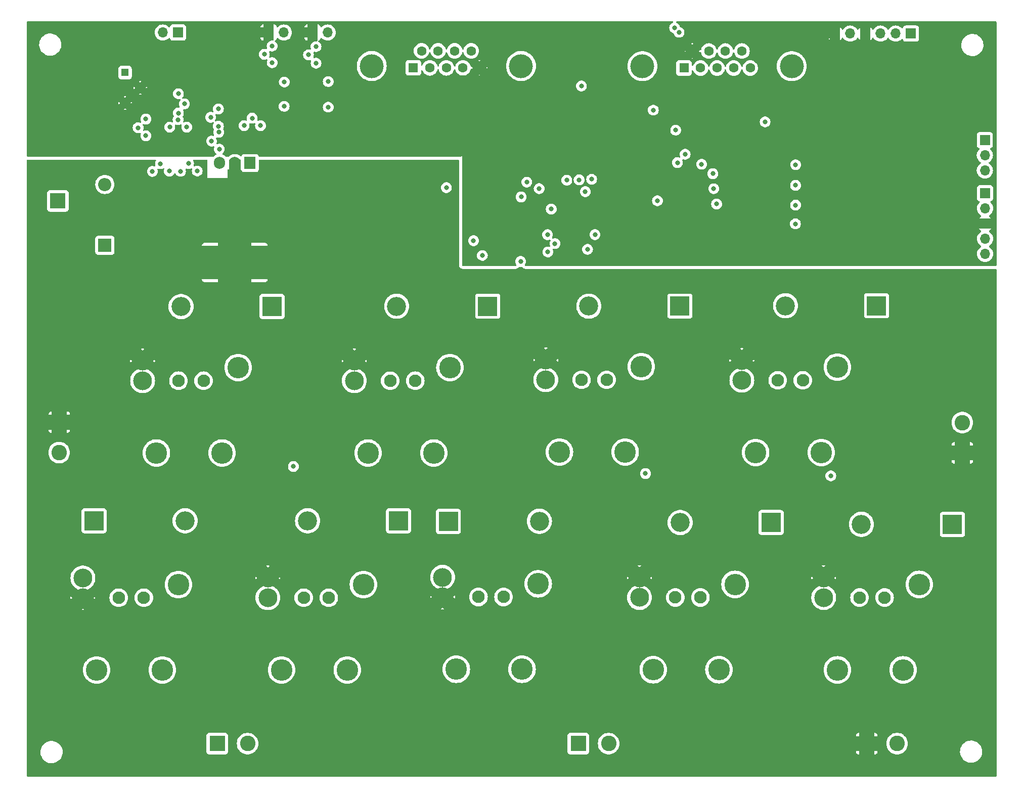
<source format=gbr>
%TF.GenerationSoftware,KiCad,Pcbnew,7.0.2-6a45011f42~172~ubuntu22.04.1*%
%TF.CreationDate,2023-04-27T13:30:21+02:00*%
%TF.ProjectId,Grup3_Tarda_Projecte_Netejaparabrises,47727570-335f-4546-9172-64615f50726f,1.4.27042023*%
%TF.SameCoordinates,Original*%
%TF.FileFunction,Copper,L3,Inr*%
%TF.FilePolarity,Positive*%
%FSLAX46Y46*%
G04 Gerber Fmt 4.6, Leading zero omitted, Abs format (unit mm)*
G04 Created by KiCad (PCBNEW 7.0.2-6a45011f42~172~ubuntu22.04.1) date 2023-04-27 13:30:21*
%MOMM*%
%LPD*%
G01*
G04 APERTURE LIST*
%TA.AperFunction,ComponentPad*%
%ADD10R,1.700000X1.700000*%
%TD*%
%TA.AperFunction,ComponentPad*%
%ADD11O,1.700000X1.700000*%
%TD*%
%TA.AperFunction,ComponentPad*%
%ADD12R,2.600000X2.600000*%
%TD*%
%TA.AperFunction,ComponentPad*%
%ADD13C,2.600000*%
%TD*%
%TA.AperFunction,ComponentPad*%
%ADD14C,2.100000*%
%TD*%
%TA.AperFunction,ComponentPad*%
%ADD15C,3.150000*%
%TD*%
%TA.AperFunction,ComponentPad*%
%ADD16C,3.600000*%
%TD*%
%TA.AperFunction,ComponentPad*%
%ADD17R,1.222000X1.222000*%
%TD*%
%TA.AperFunction,ComponentPad*%
%ADD18C,1.222000*%
%TD*%
%TA.AperFunction,ComponentPad*%
%ADD19R,3.200000X3.200000*%
%TD*%
%TA.AperFunction,ComponentPad*%
%ADD20O,3.200000X3.200000*%
%TD*%
%TA.AperFunction,ComponentPad*%
%ADD21R,2.200000X2.200000*%
%TD*%
%TA.AperFunction,ComponentPad*%
%ADD22O,2.200000X2.200000*%
%TD*%
%TA.AperFunction,ComponentPad*%
%ADD23R,1.905000X2.000000*%
%TD*%
%TA.AperFunction,ComponentPad*%
%ADD24O,1.905000X2.000000*%
%TD*%
%TA.AperFunction,ComponentPad*%
%ADD25R,10.000000X5.600000*%
%TD*%
%TA.AperFunction,ComponentPad*%
%ADD26C,4.000000*%
%TD*%
%TA.AperFunction,ComponentPad*%
%ADD27R,1.600000X1.600000*%
%TD*%
%TA.AperFunction,ComponentPad*%
%ADD28C,1.600000*%
%TD*%
%TA.AperFunction,ViaPad*%
%ADD29C,0.800000*%
%TD*%
G04 APERTURE END LIST*
D10*
%TO.N,+VCC*%
%TO.C,J7*%
X78680000Y-34605000D03*
D11*
%TO.N,/Analog/Vsensor*%
X76140000Y-34605000D03*
%TD*%
D12*
%TO.N,VMOT1-*%
%TO.C,J8*%
X85255000Y-153645000D03*
D13*
%TO.N,VMOT1+*%
X90335000Y-153645000D03*
%TD*%
D12*
%TO.N,GNDPWR*%
%TO.C,J10*%
X58795000Y-99845000D03*
D13*
%TO.N,VBOMBA1*%
X58795000Y-104925000D03*
%TD*%
D14*
%TO.N,VBAT*%
%TO.C,K3*%
X99725000Y-129230000D03*
%TO.N,/Potencia/Vc_m1*%
X103925000Y-129230000D03*
D15*
%TO.N,GNDPWR*%
X93725000Y-125930000D03*
D16*
%TO.N,VMOT1+*%
X96025000Y-141330000D03*
D15*
%TO.N,EN1*%
X93725000Y-129230000D03*
D16*
%TO.N,N/C*%
X107025000Y-141330000D03*
X109725000Y-127030000D03*
%TD*%
D17*
%TO.N,/Analog/Vsensibilitat*%
%TO.C,RPOT1*%
X69830000Y-41304500D03*
D18*
%TO.N,GND*%
X72370000Y-43844500D03*
X69830000Y-46384500D03*
%TD*%
D19*
%TO.N,VBAT*%
%TO.C,D12*%
X208350000Y-116940000D03*
D20*
%TO.N,/Potencia/Vc_lu*%
X193110000Y-116940000D03*
%TD*%
D14*
%TO.N,VBAT*%
%TO.C,K2*%
X114210000Y-92900000D03*
%TO.N,/Potencia/Vc_EN1*%
X118410000Y-92900000D03*
D15*
%TO.N,GNDPWR*%
X108210000Y-89600000D03*
D16*
%TO.N,EN1*%
X110510000Y-105000000D03*
D15*
%TO.N,VBAT*%
X108210000Y-92900000D03*
D16*
%TO.N,N/C*%
X121510000Y-105000000D03*
X124210000Y-90700000D03*
%TD*%
D19*
%TO.N,VBAT*%
%TO.C,D6*%
X115620000Y-116340000D03*
D20*
%TO.N,/Potencia/Vc_m1*%
X100380000Y-116340000D03*
%TD*%
D12*
%TO.N,VMOT2-*%
%TO.C,J9*%
X145705000Y-153645000D03*
D13*
%TO.N,VMOT2+*%
X150785000Y-153645000D03*
%TD*%
D21*
%TO.N,VBAT*%
%TO.C,D1*%
X66440000Y-70200000D03*
D22*
%TO.N,/Alimentacio/Vbat*%
X66440000Y-60040000D03*
%TD*%
D14*
%TO.N,VBAT*%
%TO.C,K4*%
X68760000Y-129230000D03*
%TO.N,/Potencia/Vc_m1*%
X72960000Y-129230000D03*
D15*
%TO.N,EN1*%
X62760000Y-125930000D03*
D16*
%TO.N,VMOT1-*%
X65060000Y-141330000D03*
D15*
%TO.N,GNDPWR*%
X62760000Y-129230000D03*
D16*
%TO.N,N/C*%
X76060000Y-141330000D03*
X78760000Y-127030000D03*
%TD*%
D10*
%TO.N,/Digital/Vboto1*%
%TO.C,J2*%
X201390000Y-34780000D03*
D11*
%TO.N,/Digital/Vboto2*%
X198850000Y-34780000D03*
%TO.N,/Digital/Vboto3*%
X196310000Y-34780000D03*
%TO.N,GND*%
X193770000Y-34780000D03*
%TO.N,/Digital/Vboto4*%
X191230000Y-34780000D03*
%TO.N,GND*%
X188690000Y-34780000D03*
%TD*%
D23*
%TO.N,VBAT*%
%TO.C,IC1*%
X90740000Y-56460000D03*
D24*
%TO.N,GNDPWR*%
X88200000Y-56460000D03*
D25*
X88190000Y-73110000D03*
D24*
%TO.N,+VCC*%
X85660000Y-56460000D03*
%TD*%
D26*
%TO.N,unconnected-(J6-PAD-Pad0)*%
%TO.C,J6*%
X181445000Y-40240000D03*
X156445000Y-40240000D03*
D27*
%TO.N,unconnected-(J6-Pad1)*%
X163405000Y-40540000D03*
D28*
%TO.N,/Digital/CAN+*%
X166175000Y-40540000D03*
%TO.N,unconnected-(J6-Pad3)*%
X168945000Y-40540000D03*
%TO.N,unconnected-(J6-Pad4)*%
X171715000Y-40540000D03*
%TO.N,unconnected-(J6-Pad5)*%
X174485000Y-40540000D03*
%TO.N,GND*%
X164790000Y-37700000D03*
%TO.N,/Digital/CAN-*%
X167560000Y-37700000D03*
%TO.N,unconnected-(J6-Pad8)*%
X170330000Y-37700000D03*
%TO.N,unconnected-(J6-Pad9)*%
X173100000Y-37700000D03*
%TD*%
D19*
%TO.N,VBAT*%
%TO.C,D4*%
X94440000Y-80480000D03*
D20*
%TO.N,/Potencia/Vc_b1*%
X79200000Y-80480000D03*
%TD*%
D10*
%TO.N,GND*%
%TO.C,J13*%
X93860000Y-34600000D03*
D11*
%TO.N,/Digital/Vfin_front*%
X96400000Y-34600000D03*
%TD*%
D19*
%TO.N,VBAT*%
%TO.C,D10*%
X123950000Y-116430000D03*
D20*
%TO.N,/Potencia/Vc_m2*%
X139190000Y-116430000D03*
%TD*%
D10*
%TO.N,/Digital/PROG_MCLR*%
%TO.C,J3*%
X213810000Y-61490000D03*
D11*
%TO.N,+VCC*%
X213810000Y-64030000D03*
%TO.N,GND*%
X213810000Y-66570000D03*
%TO.N,PGD*%
X213810000Y-69110000D03*
%TO.N,PGC*%
X213810000Y-71650000D03*
%TD*%
D12*
%TO.N,/Alimentacio/Vbat*%
%TO.C,J1*%
X58575000Y-62790000D03*
D13*
%TO.N,GNDPWR*%
X58575000Y-67870000D03*
%TD*%
D10*
%TO.N,GND*%
%TO.C,J14*%
X101210000Y-34600000D03*
D11*
%TO.N,/Digital/Vfin_back*%
X103750000Y-34600000D03*
%TD*%
D14*
%TO.N,VBAT*%
%TO.C,K1*%
X78760000Y-92900000D03*
%TO.N,/Potencia/Vc_b1*%
X82960000Y-92900000D03*
D15*
%TO.N,GNDPWR*%
X72760000Y-89600000D03*
D16*
%TO.N,VBOMBA1*%
X75060000Y-105000000D03*
D15*
%TO.N,VBAT*%
X72760000Y-92900000D03*
D16*
%TO.N,N/C*%
X86060000Y-105000000D03*
X88760000Y-90700000D03*
%TD*%
D26*
%TO.N,unconnected-(J5-PAD-Pad0)*%
%TO.C,J5*%
X136120000Y-40210000D03*
X111120000Y-40210000D03*
D27*
%TO.N,unconnected-(J5-Pad1)*%
X118080000Y-40510000D03*
D28*
%TO.N,/Digital/Rx*%
X120850000Y-40510000D03*
%TO.N,/Digital/Tx*%
X123620000Y-40510000D03*
%TO.N,unconnected-(J5-Pad4)*%
X126390000Y-40510000D03*
%TO.N,GND*%
X129160000Y-40510000D03*
%TO.N,unconnected-(J5-Pad6)*%
X119465000Y-37670000D03*
%TO.N,unconnected-(J5-Pad7)*%
X122235000Y-37670000D03*
%TO.N,unconnected-(J5-Pad8)*%
X125005000Y-37670000D03*
%TO.N,unconnected-(J5-Pad9)*%
X127775000Y-37670000D03*
%TD*%
D14*
%TO.N,VBAT*%
%TO.C,K9*%
X192790000Y-129200000D03*
%TO.N,/Potencia/Vc_lu*%
X196990000Y-129200000D03*
D15*
%TO.N,GNDPWR*%
X186790000Y-125900000D03*
D16*
%TO.N,VLUNETA*%
X189090000Y-141300000D03*
D15*
%TO.N,VBAT*%
X186790000Y-129200000D03*
D16*
%TO.N,N/C*%
X200090000Y-141300000D03*
X202790000Y-127000000D03*
%TD*%
D12*
%TO.N,GNDPWR*%
%TO.C,J11*%
X210005000Y-104985000D03*
D13*
%TO.N,VBOMBA2*%
X210005000Y-99905000D03*
%TD*%
D19*
%TO.N,VBAT*%
%TO.C,D9*%
X162710000Y-80410000D03*
D20*
%TO.N,/Potencia/Vc_EN2*%
X147470000Y-80410000D03*
%TD*%
D14*
%TO.N,VBAT*%
%TO.C,K7*%
X128990000Y-129105000D03*
%TO.N,/Potencia/Vc_m2*%
X133190000Y-129105000D03*
D15*
%TO.N,EN2*%
X122990000Y-125805000D03*
D16*
%TO.N,VMOT2-*%
X125290000Y-141205000D03*
D15*
%TO.N,GNDPWR*%
X122990000Y-129105000D03*
D16*
%TO.N,N/C*%
X136290000Y-141205000D03*
X138990000Y-126905000D03*
%TD*%
D19*
%TO.N,VBAT*%
%TO.C,D11*%
X177990000Y-116640000D03*
D20*
%TO.N,/Potencia/Vc_m2*%
X162750000Y-116640000D03*
%TD*%
D19*
%TO.N,VBAT*%
%TO.C,D7*%
X64630000Y-116340000D03*
D20*
%TO.N,/Potencia/Vc_m1*%
X79870000Y-116340000D03*
%TD*%
D19*
%TO.N,VBAT*%
%TO.C,D8*%
X195640000Y-80340000D03*
D20*
%TO.N,/Potencia/Vc_b2*%
X180400000Y-80340000D03*
%TD*%
D14*
%TO.N,VBAT*%
%TO.C,K5*%
X179090000Y-92820000D03*
%TO.N,/Potencia/Vc_b2*%
X183290000Y-92820000D03*
D15*
%TO.N,GNDPWR*%
X173090000Y-89520000D03*
D16*
%TO.N,VBOMBA2*%
X175390000Y-104920000D03*
D15*
%TO.N,VBAT*%
X173090000Y-92820000D03*
D16*
%TO.N,N/C*%
X186390000Y-104920000D03*
X189090000Y-90620000D03*
%TD*%
D14*
%TO.N,VBAT*%
%TO.C,K6*%
X146250000Y-92740000D03*
%TO.N,/Potencia/Vc_EN2*%
X150450000Y-92740000D03*
D15*
%TO.N,GNDPWR*%
X140250000Y-89440000D03*
D16*
%TO.N,EN2*%
X142550000Y-104840000D03*
D15*
%TO.N,VBAT*%
X140250000Y-92740000D03*
D16*
%TO.N,N/C*%
X153550000Y-104840000D03*
X156250000Y-90540000D03*
%TD*%
D12*
%TO.N,GNDPWR*%
%TO.C,J12*%
X194005000Y-153645000D03*
D13*
%TO.N,VLUNETA*%
X199085000Y-153645000D03*
%TD*%
D19*
%TO.N,VBAT*%
%TO.C,D5*%
X130540000Y-80425000D03*
D20*
%TO.N,/Potencia/Vc_EN1*%
X115300000Y-80425000D03*
%TD*%
D10*
%TO.N,/Digital/Vsw*%
%TO.C,J4*%
X213770000Y-52610000D03*
D11*
%TO.N,/Digital/MCLR*%
X213770000Y-55150000D03*
%TO.N,/Digital/PROG_MCLR*%
X213770000Y-57690000D03*
%TD*%
D14*
%TO.N,VBAT*%
%TO.C,K8*%
X161950000Y-129190000D03*
%TO.N,/Potencia/Vc_m2*%
X166150000Y-129190000D03*
D15*
%TO.N,GNDPWR*%
X155950000Y-125890000D03*
D16*
%TO.N,VMOT2+*%
X158250000Y-141290000D03*
D15*
%TO.N,EN2*%
X155950000Y-129190000D03*
D16*
%TO.N,N/C*%
X169250000Y-141290000D03*
X171950000Y-126990000D03*
%TD*%
D29*
%TO.N,GNDPWR*%
X67370000Y-77430000D03*
X139170000Y-78430000D03*
X67160000Y-82320000D03*
X154250000Y-114980000D03*
X150600000Y-114640000D03*
X152870000Y-114540000D03*
X169950000Y-76740000D03*
X77190000Y-59960000D03*
X182890000Y-113420000D03*
X60312862Y-56791624D03*
X67090000Y-79720000D03*
X74390000Y-60010000D03*
X181590000Y-118750000D03*
X87660000Y-115250000D03*
X140110000Y-82140000D03*
X65840000Y-78630000D03*
X152880000Y-112530000D03*
X65910000Y-76520000D03*
X166850000Y-82540000D03*
X184180000Y-112620000D03*
X90240000Y-112890000D03*
X103100000Y-80050000D03*
X151660000Y-113610000D03*
X92120000Y-118190000D03*
X154350000Y-118340000D03*
X167680000Y-80170000D03*
X170740000Y-78520000D03*
X80550000Y-61190000D03*
X68880000Y-78450000D03*
X63522862Y-56791624D03*
X153770000Y-113580000D03*
X150610000Y-112610000D03*
X150600000Y-116640000D03*
X87790000Y-112930000D03*
X171480000Y-82370000D03*
X70040000Y-77450000D03*
X62462862Y-56791624D03*
X104940000Y-78310000D03*
X101750000Y-81170000D03*
X107040000Y-82410000D03*
X103160000Y-82500000D03*
X181620000Y-117130000D03*
X135220000Y-79370000D03*
X70760000Y-82250000D03*
X149470000Y-117720000D03*
X149480000Y-115570000D03*
X88900000Y-114100000D03*
X106540000Y-77820000D03*
X166890000Y-78450000D03*
X101810000Y-76950000D03*
X181650000Y-112700000D03*
X184180000Y-114080000D03*
X68850000Y-76480000D03*
X91200000Y-114040000D03*
X88790000Y-116330000D03*
X137400000Y-77030000D03*
X87690000Y-117570000D03*
X185020000Y-115150000D03*
X150580000Y-118880000D03*
X181620000Y-115580000D03*
X135350000Y-77130000D03*
X181670000Y-114080000D03*
X168910000Y-78500000D03*
X81950000Y-59990000D03*
X185340000Y-118630000D03*
X75790000Y-61210000D03*
X103370000Y-77710000D03*
X79100000Y-59990000D03*
X65860000Y-81110000D03*
X149470000Y-113580000D03*
X101920000Y-78910000D03*
X61382862Y-56791624D03*
X136350000Y-78180000D03*
X88630000Y-118690000D03*
X105130000Y-76880000D03*
X135980000Y-82210000D03*
X182910000Y-114820000D03*
%TO.N,+VCC*%
X80150000Y-50440000D03*
X78700000Y-49190000D03*
X101790000Y-36960000D03*
X85450000Y-47390000D03*
X72000000Y-50540000D03*
X77300000Y-50440000D03*
X85600000Y-54140000D03*
X101800000Y-39730000D03*
X91100000Y-48940000D03*
X100530000Y-38340000D03*
X162300000Y-56390000D03*
X93139030Y-38245671D03*
X84150000Y-48790000D03*
X140600000Y-71340000D03*
X162010000Y-50940000D03*
X89750000Y-50190000D03*
X182050000Y-66630000D03*
X92500000Y-50190000D03*
X182080000Y-60180000D03*
X73300000Y-51890000D03*
X85450000Y-50290000D03*
X163600000Y-54990000D03*
X84300000Y-52790000D03*
X141800000Y-69940000D03*
X85500000Y-51290000D03*
X94449030Y-39645671D03*
X79750000Y-46540000D03*
X140550000Y-68440000D03*
X141180000Y-64160000D03*
X78750000Y-44840000D03*
X182080000Y-63490000D03*
X94440000Y-36864671D03*
X158960000Y-62780000D03*
X73300000Y-49090000D03*
X182090000Y-56740000D03*
X78750000Y-48090000D03*
%TO.N,GND*%
X145550000Y-54680000D03*
X77250000Y-52490000D03*
X73850000Y-41440000D03*
X139320000Y-64170000D03*
X78750000Y-53790000D03*
X62472862Y-54481624D03*
X74100000Y-36640000D03*
X94000000Y-50140000D03*
X157160000Y-59780000D03*
X60312862Y-54491624D03*
X74150000Y-39390000D03*
X135070000Y-45600000D03*
X96800000Y-50190000D03*
X148930000Y-48950000D03*
X131720000Y-53550000D03*
X88900000Y-52890000D03*
X133410000Y-45390000D03*
X74950000Y-39890000D03*
X139630000Y-59260000D03*
X95450000Y-48940000D03*
X87550000Y-50290000D03*
X87550000Y-47440000D03*
X147300000Y-54720000D03*
X137150000Y-69840000D03*
X158900000Y-54890000D03*
X138180000Y-49360000D03*
X61362862Y-54491624D03*
X136530000Y-49340000D03*
X139870000Y-49380000D03*
X135180000Y-54910000D03*
X143240000Y-49320000D03*
X138400000Y-71340000D03*
X74950000Y-43140000D03*
X148740000Y-45600000D03*
X63522862Y-54481624D03*
X141610000Y-49400000D03*
X135190000Y-47150000D03*
X87600000Y-54140000D03*
X72850000Y-38040000D03*
X80150000Y-52540000D03*
X148940000Y-53110000D03*
X87650000Y-51290000D03*
X136870000Y-54900000D03*
X147200000Y-45290000D03*
X160150000Y-56340000D03*
X131880000Y-45700000D03*
X131840000Y-50290000D03*
X160750000Y-50940000D03*
X140910000Y-59250000D03*
X148960000Y-51790000D03*
X131720000Y-47390000D03*
X135210000Y-48710000D03*
X144780000Y-49260000D03*
X145590000Y-45710000D03*
X145410000Y-47670000D03*
X131740000Y-51940000D03*
X142170000Y-59240000D03*
X133610000Y-54910000D03*
X143700000Y-54730000D03*
X131740000Y-48770000D03*
X148760000Y-54660000D03*
X148930000Y-50430000D03*
X132160000Y-54870000D03*
X88850000Y-48940000D03*
X148890000Y-47350000D03*
X138400000Y-68440000D03*
%TO.N,VBAT*%
X74390000Y-57860000D03*
X75740000Y-56560000D03*
X81900000Y-57790000D03*
X77240000Y-57810000D03*
X79100000Y-57840000D03*
X80450000Y-56540000D03*
%TO.N,/Digital/MCLR*%
X176980000Y-49570000D03*
%TO.N,/Digital/Vboto1*%
X146880000Y-61240000D03*
X168860000Y-63310000D03*
%TO.N,/Digital/Vboto2*%
X147940000Y-59170000D03*
X168370000Y-60750000D03*
%TO.N,/Digital/Vboto3*%
X168220000Y-58230000D03*
X145840000Y-59270000D03*
%TO.N,/Digital/Vboto4*%
X166350000Y-56660000D03*
X143770000Y-59320000D03*
%TO.N,/Digital/Vfin_back*%
X103840000Y-42810000D03*
X103840000Y-47090000D03*
%TO.N,DriverLuneta*%
X139150000Y-60730000D03*
X187982500Y-108822500D03*
%TO.N,EnableM1*%
X129640000Y-71930000D03*
X137080000Y-59650000D03*
%TO.N,EnableM2*%
X136140000Y-62130000D03*
X136050000Y-72940000D03*
%TO.N,STB*%
X146230000Y-43560000D03*
X158265000Y-47595000D03*
%TO.N,/Digital/Vfin_front*%
X96460000Y-46960000D03*
X96480000Y-42890000D03*
%TO.N,/Digital/Tx*%
X128170000Y-69470000D03*
X123620000Y-60580000D03*
%TO.N,DriverM2*%
X156950000Y-108440000D03*
X147250000Y-70900000D03*
%TO.N,DriverM1*%
X98010000Y-107250000D03*
X148500000Y-68440000D03*
%TO.N,/Digital/CAN+*%
X162571232Y-34561232D03*
%TO.N,/Digital/CAN-*%
X161828768Y-33818768D03*
%TD*%
%TA.AperFunction,Conductor*%
%TO.N,GND*%
G36*
X161542758Y-32750185D02*
G01*
X161588513Y-32802989D01*
X161598457Y-32872147D01*
X161569432Y-32935703D01*
X161526155Y-32967779D01*
X161376037Y-33034616D01*
X161222897Y-33145878D01*
X161096234Y-33286551D01*
X161001588Y-33450483D01*
X160943094Y-33630510D01*
X160923308Y-33818768D01*
X160943094Y-34007025D01*
X161001588Y-34187052D01*
X161096234Y-34350984D01*
X161222897Y-34491657D01*
X161376037Y-34602919D01*
X161491936Y-34654520D01*
X161548965Y-34679912D01*
X161601381Y-34691053D01*
X161662861Y-34724244D01*
X161693530Y-34774025D01*
X161744052Y-34929516D01*
X161838698Y-35093448D01*
X161965361Y-35234121D01*
X162118501Y-35345383D01*
X162291429Y-35422376D01*
X162476584Y-35461732D01*
X162476586Y-35461732D01*
X162665880Y-35461732D01*
X162840275Y-35424663D01*
X162851035Y-35422376D01*
X163023962Y-35345383D01*
X163075261Y-35308112D01*
X163177102Y-35234121D01*
X163251568Y-35151419D01*
X163303765Y-35093448D01*
X163398411Y-34929516D01*
X163423634Y-34851889D01*
X188190000Y-34851889D01*
X188230507Y-34989844D01*
X188308239Y-35110798D01*
X188416900Y-35204952D01*
X188547685Y-35264680D01*
X188654237Y-35280000D01*
X188725763Y-35280000D01*
X188832315Y-35264680D01*
X188963100Y-35204952D01*
X189071761Y-35110798D01*
X189149493Y-34989844D01*
X189190000Y-34851889D01*
X189190000Y-34708111D01*
X189149493Y-34570156D01*
X189071761Y-34449202D01*
X188963100Y-34355048D01*
X188832315Y-34295320D01*
X188725763Y-34280000D01*
X188654237Y-34280000D01*
X188547685Y-34295320D01*
X188416900Y-34355048D01*
X188308239Y-34449202D01*
X188230507Y-34570156D01*
X188190000Y-34708111D01*
X188190000Y-34851889D01*
X163423634Y-34851889D01*
X163456906Y-34749488D01*
X163476692Y-34561232D01*
X163456906Y-34372976D01*
X163398411Y-34192948D01*
X163398411Y-34192947D01*
X163303765Y-34029015D01*
X163214611Y-33930000D01*
X187637132Y-33930000D01*
X187840000Y-33930000D01*
X187840000Y-33727131D01*
X187818919Y-33741892D01*
X187651892Y-33908919D01*
X187637132Y-33930000D01*
X163214611Y-33930000D01*
X163177102Y-33888342D01*
X163023964Y-33777081D01*
X162851033Y-33700087D01*
X162798618Y-33688946D01*
X162737136Y-33655753D01*
X162706469Y-33605974D01*
X162655947Y-33450483D01*
X162561301Y-33286551D01*
X162434638Y-33145878D01*
X162281498Y-33034616D01*
X162131381Y-32967779D01*
X162078144Y-32922529D01*
X162057823Y-32855680D01*
X162076868Y-32788456D01*
X162129235Y-32742201D01*
X162181817Y-32730500D01*
X215595500Y-32730500D01*
X215662539Y-32750185D01*
X215708294Y-32802989D01*
X215719500Y-32854500D01*
X215719500Y-73546000D01*
X215699815Y-73613039D01*
X215647011Y-73658794D01*
X215595500Y-73670000D01*
X136882956Y-73670000D01*
X136815917Y-73650315D01*
X136770162Y-73597511D01*
X136760218Y-73528353D01*
X136779723Y-73485642D01*
X136776017Y-73483503D01*
X136877179Y-73308284D01*
X136935674Y-73128256D01*
X136955460Y-72940000D01*
X136935674Y-72751744D01*
X136887308Y-72602889D01*
X136877179Y-72571715D01*
X136782533Y-72407783D01*
X136655870Y-72267110D01*
X136502730Y-72155848D01*
X136329802Y-72078855D01*
X136144648Y-72039500D01*
X136144646Y-72039500D01*
X135955354Y-72039500D01*
X135955352Y-72039500D01*
X135770197Y-72078855D01*
X135597269Y-72155848D01*
X135444129Y-72267110D01*
X135317466Y-72407783D01*
X135222820Y-72571715D01*
X135164326Y-72751742D01*
X135144540Y-72939999D01*
X135164326Y-73128257D01*
X135222820Y-73308284D01*
X135323983Y-73483503D01*
X135320092Y-73485749D01*
X135339413Y-73525952D01*
X135330826Y-73595292D01*
X135286114Y-73648982D01*
X135219474Y-73669976D01*
X135217044Y-73670000D01*
X126354000Y-73670000D01*
X126286961Y-73650315D01*
X126241206Y-73597511D01*
X126230000Y-73546000D01*
X126230000Y-71929999D01*
X128734540Y-71929999D01*
X128754326Y-72118257D01*
X128812820Y-72298284D01*
X128907466Y-72462216D01*
X129034129Y-72602889D01*
X129187269Y-72714151D01*
X129360197Y-72791144D01*
X129545352Y-72830500D01*
X129545354Y-72830500D01*
X129734648Y-72830500D01*
X129858084Y-72804262D01*
X129919803Y-72791144D01*
X130092730Y-72714151D01*
X130245871Y-72602888D01*
X130372533Y-72462216D01*
X130467179Y-72298284D01*
X130525674Y-72118256D01*
X130545460Y-71930000D01*
X130525674Y-71741744D01*
X130495332Y-71648363D01*
X130467179Y-71561715D01*
X130372533Y-71397783D01*
X130245870Y-71257110D01*
X130092730Y-71145848D01*
X129919802Y-71068855D01*
X129734648Y-71029500D01*
X129734646Y-71029500D01*
X129545354Y-71029500D01*
X129545352Y-71029500D01*
X129360197Y-71068855D01*
X129187269Y-71145848D01*
X129034129Y-71257110D01*
X128907466Y-71397783D01*
X128812820Y-71561715D01*
X128754326Y-71741742D01*
X128734540Y-71929999D01*
X126230000Y-71929999D01*
X126230000Y-69470000D01*
X127264540Y-69470000D01*
X127284326Y-69658257D01*
X127342820Y-69838284D01*
X127437466Y-70002216D01*
X127564129Y-70142889D01*
X127717269Y-70254151D01*
X127890197Y-70331144D01*
X128075352Y-70370500D01*
X128075354Y-70370500D01*
X128264648Y-70370500D01*
X128388084Y-70344262D01*
X128449803Y-70331144D01*
X128622730Y-70254151D01*
X128659949Y-70227110D01*
X128775870Y-70142889D01*
X128902533Y-70002216D01*
X128997179Y-69838284D01*
X129006531Y-69809501D01*
X129055674Y-69658256D01*
X129075460Y-69470000D01*
X129055674Y-69281744D01*
X129014768Y-69155848D01*
X128997179Y-69101715D01*
X128902533Y-68937783D01*
X128775870Y-68797110D01*
X128622730Y-68685848D01*
X128449802Y-68608855D01*
X128264648Y-68569500D01*
X128264646Y-68569500D01*
X128075354Y-68569500D01*
X128075352Y-68569500D01*
X127890197Y-68608855D01*
X127717269Y-68685848D01*
X127564129Y-68797110D01*
X127437466Y-68937783D01*
X127342820Y-69101715D01*
X127284326Y-69281742D01*
X127264540Y-69470000D01*
X126230000Y-69470000D01*
X126230000Y-68439999D01*
X139644540Y-68439999D01*
X139664326Y-68628257D01*
X139722820Y-68808284D01*
X139817466Y-68972216D01*
X139944129Y-69112889D01*
X140097269Y-69224151D01*
X140270197Y-69301144D01*
X140455352Y-69340500D01*
X140455354Y-69340500D01*
X140644648Y-69340500D01*
X140829800Y-69301145D01*
X140829801Y-69301144D01*
X140829803Y-69301144D01*
X140883927Y-69277045D01*
X140953176Y-69267760D01*
X141016453Y-69297388D01*
X141053667Y-69356523D01*
X141053003Y-69426389D01*
X141041750Y-69452324D01*
X140972821Y-69571713D01*
X140914326Y-69751742D01*
X140894540Y-69939999D01*
X140914326Y-70128257D01*
X140972886Y-70308486D01*
X140974881Y-70378327D01*
X140938800Y-70438160D01*
X140876099Y-70468988D01*
X140829174Y-70468094D01*
X140694648Y-70439500D01*
X140694646Y-70439500D01*
X140505354Y-70439500D01*
X140505352Y-70439500D01*
X140320197Y-70478855D01*
X140147269Y-70555848D01*
X139994129Y-70667110D01*
X139867466Y-70807783D01*
X139772820Y-70971715D01*
X139714326Y-71151742D01*
X139714325Y-71151744D01*
X139714326Y-71151744D01*
X139694540Y-71340000D01*
X139700613Y-71397783D01*
X139714326Y-71528257D01*
X139772820Y-71708284D01*
X139867466Y-71872216D01*
X139994129Y-72012889D01*
X140147269Y-72124151D01*
X140320197Y-72201144D01*
X140505352Y-72240500D01*
X140505354Y-72240500D01*
X140694648Y-72240500D01*
X140818084Y-72214262D01*
X140879803Y-72201144D01*
X141052730Y-72124151D01*
X141067167Y-72113662D01*
X141205870Y-72012889D01*
X141332533Y-71872216D01*
X141427179Y-71708284D01*
X141446117Y-71650000D01*
X141485674Y-71528256D01*
X141505460Y-71340000D01*
X141485674Y-71151744D01*
X141427179Y-70971716D01*
X141427178Y-70971715D01*
X141427113Y-70971513D01*
X141425118Y-70901672D01*
X141426127Y-70899999D01*
X146344540Y-70899999D01*
X146364326Y-71088257D01*
X146422820Y-71268284D01*
X146517466Y-71432216D01*
X146644129Y-71572889D01*
X146797269Y-71684151D01*
X146970197Y-71761144D01*
X147155352Y-71800500D01*
X147155354Y-71800500D01*
X147344648Y-71800500D01*
X147468084Y-71774262D01*
X147529803Y-71761144D01*
X147702730Y-71684151D01*
X147749735Y-71650000D01*
X212454340Y-71650000D01*
X212474936Y-71885407D01*
X212486885Y-71930000D01*
X212536097Y-72113663D01*
X212635965Y-72327830D01*
X212771505Y-72521401D01*
X212938599Y-72688495D01*
X213132170Y-72824035D01*
X213346337Y-72923903D01*
X213574592Y-72985063D01*
X213810000Y-73005659D01*
X214045408Y-72985063D01*
X214273663Y-72923903D01*
X214487830Y-72824035D01*
X214681401Y-72688495D01*
X214848495Y-72521401D01*
X214984035Y-72327830D01*
X215083903Y-72113663D01*
X215145063Y-71885408D01*
X215165659Y-71650000D01*
X215145063Y-71414592D01*
X215083903Y-71186337D01*
X214984035Y-70972171D01*
X214848495Y-70778599D01*
X214681401Y-70611505D01*
X214495839Y-70481573D01*
X214452215Y-70426997D01*
X214445023Y-70357498D01*
X214476545Y-70295144D01*
X214495831Y-70278432D01*
X214681401Y-70148495D01*
X214848495Y-69981401D01*
X214984035Y-69787830D01*
X215083903Y-69573663D01*
X215145063Y-69345408D01*
X215165659Y-69110000D01*
X215145063Y-68874592D01*
X215083903Y-68646337D01*
X214984035Y-68432171D01*
X214848495Y-68238599D01*
X214681401Y-68071505D01*
X214495402Y-67941267D01*
X214451780Y-67886692D01*
X214444587Y-67817193D01*
X214476109Y-67754839D01*
X214495405Y-67738119D01*
X214681078Y-67608109D01*
X214848107Y-67441080D01*
X214862868Y-67420000D01*
X212757132Y-67420000D01*
X212771892Y-67441080D01*
X212938918Y-67608106D01*
X213124595Y-67738119D01*
X213168219Y-67792696D01*
X213175412Y-67862195D01*
X213143890Y-67924549D01*
X213124595Y-67941269D01*
X212938595Y-68071508D01*
X212771505Y-68238598D01*
X212635965Y-68432170D01*
X212536097Y-68646336D01*
X212474936Y-68874592D01*
X212454340Y-69109999D01*
X212474936Y-69345407D01*
X212508321Y-69470000D01*
X212536097Y-69573663D01*
X212635965Y-69787830D01*
X212771505Y-69981401D01*
X212938599Y-70148495D01*
X213124160Y-70278426D01*
X213167783Y-70333002D01*
X213174976Y-70402501D01*
X213143454Y-70464855D01*
X213124159Y-70481575D01*
X212938595Y-70611508D01*
X212771505Y-70778598D01*
X212635965Y-70972170D01*
X212536097Y-71186336D01*
X212474936Y-71414592D01*
X212454340Y-71650000D01*
X147749735Y-71650000D01*
X147855871Y-71572888D01*
X147982533Y-71432216D01*
X148077179Y-71268284D01*
X148135674Y-71088256D01*
X148155460Y-70900000D01*
X148135674Y-70711744D01*
X148103104Y-70611505D01*
X148077179Y-70531715D01*
X147982533Y-70367783D01*
X147855870Y-70227110D01*
X147702730Y-70115848D01*
X147529802Y-70038855D01*
X147344648Y-69999500D01*
X147344646Y-69999500D01*
X147155354Y-69999500D01*
X147155352Y-69999500D01*
X146970197Y-70038855D01*
X146797269Y-70115848D01*
X146644129Y-70227110D01*
X146517466Y-70367783D01*
X146422820Y-70531715D01*
X146364326Y-70711742D01*
X146344540Y-70899999D01*
X141426127Y-70899999D01*
X141461198Y-70841839D01*
X141523899Y-70811011D01*
X141570823Y-70811904D01*
X141639539Y-70826510D01*
X141705353Y-70840500D01*
X141705354Y-70840500D01*
X141894648Y-70840500D01*
X142033382Y-70811011D01*
X142079803Y-70801144D01*
X142252730Y-70724151D01*
X142405871Y-70612888D01*
X142532533Y-70472216D01*
X142627179Y-70308284D01*
X142685674Y-70128256D01*
X142705460Y-69940000D01*
X142685674Y-69751744D01*
X142627812Y-69573663D01*
X142627179Y-69571715D01*
X142532533Y-69407783D01*
X142405870Y-69267110D01*
X142252730Y-69155848D01*
X142079802Y-69078855D01*
X141894648Y-69039500D01*
X141894646Y-69039500D01*
X141705354Y-69039500D01*
X141705352Y-69039500D01*
X141520198Y-69078854D01*
X141466071Y-69102954D01*
X141396821Y-69112238D01*
X141333544Y-69082609D01*
X141296332Y-69023474D01*
X141296997Y-68953608D01*
X141308249Y-68927674D01*
X141348667Y-68857669D01*
X141377179Y-68808284D01*
X141435674Y-68628256D01*
X141455460Y-68440000D01*
X141455460Y-68439999D01*
X147594540Y-68439999D01*
X147614326Y-68628257D01*
X147672820Y-68808284D01*
X147767466Y-68972216D01*
X147894129Y-69112889D01*
X148047269Y-69224151D01*
X148220197Y-69301144D01*
X148405352Y-69340500D01*
X148405354Y-69340500D01*
X148594648Y-69340500D01*
X148718084Y-69314262D01*
X148779803Y-69301144D01*
X148952730Y-69224151D01*
X149046740Y-69155849D01*
X149105870Y-69112889D01*
X149136515Y-69078855D01*
X149232533Y-68972216D01*
X149327179Y-68808284D01*
X149385674Y-68628256D01*
X149405460Y-68440000D01*
X149385674Y-68251744D01*
X149355332Y-68158363D01*
X149327179Y-68071715D01*
X149232533Y-67907783D01*
X149105870Y-67767110D01*
X148952730Y-67655848D01*
X148779802Y-67578855D01*
X148594648Y-67539500D01*
X148594646Y-67539500D01*
X148405354Y-67539500D01*
X148405352Y-67539500D01*
X148220197Y-67578855D01*
X148047269Y-67655848D01*
X147894129Y-67767110D01*
X147767466Y-67907783D01*
X147672820Y-68071715D01*
X147614326Y-68251742D01*
X147594540Y-68439999D01*
X141455460Y-68439999D01*
X141435674Y-68251744D01*
X141405332Y-68158363D01*
X141377179Y-68071715D01*
X141282533Y-67907783D01*
X141155870Y-67767110D01*
X141002730Y-67655848D01*
X140829802Y-67578855D01*
X140644648Y-67539500D01*
X140644646Y-67539500D01*
X140455354Y-67539500D01*
X140455352Y-67539500D01*
X140270197Y-67578855D01*
X140097269Y-67655848D01*
X139944129Y-67767110D01*
X139817466Y-67907783D01*
X139722820Y-68071715D01*
X139664326Y-68251742D01*
X139644540Y-68439999D01*
X126230000Y-68439999D01*
X126230000Y-66629999D01*
X181144540Y-66629999D01*
X181164326Y-66818257D01*
X181222820Y-66998284D01*
X181317466Y-67162216D01*
X181444129Y-67302889D01*
X181597269Y-67414151D01*
X181770197Y-67491144D01*
X181955352Y-67530500D01*
X181955354Y-67530500D01*
X182144648Y-67530500D01*
X182268083Y-67504262D01*
X182329803Y-67491144D01*
X182502730Y-67414151D01*
X182655871Y-67302888D01*
X182782533Y-67162216D01*
X182877179Y-66998284D01*
X182935674Y-66818256D01*
X182954210Y-66641889D01*
X213310000Y-66641889D01*
X213350507Y-66779844D01*
X213428239Y-66900798D01*
X213536900Y-66994952D01*
X213667685Y-67054680D01*
X213774237Y-67070000D01*
X213845763Y-67070000D01*
X213952315Y-67054680D01*
X214083100Y-66994952D01*
X214191761Y-66900798D01*
X214269493Y-66779844D01*
X214310000Y-66641889D01*
X214310000Y-66498111D01*
X214269493Y-66360156D01*
X214191761Y-66239202D01*
X214083100Y-66145048D01*
X213952315Y-66085320D01*
X213845763Y-66070000D01*
X213774237Y-66070000D01*
X213667685Y-66085320D01*
X213536900Y-66145048D01*
X213428239Y-66239202D01*
X213350507Y-66360156D01*
X213310000Y-66498111D01*
X213310000Y-66641889D01*
X182954210Y-66641889D01*
X182955460Y-66630000D01*
X182935674Y-66441744D01*
X182877179Y-66261716D01*
X182877179Y-66261715D01*
X182782533Y-66097783D01*
X182655870Y-65957110D01*
X182502730Y-65845848D01*
X182329802Y-65768855D01*
X182144648Y-65729500D01*
X182144646Y-65729500D01*
X181955354Y-65729500D01*
X181955352Y-65729500D01*
X181770197Y-65768855D01*
X181597269Y-65845848D01*
X181444129Y-65957110D01*
X181317466Y-66097783D01*
X181222820Y-66261715D01*
X181164326Y-66441742D01*
X181144540Y-66629999D01*
X126230000Y-66629999D01*
X126230000Y-64159999D01*
X140274540Y-64159999D01*
X140294326Y-64348257D01*
X140352820Y-64528284D01*
X140447466Y-64692216D01*
X140574129Y-64832889D01*
X140727269Y-64944151D01*
X140900197Y-65021144D01*
X141085352Y-65060500D01*
X141085354Y-65060500D01*
X141274648Y-65060500D01*
X141398083Y-65034262D01*
X141459803Y-65021144D01*
X141632730Y-64944151D01*
X141632730Y-64944150D01*
X141785870Y-64832889D01*
X141912533Y-64692216D01*
X142007179Y-64528284D01*
X142018428Y-64493662D01*
X142065674Y-64348256D01*
X142085460Y-64160000D01*
X142065674Y-63971744D01*
X142023588Y-63842216D01*
X142007179Y-63791715D01*
X141912533Y-63627783D01*
X141785870Y-63487110D01*
X141632730Y-63375848D01*
X141459802Y-63298855D01*
X141274648Y-63259500D01*
X141274646Y-63259500D01*
X141085354Y-63259500D01*
X141085352Y-63259500D01*
X140900197Y-63298855D01*
X140727269Y-63375848D01*
X140574129Y-63487110D01*
X140447466Y-63627783D01*
X140352820Y-63791715D01*
X140294326Y-63971742D01*
X140274540Y-64159999D01*
X126230000Y-64159999D01*
X126230000Y-62129999D01*
X135234540Y-62129999D01*
X135254326Y-62318257D01*
X135312820Y-62498284D01*
X135407466Y-62662216D01*
X135534129Y-62802889D01*
X135687269Y-62914151D01*
X135860197Y-62991144D01*
X136045352Y-63030500D01*
X136045354Y-63030500D01*
X136234648Y-63030500D01*
X136358084Y-63004262D01*
X136419803Y-62991144D01*
X136592730Y-62914151D01*
X136647056Y-62874681D01*
X136745870Y-62802889D01*
X136763062Y-62783796D01*
X136766481Y-62779999D01*
X158054540Y-62779999D01*
X158074326Y-62968257D01*
X158132820Y-63148284D01*
X158227466Y-63312216D01*
X158354129Y-63452889D01*
X158507269Y-63564151D01*
X158680197Y-63641144D01*
X158865352Y-63680500D01*
X158865354Y-63680500D01*
X159054648Y-63680500D01*
X159178083Y-63654262D01*
X159239803Y-63641144D01*
X159412730Y-63564151D01*
X159518766Y-63487112D01*
X159565870Y-63452889D01*
X159692533Y-63312216D01*
X159693812Y-63310000D01*
X167954540Y-63310000D01*
X167974326Y-63498257D01*
X168032820Y-63678284D01*
X168127466Y-63842216D01*
X168254129Y-63982889D01*
X168407269Y-64094151D01*
X168580197Y-64171144D01*
X168765352Y-64210500D01*
X168765354Y-64210500D01*
X168954648Y-64210500D01*
X169078084Y-64184262D01*
X169139803Y-64171144D01*
X169312730Y-64094151D01*
X169401028Y-64029999D01*
X169465870Y-63982889D01*
X169592533Y-63842216D01*
X169687179Y-63678284D01*
X169687188Y-63678256D01*
X169745674Y-63498256D01*
X169746542Y-63489999D01*
X181174540Y-63489999D01*
X181194326Y-63678257D01*
X181252820Y-63858284D01*
X181347466Y-64022216D01*
X181474129Y-64162889D01*
X181627269Y-64274151D01*
X181800197Y-64351144D01*
X181985352Y-64390500D01*
X181985354Y-64390500D01*
X182174648Y-64390500D01*
X182298083Y-64364262D01*
X182359803Y-64351144D01*
X182532730Y-64274151D01*
X182544765Y-64265407D01*
X182685870Y-64162889D01*
X182708396Y-64137872D01*
X182805525Y-64029999D01*
X212454340Y-64029999D01*
X212474936Y-64265407D01*
X212508455Y-64390500D01*
X212536097Y-64493663D01*
X212635965Y-64707830D01*
X212771505Y-64901401D01*
X212938599Y-65068495D01*
X213124596Y-65198732D01*
X213168219Y-65253307D01*
X213175412Y-65322806D01*
X213143890Y-65385160D01*
X213124595Y-65401880D01*
X212938919Y-65531892D01*
X212771892Y-65698919D01*
X212757132Y-65720000D01*
X214862868Y-65720000D01*
X214848107Y-65698919D01*
X214681081Y-65531893D01*
X214495404Y-65401880D01*
X214451780Y-65347303D01*
X214444587Y-65277804D01*
X214476109Y-65215450D01*
X214495399Y-65198734D01*
X214681401Y-65068495D01*
X214848495Y-64901401D01*
X214984035Y-64707830D01*
X215083903Y-64493663D01*
X215145063Y-64265408D01*
X215165659Y-64030000D01*
X215145063Y-63794592D01*
X215083903Y-63566337D01*
X214984035Y-63352171D01*
X214848495Y-63158599D01*
X214726569Y-63036672D01*
X214693084Y-62975350D01*
X214698068Y-62905658D01*
X214739940Y-62849725D01*
X214770915Y-62832810D01*
X214902331Y-62783796D01*
X215017546Y-62697546D01*
X215103796Y-62582331D01*
X215154091Y-62447483D01*
X215160500Y-62387873D01*
X215160499Y-60592128D01*
X215154091Y-60532517D01*
X215103796Y-60397669D01*
X215017546Y-60282454D01*
X214902331Y-60196204D01*
X214767483Y-60145909D01*
X214707873Y-60139500D01*
X214704550Y-60139500D01*
X212915439Y-60139500D01*
X212915420Y-60139500D01*
X212912128Y-60139501D01*
X212908848Y-60139853D01*
X212908840Y-60139854D01*
X212852515Y-60145909D01*
X212717669Y-60196204D01*
X212602454Y-60282454D01*
X212516204Y-60397668D01*
X212465909Y-60532516D01*
X212462190Y-60567112D01*
X212459500Y-60592127D01*
X212459500Y-60595448D01*
X212459500Y-60595449D01*
X212459500Y-62384560D01*
X212459500Y-62384578D01*
X212459501Y-62387872D01*
X212459853Y-62391152D01*
X212459854Y-62391159D01*
X212465909Y-62447484D01*
X212491056Y-62514907D01*
X212516204Y-62582331D01*
X212602454Y-62697546D01*
X212717669Y-62783796D01*
X212806989Y-62817110D01*
X212849082Y-62832810D01*
X212905016Y-62874681D01*
X212929433Y-62940146D01*
X212914581Y-63008419D01*
X212893431Y-63036673D01*
X212771503Y-63158601D01*
X212635965Y-63352170D01*
X212536097Y-63566336D01*
X212474936Y-63794592D01*
X212454340Y-64029999D01*
X182805525Y-64029999D01*
X182812533Y-64022216D01*
X182907179Y-63858284D01*
X182965674Y-63678256D01*
X182985460Y-63490000D01*
X182965674Y-63301744D01*
X182907188Y-63121744D01*
X182907179Y-63121715D01*
X182812533Y-62957783D01*
X182685870Y-62817110D01*
X182532730Y-62705848D01*
X182359802Y-62628855D01*
X182174648Y-62589500D01*
X182174646Y-62589500D01*
X181985354Y-62589500D01*
X181985352Y-62589500D01*
X181800197Y-62628855D01*
X181627269Y-62705848D01*
X181474129Y-62817110D01*
X181347466Y-62957783D01*
X181252820Y-63121715D01*
X181194326Y-63301742D01*
X181174540Y-63489999D01*
X169746542Y-63489999D01*
X169765460Y-63310000D01*
X169745674Y-63121744D01*
X169703239Y-62991144D01*
X169687179Y-62941715D01*
X169592533Y-62777783D01*
X169465870Y-62637110D01*
X169312730Y-62525848D01*
X169139802Y-62448855D01*
X168954648Y-62409500D01*
X168954646Y-62409500D01*
X168765354Y-62409500D01*
X168765352Y-62409500D01*
X168580197Y-62448855D01*
X168407269Y-62525848D01*
X168254129Y-62637110D01*
X168127466Y-62777783D01*
X168032820Y-62941715D01*
X167974326Y-63121742D01*
X167954540Y-63310000D01*
X159693812Y-63310000D01*
X159787179Y-63148284D01*
X159795803Y-63121742D01*
X159845674Y-62968256D01*
X159865460Y-62780000D01*
X159845674Y-62591744D01*
X159798801Y-62447484D01*
X159787179Y-62411715D01*
X159692533Y-62247783D01*
X159565870Y-62107110D01*
X159412730Y-61995848D01*
X159239802Y-61918855D01*
X159054648Y-61879500D01*
X159054646Y-61879500D01*
X158865354Y-61879500D01*
X158865352Y-61879500D01*
X158680197Y-61918855D01*
X158507269Y-61995848D01*
X158354129Y-62107110D01*
X158227466Y-62247783D01*
X158132820Y-62411715D01*
X158074326Y-62591742D01*
X158054540Y-62779999D01*
X136766481Y-62779999D01*
X136872533Y-62662216D01*
X136967179Y-62498284D01*
X137025674Y-62318256D01*
X137045460Y-62130000D01*
X137025674Y-61941744D01*
X136967179Y-61761716D01*
X136967179Y-61761715D01*
X136872533Y-61597783D01*
X136745870Y-61457110D01*
X136592730Y-61345848D01*
X136419802Y-61268855D01*
X136234648Y-61229500D01*
X136234646Y-61229500D01*
X136045354Y-61229500D01*
X136045352Y-61229500D01*
X135860197Y-61268855D01*
X135687269Y-61345848D01*
X135534129Y-61457110D01*
X135407466Y-61597783D01*
X135312820Y-61761715D01*
X135254326Y-61941742D01*
X135234540Y-62129999D01*
X126230000Y-62129999D01*
X126230000Y-60730000D01*
X138244540Y-60730000D01*
X138264326Y-60918257D01*
X138322820Y-61098284D01*
X138417466Y-61262216D01*
X138544129Y-61402889D01*
X138697269Y-61514151D01*
X138870197Y-61591144D01*
X139055352Y-61630500D01*
X139055354Y-61630500D01*
X139244648Y-61630500D01*
X139368083Y-61604262D01*
X139429803Y-61591144D01*
X139602730Y-61514151D01*
X139649047Y-61480500D01*
X139755870Y-61402889D01*
X139882533Y-61262216D01*
X139895359Y-61240000D01*
X145974540Y-61240000D01*
X145994326Y-61428257D01*
X146052820Y-61608284D01*
X146147466Y-61772216D01*
X146274129Y-61912889D01*
X146427269Y-62024151D01*
X146600197Y-62101144D01*
X146785352Y-62140500D01*
X146785354Y-62140500D01*
X146974648Y-62140500D01*
X147115786Y-62110500D01*
X147159803Y-62101144D01*
X147332730Y-62024151D01*
X147374022Y-61994151D01*
X147485870Y-61912889D01*
X147612533Y-61772216D01*
X147707179Y-61608284D01*
X147731266Y-61534151D01*
X147765674Y-61428256D01*
X147785460Y-61240000D01*
X147765674Y-61051744D01*
X147719781Y-60910500D01*
X147707179Y-60871715D01*
X147636906Y-60749999D01*
X167464540Y-60749999D01*
X167484326Y-60938257D01*
X167542820Y-61118284D01*
X167637466Y-61282216D01*
X167764129Y-61422889D01*
X167917269Y-61534151D01*
X168090197Y-61611144D01*
X168275352Y-61650500D01*
X168275354Y-61650500D01*
X168464648Y-61650500D01*
X168588084Y-61624262D01*
X168649803Y-61611144D01*
X168822730Y-61534151D01*
X168928766Y-61457112D01*
X168975870Y-61422889D01*
X169102533Y-61282216D01*
X169197179Y-61118284D01*
X169239023Y-60989501D01*
X169255674Y-60938256D01*
X169275460Y-60750000D01*
X169255674Y-60561744D01*
X169211519Y-60425849D01*
X169197179Y-60381715D01*
X169102533Y-60217783D01*
X169068512Y-60179999D01*
X181174540Y-60179999D01*
X181194326Y-60368257D01*
X181252820Y-60548284D01*
X181347466Y-60712216D01*
X181474129Y-60852889D01*
X181627269Y-60964151D01*
X181800197Y-61041144D01*
X181985352Y-61080500D01*
X181985354Y-61080500D01*
X182174648Y-61080500D01*
X182335997Y-61046204D01*
X182359803Y-61041144D01*
X182532730Y-60964151D01*
X182606575Y-60910500D01*
X182685870Y-60852889D01*
X182714454Y-60821144D01*
X182812533Y-60712216D01*
X182907179Y-60548284D01*
X182965674Y-60368256D01*
X182985460Y-60180000D01*
X182965674Y-59991744D01*
X182925745Y-59868855D01*
X182907179Y-59811715D01*
X182812533Y-59647783D01*
X182685870Y-59507110D01*
X182532730Y-59395848D01*
X182359802Y-59318855D01*
X182174648Y-59279500D01*
X182174646Y-59279500D01*
X181985354Y-59279500D01*
X181985352Y-59279500D01*
X181800197Y-59318855D01*
X181627269Y-59395848D01*
X181474129Y-59507110D01*
X181347466Y-59647783D01*
X181252820Y-59811715D01*
X181194326Y-59991742D01*
X181174540Y-60179999D01*
X169068512Y-60179999D01*
X168975870Y-60077110D01*
X168822730Y-59965848D01*
X168649802Y-59888855D01*
X168464648Y-59849500D01*
X168464646Y-59849500D01*
X168275354Y-59849500D01*
X168275352Y-59849500D01*
X168090197Y-59888855D01*
X167917269Y-59965848D01*
X167764129Y-60077110D01*
X167637466Y-60217783D01*
X167542820Y-60381715D01*
X167484326Y-60561742D01*
X167464540Y-60749999D01*
X147636906Y-60749999D01*
X147612533Y-60707783D01*
X147485870Y-60567110D01*
X147332730Y-60455848D01*
X147159802Y-60378855D01*
X146974648Y-60339500D01*
X146974646Y-60339500D01*
X146785354Y-60339500D01*
X146785352Y-60339500D01*
X146600197Y-60378855D01*
X146427269Y-60455848D01*
X146274129Y-60567110D01*
X146147466Y-60707783D01*
X146052820Y-60871715D01*
X145994326Y-61051742D01*
X145974540Y-61240000D01*
X139895359Y-61240000D01*
X139977179Y-61098284D01*
X139992301Y-61051744D01*
X140035674Y-60918256D01*
X140055460Y-60730000D01*
X140035674Y-60541744D01*
X139986936Y-60391744D01*
X139977179Y-60361715D01*
X139882533Y-60197783D01*
X139755870Y-60057110D01*
X139602730Y-59945848D01*
X139429802Y-59868855D01*
X139244648Y-59829500D01*
X139244646Y-59829500D01*
X139055354Y-59829500D01*
X139055352Y-59829500D01*
X138870197Y-59868855D01*
X138697269Y-59945848D01*
X138544129Y-60057110D01*
X138417466Y-60197783D01*
X138322820Y-60361715D01*
X138264326Y-60541742D01*
X138244540Y-60730000D01*
X126230000Y-60730000D01*
X126230000Y-59650000D01*
X136174540Y-59650000D01*
X136194326Y-59838257D01*
X136252820Y-60018284D01*
X136347466Y-60182216D01*
X136474129Y-60322889D01*
X136627269Y-60434151D01*
X136800197Y-60511144D01*
X136985352Y-60550500D01*
X136985354Y-60550500D01*
X137174648Y-60550500D01*
X137307713Y-60522216D01*
X137359803Y-60511144D01*
X137532730Y-60434151D01*
X137582945Y-60397668D01*
X137685870Y-60322889D01*
X137812533Y-60182216D01*
X137907179Y-60018284D01*
X137924216Y-59965849D01*
X137965674Y-59838256D01*
X137985460Y-59650000D01*
X137965674Y-59461744D01*
X137919618Y-59320000D01*
X142864540Y-59320000D01*
X142884326Y-59508257D01*
X142942820Y-59688284D01*
X143037466Y-59852216D01*
X143164129Y-59992889D01*
X143317269Y-60104151D01*
X143490197Y-60181144D01*
X143675352Y-60220500D01*
X143675354Y-60220500D01*
X143864648Y-60220500D01*
X143988083Y-60194262D01*
X144049803Y-60181144D01*
X144222730Y-60104151D01*
X144287477Y-60057110D01*
X144375870Y-59992889D01*
X144405484Y-59960000D01*
X144502533Y-59852216D01*
X144597179Y-59688284D01*
X144655674Y-59508256D01*
X144675460Y-59320000D01*
X144670205Y-59270000D01*
X144934540Y-59270000D01*
X144954326Y-59458257D01*
X145012820Y-59638284D01*
X145107466Y-59802216D01*
X145234129Y-59942889D01*
X145387269Y-60054151D01*
X145560197Y-60131144D01*
X145745352Y-60170500D01*
X145745354Y-60170500D01*
X145934648Y-60170500D01*
X146080486Y-60139501D01*
X146119803Y-60131144D01*
X146292730Y-60054151D01*
X146414269Y-59965848D01*
X146445870Y-59942889D01*
X146572533Y-59802216D01*
X146667179Y-59638284D01*
X146699671Y-59538284D01*
X146725674Y-59458256D01*
X146745460Y-59270000D01*
X146734950Y-59169999D01*
X147034540Y-59169999D01*
X147054326Y-59358257D01*
X147112820Y-59538284D01*
X147207466Y-59702216D01*
X147334129Y-59842889D01*
X147487269Y-59954151D01*
X147660197Y-60031144D01*
X147845352Y-60070500D01*
X147845354Y-60070500D01*
X148034648Y-60070500D01*
X148178138Y-60040000D01*
X148219803Y-60031144D01*
X148392730Y-59954151D01*
X148510129Y-59868856D01*
X148545870Y-59842889D01*
X148609930Y-59771744D01*
X148672533Y-59702216D01*
X148767179Y-59538284D01*
X148825674Y-59358256D01*
X148845460Y-59170000D01*
X148825674Y-58981744D01*
X148767179Y-58801716D01*
X148767179Y-58801715D01*
X148672533Y-58637783D01*
X148545870Y-58497110D01*
X148392730Y-58385848D01*
X148219802Y-58308855D01*
X148034648Y-58269500D01*
X148034646Y-58269500D01*
X147845354Y-58269500D01*
X147845352Y-58269500D01*
X147660197Y-58308855D01*
X147487269Y-58385848D01*
X147334129Y-58497110D01*
X147207466Y-58637783D01*
X147112820Y-58801715D01*
X147054326Y-58981742D01*
X147034540Y-59169999D01*
X146734950Y-59169999D01*
X146725674Y-59081744D01*
X146683425Y-58951715D01*
X146667179Y-58901715D01*
X146572533Y-58737783D01*
X146445870Y-58597110D01*
X146292730Y-58485848D01*
X146119802Y-58408855D01*
X145934648Y-58369500D01*
X145934646Y-58369500D01*
X145745354Y-58369500D01*
X145745352Y-58369500D01*
X145560197Y-58408855D01*
X145387269Y-58485848D01*
X145234129Y-58597110D01*
X145107466Y-58737783D01*
X145012820Y-58901715D01*
X144954326Y-59081742D01*
X144934540Y-59270000D01*
X144670205Y-59270000D01*
X144655674Y-59131744D01*
X144621011Y-59025063D01*
X144597179Y-58951715D01*
X144502533Y-58787783D01*
X144375870Y-58647110D01*
X144222730Y-58535848D01*
X144049802Y-58458855D01*
X143864648Y-58419500D01*
X143864646Y-58419500D01*
X143675354Y-58419500D01*
X143675352Y-58419500D01*
X143490197Y-58458855D01*
X143317269Y-58535848D01*
X143164129Y-58647110D01*
X143037466Y-58787783D01*
X142942820Y-58951715D01*
X142884326Y-59131742D01*
X142864540Y-59320000D01*
X137919618Y-59320000D01*
X137916740Y-59311141D01*
X137907179Y-59281715D01*
X137812533Y-59117783D01*
X137685870Y-58977110D01*
X137532730Y-58865848D01*
X137359802Y-58788855D01*
X137174648Y-58749500D01*
X137174646Y-58749500D01*
X136985354Y-58749500D01*
X136985352Y-58749500D01*
X136800197Y-58788855D01*
X136627269Y-58865848D01*
X136474129Y-58977110D01*
X136347466Y-59117783D01*
X136252820Y-59281715D01*
X136194326Y-59461742D01*
X136174540Y-59650000D01*
X126230000Y-59650000D01*
X126230000Y-58229999D01*
X167314540Y-58229999D01*
X167334326Y-58418257D01*
X167392820Y-58598284D01*
X167487466Y-58762216D01*
X167614129Y-58902889D01*
X167767269Y-59014151D01*
X167940197Y-59091144D01*
X168125352Y-59130500D01*
X168125354Y-59130500D01*
X168314648Y-59130500D01*
X168438084Y-59104262D01*
X168499803Y-59091144D01*
X168672730Y-59014151D01*
X168758666Y-58951715D01*
X168825870Y-58902889D01*
X168952533Y-58762216D01*
X169047179Y-58598284D01*
X169067466Y-58535848D01*
X169105674Y-58418256D01*
X169125460Y-58230000D01*
X169105674Y-58041744D01*
X169047179Y-57861716D01*
X169047179Y-57861715D01*
X168952533Y-57697783D01*
X168945525Y-57690000D01*
X212414340Y-57690000D01*
X212434936Y-57925407D01*
X212479709Y-58092501D01*
X212496097Y-58153663D01*
X212595965Y-58367830D01*
X212731505Y-58561401D01*
X212898599Y-58728495D01*
X213092170Y-58864035D01*
X213306337Y-58963903D01*
X213534592Y-59025062D01*
X213534592Y-59025063D01*
X213769999Y-59045659D01*
X213769999Y-59045658D01*
X213770000Y-59045659D01*
X214005408Y-59025063D01*
X214233663Y-58963903D01*
X214447830Y-58864035D01*
X214641401Y-58728495D01*
X214808495Y-58561401D01*
X214944035Y-58367830D01*
X215043903Y-58153663D01*
X215105063Y-57925408D01*
X215125659Y-57690000D01*
X215105063Y-57454592D01*
X215043903Y-57226337D01*
X214944035Y-57012171D01*
X214808495Y-56818599D01*
X214641401Y-56651505D01*
X214455839Y-56521573D01*
X214412217Y-56466998D01*
X214405024Y-56397499D01*
X214436546Y-56335145D01*
X214455837Y-56318428D01*
X214641401Y-56188495D01*
X214808495Y-56021401D01*
X214944035Y-55827830D01*
X215043903Y-55613663D01*
X215105063Y-55385408D01*
X215125659Y-55150000D01*
X215111660Y-54990000D01*
X215105063Y-54914592D01*
X215094085Y-54873621D01*
X215043903Y-54686337D01*
X214944035Y-54472171D01*
X214808495Y-54278599D01*
X214686569Y-54156672D01*
X214653084Y-54095350D01*
X214658068Y-54025658D01*
X214699940Y-53969725D01*
X214730915Y-53952810D01*
X214862331Y-53903796D01*
X214977546Y-53817546D01*
X215063796Y-53702331D01*
X215114091Y-53567483D01*
X215120500Y-53507873D01*
X215120499Y-51712128D01*
X215114091Y-51652517D01*
X215063796Y-51517669D01*
X214977546Y-51402454D01*
X214862331Y-51316204D01*
X214727483Y-51265909D01*
X214667873Y-51259500D01*
X214664550Y-51259500D01*
X212875439Y-51259500D01*
X212875420Y-51259500D01*
X212872128Y-51259501D01*
X212868848Y-51259853D01*
X212868840Y-51259854D01*
X212812515Y-51265909D01*
X212677669Y-51316204D01*
X212562454Y-51402454D01*
X212476204Y-51517668D01*
X212425909Y-51652516D01*
X212420617Y-51701742D01*
X212419500Y-51712127D01*
X212419500Y-51715448D01*
X212419500Y-51715449D01*
X212419500Y-53504560D01*
X212419500Y-53504578D01*
X212419501Y-53507872D01*
X212425909Y-53567483D01*
X212476204Y-53702331D01*
X212562454Y-53817546D01*
X212677669Y-53903796D01*
X212789907Y-53945658D01*
X212809082Y-53952810D01*
X212865016Y-53994681D01*
X212889433Y-54060146D01*
X212874581Y-54128419D01*
X212853431Y-54156673D01*
X212731503Y-54278601D01*
X212595965Y-54472170D01*
X212496097Y-54686336D01*
X212434936Y-54914592D01*
X212414340Y-55149999D01*
X212434936Y-55385407D01*
X212451696Y-55447955D01*
X212496097Y-55613663D01*
X212595965Y-55827830D01*
X212731505Y-56021401D01*
X212898599Y-56188495D01*
X213084160Y-56318426D01*
X213127783Y-56373002D01*
X213134976Y-56442501D01*
X213103454Y-56504855D01*
X213084158Y-56521575D01*
X213003209Y-56578257D01*
X212898595Y-56651508D01*
X212731505Y-56818598D01*
X212595965Y-57012170D01*
X212496097Y-57226336D01*
X212434936Y-57454592D01*
X212414340Y-57690000D01*
X168945525Y-57690000D01*
X168825870Y-57557110D01*
X168672730Y-57445848D01*
X168499802Y-57368855D01*
X168314648Y-57329500D01*
X168314646Y-57329500D01*
X168125354Y-57329500D01*
X168125352Y-57329500D01*
X167940197Y-57368855D01*
X167767269Y-57445848D01*
X167614129Y-57557110D01*
X167487466Y-57697783D01*
X167392820Y-57861715D01*
X167334326Y-58041742D01*
X167314540Y-58229999D01*
X126230000Y-58229999D01*
X126230000Y-56389999D01*
X161394540Y-56389999D01*
X161414326Y-56578257D01*
X161472820Y-56758284D01*
X161567466Y-56922216D01*
X161694129Y-57062889D01*
X161847269Y-57174151D01*
X162020197Y-57251144D01*
X162205352Y-57290500D01*
X162205354Y-57290500D01*
X162394648Y-57290500D01*
X162518084Y-57264262D01*
X162579803Y-57251144D01*
X162752730Y-57174151D01*
X162843389Y-57108284D01*
X162905870Y-57062889D01*
X163032533Y-56922216D01*
X163127179Y-56758284D01*
X163136936Y-56728256D01*
X163159114Y-56660000D01*
X165444540Y-56660000D01*
X165464326Y-56848257D01*
X165522820Y-57028284D01*
X165617466Y-57192216D01*
X165744129Y-57332889D01*
X165897269Y-57444151D01*
X166070197Y-57521144D01*
X166255352Y-57560500D01*
X166255354Y-57560500D01*
X166444648Y-57560500D01*
X166568083Y-57534262D01*
X166629803Y-57521144D01*
X166802730Y-57444151D01*
X166906365Y-57368856D01*
X166955870Y-57332889D01*
X166958922Y-57329500D01*
X167082533Y-57192216D01*
X167177179Y-57028284D01*
X167235674Y-56848256D01*
X167247052Y-56740000D01*
X181184540Y-56740000D01*
X181204326Y-56928257D01*
X181262820Y-57108284D01*
X181357466Y-57272216D01*
X181484129Y-57412889D01*
X181637269Y-57524151D01*
X181810197Y-57601144D01*
X181995352Y-57640500D01*
X181995354Y-57640500D01*
X182184648Y-57640500D01*
X182308084Y-57614262D01*
X182369803Y-57601144D01*
X182542730Y-57524151D01*
X182614901Y-57471716D01*
X182695870Y-57412889D01*
X182767904Y-57332888D01*
X182822533Y-57272216D01*
X182917179Y-57108284D01*
X182975674Y-56928256D01*
X182995460Y-56740000D01*
X182975674Y-56551744D01*
X182932867Y-56419999D01*
X182917179Y-56371715D01*
X182822533Y-56207783D01*
X182695870Y-56067110D01*
X182542730Y-55955848D01*
X182369802Y-55878855D01*
X182184648Y-55839500D01*
X182184646Y-55839500D01*
X181995354Y-55839500D01*
X181995352Y-55839500D01*
X181810197Y-55878855D01*
X181637269Y-55955848D01*
X181484129Y-56067110D01*
X181357466Y-56207783D01*
X181262820Y-56371715D01*
X181204326Y-56551742D01*
X181184540Y-56740000D01*
X167247052Y-56740000D01*
X167255460Y-56660000D01*
X167235674Y-56471744D01*
X167187680Y-56324035D01*
X167177179Y-56291715D01*
X167082533Y-56127783D01*
X166955870Y-55987110D01*
X166802730Y-55875848D01*
X166629802Y-55798855D01*
X166444648Y-55759500D01*
X166444646Y-55759500D01*
X166255354Y-55759500D01*
X166255352Y-55759500D01*
X166070197Y-55798855D01*
X165897269Y-55875848D01*
X165744129Y-55987110D01*
X165617466Y-56127783D01*
X165522820Y-56291715D01*
X165464326Y-56471742D01*
X165444540Y-56660000D01*
X163159114Y-56660000D01*
X163185674Y-56578256D01*
X163205460Y-56390000D01*
X163185674Y-56201744D01*
X163127179Y-56021716D01*
X163118660Y-56006961D01*
X163102187Y-55939063D01*
X163125038Y-55873036D01*
X163179959Y-55829844D01*
X163249512Y-55823201D01*
X163276482Y-55831681D01*
X163320199Y-55851145D01*
X163505352Y-55890500D01*
X163505354Y-55890500D01*
X163694648Y-55890500D01*
X163818084Y-55864262D01*
X163879803Y-55851144D01*
X164052730Y-55774151D01*
X164052729Y-55774151D01*
X164205870Y-55662889D01*
X164208922Y-55659500D01*
X164332533Y-55522216D01*
X164427179Y-55358284D01*
X164485674Y-55178256D01*
X164505460Y-54990000D01*
X164485674Y-54801744D01*
X164448176Y-54686337D01*
X164427179Y-54621715D01*
X164332533Y-54457783D01*
X164205870Y-54317110D01*
X164052730Y-54205848D01*
X163879802Y-54128855D01*
X163694648Y-54089500D01*
X163694646Y-54089500D01*
X163505354Y-54089500D01*
X163505352Y-54089500D01*
X163320197Y-54128855D01*
X163147269Y-54205848D01*
X162994129Y-54317110D01*
X162867466Y-54457783D01*
X162772820Y-54621715D01*
X162714326Y-54801742D01*
X162697745Y-54959501D01*
X162694540Y-54990000D01*
X162695440Y-54998564D01*
X162714326Y-55178257D01*
X162772819Y-55358281D01*
X162781339Y-55373037D01*
X162797812Y-55440937D01*
X162774960Y-55506964D01*
X162720039Y-55550155D01*
X162650486Y-55556797D01*
X162623518Y-55548318D01*
X162579803Y-55528855D01*
X162394648Y-55489500D01*
X162394646Y-55489500D01*
X162205354Y-55489500D01*
X162205352Y-55489500D01*
X162020197Y-55528855D01*
X161847269Y-55605848D01*
X161694129Y-55717110D01*
X161567466Y-55857783D01*
X161472820Y-56021715D01*
X161414326Y-56201742D01*
X161394540Y-56389999D01*
X126230000Y-56389999D01*
X126230000Y-55230000D01*
X126126317Y-55333682D01*
X126064996Y-55367166D01*
X126038638Y-55370000D01*
X92279206Y-55370000D01*
X92212167Y-55350315D01*
X92166412Y-55297511D01*
X92163029Y-55289345D01*
X92136296Y-55217669D01*
X92050046Y-55102454D01*
X91934831Y-55016204D01*
X91799983Y-54965909D01*
X91740373Y-54959500D01*
X91737050Y-54959500D01*
X89742939Y-54959500D01*
X89742920Y-54959500D01*
X89739628Y-54959501D01*
X89736348Y-54959853D01*
X89736340Y-54959854D01*
X89680015Y-54965909D01*
X89545169Y-55016204D01*
X89429954Y-55102454D01*
X89343703Y-55217670D01*
X89332273Y-55248315D01*
X89290400Y-55304248D01*
X89224936Y-55328663D01*
X89156663Y-55313810D01*
X89139930Y-55302833D01*
X89133092Y-55297511D01*
X88997439Y-55191928D01*
X88785664Y-55077321D01*
X88785660Y-55077319D01*
X88785659Y-55077319D01*
X88557915Y-54999134D01*
X88320399Y-54959500D01*
X88079601Y-54959500D01*
X87842084Y-54999134D01*
X87614340Y-55077319D01*
X87614336Y-55077320D01*
X87614336Y-55077321D01*
X87480039Y-55149999D01*
X87402559Y-55191929D01*
X87207366Y-55343854D01*
X87142372Y-55369496D01*
X87131204Y-55370000D01*
X86728796Y-55370000D01*
X86661757Y-55350315D01*
X86652634Y-55343854D01*
X86614033Y-55313810D01*
X86457439Y-55191928D01*
X86245664Y-55077321D01*
X86242736Y-55076315D01*
X86197017Y-55060620D01*
X86140002Y-55020234D01*
X86113872Y-54955434D01*
X86126924Y-54886794D01*
X86164395Y-54843021D01*
X86205871Y-54812888D01*
X86332533Y-54672216D01*
X86427179Y-54508284D01*
X86485674Y-54328256D01*
X86505460Y-54140000D01*
X86485674Y-53951744D01*
X86442070Y-53817545D01*
X86427179Y-53771715D01*
X86332533Y-53607783D01*
X86205870Y-53467110D01*
X86052730Y-53355848D01*
X85879802Y-53278855D01*
X85694648Y-53239500D01*
X85694646Y-53239500D01*
X85505354Y-53239500D01*
X85505352Y-53239500D01*
X85320198Y-53278855D01*
X85303159Y-53286441D01*
X85233908Y-53295724D01*
X85170633Y-53266094D01*
X85133421Y-53206958D01*
X85134088Y-53137091D01*
X85134761Y-53134947D01*
X85185674Y-52978256D01*
X85205460Y-52790000D01*
X85185674Y-52601744D01*
X85155332Y-52508363D01*
X85127179Y-52421715D01*
X85075355Y-52331953D01*
X85058882Y-52264053D01*
X85081735Y-52198026D01*
X85136656Y-52154835D01*
X85206209Y-52148194D01*
X85208523Y-52148663D01*
X85405352Y-52190500D01*
X85405354Y-52190500D01*
X85594648Y-52190500D01*
X85718084Y-52164262D01*
X85779803Y-52151144D01*
X85952730Y-52074151D01*
X86046740Y-52005849D01*
X86105870Y-51962889D01*
X86136515Y-51928855D01*
X86232533Y-51822216D01*
X86327179Y-51658284D01*
X86385674Y-51478256D01*
X86405460Y-51290000D01*
X86385674Y-51101744D01*
X86355332Y-51008363D01*
X86327179Y-50921715D01*
X86261928Y-50808698D01*
X86245455Y-50740798D01*
X86261928Y-50684698D01*
X86277179Y-50658284D01*
X86335674Y-50478256D01*
X86355460Y-50290000D01*
X86344950Y-50190000D01*
X88844540Y-50190000D01*
X88864326Y-50378257D01*
X88922820Y-50558284D01*
X89017466Y-50722216D01*
X89144129Y-50862889D01*
X89297269Y-50974151D01*
X89470197Y-51051144D01*
X89655352Y-51090500D01*
X89655354Y-51090500D01*
X89844648Y-51090500D01*
X89968083Y-51064262D01*
X90029803Y-51051144D01*
X90202730Y-50974151D01*
X90249735Y-50940000D01*
X90355870Y-50862889D01*
X90482533Y-50722216D01*
X90577179Y-50558284D01*
X90583120Y-50539999D01*
X90635674Y-50378256D01*
X90655460Y-50190000D01*
X90635674Y-50001744D01*
X90614325Y-49936041D01*
X90612331Y-49866202D01*
X90648411Y-49806369D01*
X90711112Y-49775541D01*
X90780526Y-49783506D01*
X90782660Y-49784431D01*
X90811891Y-49797445D01*
X90820199Y-49801145D01*
X91005352Y-49840500D01*
X91005354Y-49840500D01*
X91194648Y-49840500D01*
X91318084Y-49814262D01*
X91379803Y-49801144D01*
X91437308Y-49775541D01*
X91475763Y-49758420D01*
X91545013Y-49749135D01*
X91608290Y-49778763D01*
X91645503Y-49837898D01*
X91644838Y-49907764D01*
X91644130Y-49910017D01*
X91614326Y-50001742D01*
X91594540Y-50190000D01*
X91614326Y-50378257D01*
X91672820Y-50558284D01*
X91767466Y-50722216D01*
X91894129Y-50862889D01*
X92047269Y-50974151D01*
X92220197Y-51051144D01*
X92405352Y-51090500D01*
X92405354Y-51090500D01*
X92594648Y-51090500D01*
X92718083Y-51064262D01*
X92779803Y-51051144D01*
X92952730Y-50974151D01*
X92999735Y-50940000D01*
X92999736Y-50939999D01*
X161104540Y-50939999D01*
X161124326Y-51128257D01*
X161182820Y-51308284D01*
X161277466Y-51472216D01*
X161404129Y-51612889D01*
X161557269Y-51724151D01*
X161730197Y-51801144D01*
X161915352Y-51840500D01*
X161915354Y-51840500D01*
X162104648Y-51840500D01*
X162228083Y-51814262D01*
X162289803Y-51801144D01*
X162462730Y-51724151D01*
X162493571Y-51701744D01*
X162615870Y-51612889D01*
X162742533Y-51472216D01*
X162837179Y-51308284D01*
X162843120Y-51289999D01*
X162895674Y-51128256D01*
X162915460Y-50940000D01*
X162895674Y-50751744D01*
X162865306Y-50658283D01*
X162837179Y-50571715D01*
X162742533Y-50407783D01*
X162615870Y-50267110D01*
X162462730Y-50155848D01*
X162289802Y-50078855D01*
X162104648Y-50039500D01*
X162104646Y-50039500D01*
X161915354Y-50039500D01*
X161915352Y-50039500D01*
X161730197Y-50078855D01*
X161557269Y-50155848D01*
X161404129Y-50267110D01*
X161277466Y-50407783D01*
X161182820Y-50571715D01*
X161124326Y-50751742D01*
X161104540Y-50939999D01*
X92999736Y-50939999D01*
X93105870Y-50862889D01*
X93232533Y-50722216D01*
X93327179Y-50558284D01*
X93333120Y-50539999D01*
X93385674Y-50378256D01*
X93405460Y-50190000D01*
X93385674Y-50001744D01*
X93341929Y-49867112D01*
X93327179Y-49821715D01*
X93232533Y-49657783D01*
X93153493Y-49570000D01*
X176074540Y-49570000D01*
X176094326Y-49758257D01*
X176152820Y-49938284D01*
X176247466Y-50102216D01*
X176374129Y-50242889D01*
X176527269Y-50354151D01*
X176700197Y-50431144D01*
X176885352Y-50470500D01*
X176885354Y-50470500D01*
X177074648Y-50470500D01*
X177218143Y-50439999D01*
X177259803Y-50431144D01*
X177432730Y-50354151D01*
X177521027Y-50290000D01*
X177585870Y-50242889D01*
X177712533Y-50102216D01*
X177807179Y-49938284D01*
X177815543Y-49912543D01*
X177865674Y-49758256D01*
X177885460Y-49570000D01*
X177865674Y-49381744D01*
X177827351Y-49263798D01*
X177807179Y-49201715D01*
X177712533Y-49037783D01*
X177585870Y-48897110D01*
X177432730Y-48785848D01*
X177259802Y-48708855D01*
X177074648Y-48669500D01*
X177074646Y-48669500D01*
X176885354Y-48669500D01*
X176885352Y-48669500D01*
X176700197Y-48708855D01*
X176527269Y-48785848D01*
X176374129Y-48897110D01*
X176247466Y-49037783D01*
X176152820Y-49201715D01*
X176094326Y-49381742D01*
X176074540Y-49570000D01*
X93153493Y-49570000D01*
X93105870Y-49517110D01*
X92952730Y-49405848D01*
X92779802Y-49328855D01*
X92594648Y-49289500D01*
X92594646Y-49289500D01*
X92405354Y-49289500D01*
X92405352Y-49289500D01*
X92220198Y-49328854D01*
X92124235Y-49371580D01*
X92054984Y-49380864D01*
X91991708Y-49351235D01*
X91954495Y-49292100D01*
X91955161Y-49222233D01*
X91955822Y-49220128D01*
X91985674Y-49128256D01*
X92005460Y-48940000D01*
X91985674Y-48751744D01*
X91927179Y-48571716D01*
X91927179Y-48571715D01*
X91832533Y-48407783D01*
X91705870Y-48267110D01*
X91552730Y-48155848D01*
X91379802Y-48078855D01*
X91194648Y-48039500D01*
X91194646Y-48039500D01*
X91005354Y-48039500D01*
X91005352Y-48039500D01*
X90820197Y-48078855D01*
X90647269Y-48155848D01*
X90494129Y-48267110D01*
X90367466Y-48407783D01*
X90272820Y-48571715D01*
X90214326Y-48751742D01*
X90194540Y-48940000D01*
X90214326Y-49128259D01*
X90235673Y-49193957D01*
X90237668Y-49263798D01*
X90201587Y-49323630D01*
X90138886Y-49354458D01*
X90069472Y-49346493D01*
X90067306Y-49345553D01*
X90029802Y-49328855D01*
X89844648Y-49289500D01*
X89844646Y-49289500D01*
X89655354Y-49289500D01*
X89655352Y-49289500D01*
X89470197Y-49328855D01*
X89297269Y-49405848D01*
X89144129Y-49517110D01*
X89017466Y-49657783D01*
X88922820Y-49821715D01*
X88864326Y-50001742D01*
X88844540Y-50190000D01*
X86344950Y-50190000D01*
X86335674Y-50101744D01*
X86294216Y-49974151D01*
X86277179Y-49921715D01*
X86182533Y-49757783D01*
X86055870Y-49617110D01*
X85902730Y-49505848D01*
X85729802Y-49428855D01*
X85544648Y-49389500D01*
X85544646Y-49389500D01*
X85355354Y-49389500D01*
X85355352Y-49389500D01*
X85170199Y-49428854D01*
X85048771Y-49482918D01*
X84979521Y-49492202D01*
X84916245Y-49462574D01*
X84879032Y-49403438D01*
X84879697Y-49333572D01*
X84890947Y-49307642D01*
X84977179Y-49158284D01*
X85035674Y-48978256D01*
X85055460Y-48790000D01*
X85035674Y-48601744D01*
X84977179Y-48421716D01*
X84968660Y-48406961D01*
X84952187Y-48339063D01*
X84975038Y-48273036D01*
X85029959Y-48229844D01*
X85099512Y-48223201D01*
X85126482Y-48231681D01*
X85170199Y-48251145D01*
X85355352Y-48290500D01*
X85355354Y-48290500D01*
X85544648Y-48290500D01*
X85668084Y-48264262D01*
X85729803Y-48251144D01*
X85902730Y-48174151D01*
X85981241Y-48117110D01*
X86055870Y-48062889D01*
X86182533Y-47922216D01*
X86277179Y-47758284D01*
X86289061Y-47721715D01*
X86335674Y-47578256D01*
X86355460Y-47390000D01*
X86335674Y-47201744D01*
X86299366Y-47090000D01*
X86277179Y-47021715D01*
X86241548Y-46960000D01*
X95554540Y-46960000D01*
X95574326Y-47148257D01*
X95632820Y-47328284D01*
X95727466Y-47492216D01*
X95854129Y-47632889D01*
X96007269Y-47744151D01*
X96180197Y-47821144D01*
X96365352Y-47860500D01*
X96365354Y-47860500D01*
X96554648Y-47860500D01*
X96678084Y-47834262D01*
X96739803Y-47821144D01*
X96912730Y-47744151D01*
X97065871Y-47632888D01*
X97192533Y-47492216D01*
X97287179Y-47328284D01*
X97345674Y-47148256D01*
X97351797Y-47090000D01*
X102934540Y-47090000D01*
X102954326Y-47278257D01*
X103012820Y-47458284D01*
X103107466Y-47622216D01*
X103234129Y-47762889D01*
X103387269Y-47874151D01*
X103560197Y-47951144D01*
X103745352Y-47990500D01*
X103745354Y-47990500D01*
X103934648Y-47990500D01*
X104093207Y-47956797D01*
X104119803Y-47951144D01*
X104292730Y-47874151D01*
X104365688Y-47821144D01*
X104445870Y-47762889D01*
X104482943Y-47721716D01*
X104572533Y-47622216D01*
X104588246Y-47595000D01*
X157359540Y-47595000D01*
X157379326Y-47783257D01*
X157437820Y-47963284D01*
X157532466Y-48127216D01*
X157659129Y-48267889D01*
X157812269Y-48379151D01*
X157985197Y-48456144D01*
X158170352Y-48495500D01*
X158170354Y-48495500D01*
X158359648Y-48495500D01*
X158483083Y-48469262D01*
X158544803Y-48456144D01*
X158717730Y-48379151D01*
X158818622Y-48305849D01*
X158870870Y-48267889D01*
X158871572Y-48267110D01*
X158997533Y-48127216D01*
X159092179Y-47963284D01*
X159150674Y-47783256D01*
X159170460Y-47595000D01*
X159150674Y-47406744D01*
X159108926Y-47278257D01*
X159092179Y-47226715D01*
X158997533Y-47062783D01*
X158870870Y-46922110D01*
X158717730Y-46810848D01*
X158544802Y-46733855D01*
X158359648Y-46694500D01*
X158359646Y-46694500D01*
X158170354Y-46694500D01*
X158170352Y-46694500D01*
X157985197Y-46733855D01*
X157812269Y-46810848D01*
X157659129Y-46922110D01*
X157532466Y-47062783D01*
X157437820Y-47226715D01*
X157379326Y-47406742D01*
X157359540Y-47595000D01*
X104588246Y-47595000D01*
X104667179Y-47458284D01*
X104725674Y-47278256D01*
X104745460Y-47090000D01*
X104725674Y-46901744D01*
X104683434Y-46771742D01*
X104667179Y-46721715D01*
X104572533Y-46557783D01*
X104445870Y-46417110D01*
X104292730Y-46305848D01*
X104119802Y-46228855D01*
X103934648Y-46189500D01*
X103934646Y-46189500D01*
X103745354Y-46189500D01*
X103745352Y-46189500D01*
X103560197Y-46228855D01*
X103387269Y-46305848D01*
X103234129Y-46417110D01*
X103107466Y-46557783D01*
X103012820Y-46721715D01*
X102954326Y-46901742D01*
X102934540Y-47090000D01*
X97351797Y-47090000D01*
X97365460Y-46960000D01*
X97345674Y-46771744D01*
X97299499Y-46629633D01*
X97287179Y-46591715D01*
X97192533Y-46427783D01*
X97065870Y-46287110D01*
X96912730Y-46175848D01*
X96739802Y-46098855D01*
X96554648Y-46059500D01*
X96554646Y-46059500D01*
X96365354Y-46059500D01*
X96365352Y-46059500D01*
X96180197Y-46098855D01*
X96007269Y-46175848D01*
X95854129Y-46287110D01*
X95727466Y-46427783D01*
X95632820Y-46591715D01*
X95574326Y-46771742D01*
X95554540Y-46960000D01*
X86241548Y-46960000D01*
X86182533Y-46857783D01*
X86055870Y-46717110D01*
X85902730Y-46605848D01*
X85729802Y-46528855D01*
X85544648Y-46489500D01*
X85544646Y-46489500D01*
X85355354Y-46489500D01*
X85355352Y-46489500D01*
X85170197Y-46528855D01*
X84997269Y-46605848D01*
X84844129Y-46717110D01*
X84717466Y-46857783D01*
X84622820Y-47021715D01*
X84564326Y-47201742D01*
X84544540Y-47390000D01*
X84564326Y-47578257D01*
X84622819Y-47758281D01*
X84631339Y-47773037D01*
X84647812Y-47840937D01*
X84624960Y-47906964D01*
X84570039Y-47950155D01*
X84500486Y-47956797D01*
X84473518Y-47948318D01*
X84429803Y-47928855D01*
X84244648Y-47889500D01*
X84244646Y-47889500D01*
X84055354Y-47889500D01*
X84055352Y-47889500D01*
X83870197Y-47928855D01*
X83697269Y-48005848D01*
X83544129Y-48117110D01*
X83417466Y-48257783D01*
X83322820Y-48421715D01*
X83264326Y-48601742D01*
X83244540Y-48789999D01*
X83264326Y-48978257D01*
X83322820Y-49158284D01*
X83417466Y-49322216D01*
X83544129Y-49462889D01*
X83697269Y-49574151D01*
X83870197Y-49651144D01*
X84055352Y-49690500D01*
X84055354Y-49690500D01*
X84244648Y-49690500D01*
X84368084Y-49664262D01*
X84429803Y-49651144D01*
X84551226Y-49597082D01*
X84620477Y-49587797D01*
X84683753Y-49617425D01*
X84720967Y-49676559D01*
X84720302Y-49746426D01*
X84709050Y-49772361D01*
X84622820Y-49921715D01*
X84564326Y-50101742D01*
X84544540Y-50290000D01*
X84564326Y-50478257D01*
X84622820Y-50658283D01*
X84688071Y-50771302D01*
X84704543Y-50839202D01*
X84688072Y-50895298D01*
X84672820Y-50921715D01*
X84614326Y-51101742D01*
X84594540Y-51289999D01*
X84614326Y-51478257D01*
X84672821Y-51658286D01*
X84724644Y-51748047D01*
X84741117Y-51815947D01*
X84718264Y-51881974D01*
X84663343Y-51925164D01*
X84593789Y-51931805D01*
X84591477Y-51931336D01*
X84394649Y-51889500D01*
X84394646Y-51889500D01*
X84205354Y-51889500D01*
X84205352Y-51889500D01*
X84020197Y-51928855D01*
X83847269Y-52005848D01*
X83694129Y-52117110D01*
X83567466Y-52257783D01*
X83472820Y-52421715D01*
X83414326Y-52601742D01*
X83394540Y-52789999D01*
X83414326Y-52978257D01*
X83472820Y-53158284D01*
X83567466Y-53322216D01*
X83694129Y-53462889D01*
X83847269Y-53574151D01*
X84020197Y-53651144D01*
X84205352Y-53690500D01*
X84205354Y-53690500D01*
X84394648Y-53690500D01*
X84579800Y-53651145D01*
X84579801Y-53651144D01*
X84579803Y-53651144D01*
X84596837Y-53643559D01*
X84666085Y-53634274D01*
X84729362Y-53663902D01*
X84766577Y-53723036D01*
X84765913Y-53792903D01*
X84765204Y-53795157D01*
X84714326Y-53951742D01*
X84694540Y-54140000D01*
X84714326Y-54328257D01*
X84772820Y-54508284D01*
X84867466Y-54672216D01*
X84994129Y-54812889D01*
X85077720Y-54873621D01*
X85120386Y-54928951D01*
X85126365Y-54998564D01*
X85093759Y-55060359D01*
X85063853Y-55082993D01*
X84862564Y-55191926D01*
X84862562Y-55191927D01*
X84862561Y-55191928D01*
X84686883Y-55328663D01*
X84667366Y-55343854D01*
X84602372Y-55369496D01*
X84591204Y-55370000D01*
X53484500Y-55370000D01*
X53417461Y-55350315D01*
X53371706Y-55297511D01*
X53360500Y-55246000D01*
X53360500Y-50539999D01*
X71094540Y-50539999D01*
X71114326Y-50728257D01*
X71172820Y-50908284D01*
X71267466Y-51072216D01*
X71394129Y-51212889D01*
X71547269Y-51324151D01*
X71720197Y-51401144D01*
X71905352Y-51440500D01*
X71905354Y-51440500D01*
X72094648Y-51440500D01*
X72279800Y-51401145D01*
X72279801Y-51401144D01*
X72279803Y-51401144D01*
X72296837Y-51393559D01*
X72366085Y-51384274D01*
X72429362Y-51413902D01*
X72466577Y-51473036D01*
X72465913Y-51542903D01*
X72465204Y-51545157D01*
X72414326Y-51701742D01*
X72394540Y-51890000D01*
X72414326Y-52078257D01*
X72472820Y-52258284D01*
X72567466Y-52422216D01*
X72694129Y-52562889D01*
X72847269Y-52674151D01*
X73020197Y-52751144D01*
X73205352Y-52790500D01*
X73205354Y-52790500D01*
X73394648Y-52790500D01*
X73518084Y-52764262D01*
X73579803Y-52751144D01*
X73752730Y-52674151D01*
X73905871Y-52562888D01*
X74032533Y-52422216D01*
X74127179Y-52258284D01*
X74185674Y-52078256D01*
X74205460Y-51890000D01*
X74185674Y-51701744D01*
X74155332Y-51608363D01*
X74127179Y-51521715D01*
X74032533Y-51357783D01*
X73905870Y-51217110D01*
X73752730Y-51105848D01*
X73579802Y-51028855D01*
X73394648Y-50989500D01*
X73394646Y-50989500D01*
X73205354Y-50989500D01*
X73205352Y-50989500D01*
X73020198Y-51028855D01*
X73003159Y-51036441D01*
X72933908Y-51045724D01*
X72870633Y-51016094D01*
X72833421Y-50956958D01*
X72834088Y-50887091D01*
X72834761Y-50884947D01*
X72885674Y-50728256D01*
X72905460Y-50540000D01*
X72894950Y-50439999D01*
X76394540Y-50439999D01*
X76414326Y-50628257D01*
X76472820Y-50808284D01*
X76567466Y-50972216D01*
X76694129Y-51112889D01*
X76847269Y-51224151D01*
X77020197Y-51301144D01*
X77205352Y-51340500D01*
X77205354Y-51340500D01*
X77394648Y-51340500D01*
X77518083Y-51314262D01*
X77579803Y-51301144D01*
X77752730Y-51224151D01*
X77768232Y-51212888D01*
X77905870Y-51112889D01*
X78032533Y-50972216D01*
X78127179Y-50808284D01*
X78139195Y-50771302D01*
X78185674Y-50628256D01*
X78205460Y-50440000D01*
X78185674Y-50251744D01*
X78155868Y-50160013D01*
X78153874Y-50090177D01*
X78189954Y-50030344D01*
X78252654Y-49999515D01*
X78322069Y-50007479D01*
X78324235Y-50008419D01*
X78420199Y-50051145D01*
X78605352Y-50090500D01*
X78605354Y-50090500D01*
X78794648Y-50090500D01*
X78929336Y-50061871D01*
X78979803Y-50051144D01*
X79090756Y-50001744D01*
X79134219Y-49982393D01*
X79203469Y-49973108D01*
X79266746Y-50002736D01*
X79303959Y-50061871D01*
X79303294Y-50131737D01*
X79302586Y-50133989D01*
X79264326Y-50251740D01*
X79244540Y-50439999D01*
X79264326Y-50628257D01*
X79322820Y-50808284D01*
X79417466Y-50972216D01*
X79544129Y-51112889D01*
X79697269Y-51224151D01*
X79870197Y-51301144D01*
X80055352Y-51340500D01*
X80055354Y-51340500D01*
X80244648Y-51340500D01*
X80368083Y-51314262D01*
X80429803Y-51301144D01*
X80602730Y-51224151D01*
X80618232Y-51212888D01*
X80755870Y-51112889D01*
X80882533Y-50972216D01*
X80977179Y-50808284D01*
X80989195Y-50771302D01*
X81035674Y-50628256D01*
X81055460Y-50440000D01*
X81035674Y-50251744D01*
X80986935Y-50101742D01*
X80977179Y-50071715D01*
X80882533Y-49907783D01*
X80755870Y-49767110D01*
X80602730Y-49655848D01*
X80429802Y-49578855D01*
X80244648Y-49539500D01*
X80244646Y-49539500D01*
X80055354Y-49539500D01*
X80055352Y-49539500D01*
X79870199Y-49578854D01*
X79715779Y-49647607D01*
X79646529Y-49656891D01*
X79583253Y-49627263D01*
X79546040Y-49568127D01*
X79546705Y-49498261D01*
X79547413Y-49496009D01*
X79555870Y-49469982D01*
X79585674Y-49378256D01*
X79605460Y-49190000D01*
X79585674Y-49001744D01*
X79527179Y-48821716D01*
X79483059Y-48745298D01*
X79466587Y-48677401D01*
X79483057Y-48621307D01*
X79577179Y-48458284D01*
X79635674Y-48278256D01*
X79655460Y-48090000D01*
X79635674Y-47901744D01*
X79577179Y-47721716D01*
X79577179Y-47721715D01*
X79520426Y-47623416D01*
X79503953Y-47555516D01*
X79526806Y-47489489D01*
X79581727Y-47446298D01*
X79642321Y-47440512D01*
X79642321Y-47440500D01*
X79642451Y-47440500D01*
X79651280Y-47439657D01*
X79653563Y-47440119D01*
X79655354Y-47440500D01*
X79655355Y-47440500D01*
X79844648Y-47440500D01*
X79968083Y-47414262D01*
X80029803Y-47401144D01*
X80202730Y-47324151D01*
X80265899Y-47278256D01*
X80355870Y-47212889D01*
X80376172Y-47190342D01*
X80482533Y-47072216D01*
X80577179Y-46908284D01*
X80635674Y-46728256D01*
X80655460Y-46540000D01*
X80635674Y-46351744D01*
X80595745Y-46228855D01*
X80577179Y-46171715D01*
X80482533Y-46007783D01*
X80355870Y-45867110D01*
X80202730Y-45755848D01*
X80029802Y-45678855D01*
X79844648Y-45639500D01*
X79844646Y-45639500D01*
X79655354Y-45639500D01*
X79655352Y-45639500D01*
X79517297Y-45668844D01*
X79447629Y-45663528D01*
X79391896Y-45621391D01*
X79367791Y-45555811D01*
X79382968Y-45487609D01*
X79399362Y-45464586D01*
X79482533Y-45372216D01*
X79526437Y-45296173D01*
X79577179Y-45208284D01*
X79577178Y-45208283D01*
X79635674Y-45028256D01*
X79655460Y-44840000D01*
X79635674Y-44651744D01*
X79577179Y-44471716D01*
X79577179Y-44471715D01*
X79482533Y-44307783D01*
X79355870Y-44167110D01*
X79202730Y-44055848D01*
X79029802Y-43978855D01*
X78844648Y-43939500D01*
X78844646Y-43939500D01*
X78655354Y-43939500D01*
X78655352Y-43939500D01*
X78470197Y-43978855D01*
X78297269Y-44055848D01*
X78144129Y-44167110D01*
X78017466Y-44307783D01*
X77922820Y-44471715D01*
X77864326Y-44651742D01*
X77844540Y-44839999D01*
X77864326Y-45028257D01*
X77922820Y-45208284D01*
X78017466Y-45372216D01*
X78144129Y-45512889D01*
X78297269Y-45624151D01*
X78470197Y-45701144D01*
X78655352Y-45740500D01*
X78655354Y-45740500D01*
X78844646Y-45740500D01*
X78982703Y-45711155D01*
X79052369Y-45716471D01*
X79108102Y-45758608D01*
X79132208Y-45824187D01*
X79117031Y-45892389D01*
X79100633Y-45915417D01*
X79017466Y-46007783D01*
X78922820Y-46171715D01*
X78864326Y-46351742D01*
X78844540Y-46539999D01*
X78864326Y-46728257D01*
X78922820Y-46908284D01*
X78979573Y-47006583D01*
X78996046Y-47074484D01*
X78973193Y-47140510D01*
X78918272Y-47183701D01*
X78857679Y-47189486D01*
X78857679Y-47189500D01*
X78857537Y-47189500D01*
X78848718Y-47190342D01*
X78846409Y-47189874D01*
X78844649Y-47189500D01*
X78844646Y-47189500D01*
X78655354Y-47189500D01*
X78655352Y-47189500D01*
X78470197Y-47228855D01*
X78297269Y-47305848D01*
X78144129Y-47417110D01*
X78017466Y-47557783D01*
X77922820Y-47721715D01*
X77864326Y-47901742D01*
X77844540Y-48090000D01*
X77864326Y-48278257D01*
X77922820Y-48458284D01*
X77966938Y-48534698D01*
X77983411Y-48602598D01*
X77966938Y-48658698D01*
X77872820Y-48821715D01*
X77814326Y-49001742D01*
X77794540Y-49189999D01*
X77814326Y-49378257D01*
X77844130Y-49469982D01*
X77846125Y-49539823D01*
X77810045Y-49599656D01*
X77747344Y-49630484D01*
X77677930Y-49622519D01*
X77675764Y-49621580D01*
X77579800Y-49578854D01*
X77394648Y-49539500D01*
X77394646Y-49539500D01*
X77205354Y-49539500D01*
X77205352Y-49539500D01*
X77020197Y-49578855D01*
X76847269Y-49655848D01*
X76694129Y-49767110D01*
X76567466Y-49907783D01*
X76472820Y-50071715D01*
X76414326Y-50251742D01*
X76394540Y-50439999D01*
X72894950Y-50439999D01*
X72885674Y-50351744D01*
X72827179Y-50171716D01*
X72827179Y-50171715D01*
X72779805Y-50089661D01*
X72763332Y-50021761D01*
X72786185Y-49955734D01*
X72841106Y-49912543D01*
X72910659Y-49905902D01*
X72937628Y-49914382D01*
X73020197Y-49951144D01*
X73205352Y-49990500D01*
X73205354Y-49990500D01*
X73394648Y-49990500D01*
X73518084Y-49964262D01*
X73579803Y-49951144D01*
X73752730Y-49874151D01*
X73824902Y-49821715D01*
X73905870Y-49762889D01*
X73910468Y-49757783D01*
X74032533Y-49622216D01*
X74127179Y-49458284D01*
X74185674Y-49278256D01*
X74205460Y-49090000D01*
X74185674Y-48901744D01*
X74136935Y-48751742D01*
X74127179Y-48721715D01*
X74032533Y-48557783D01*
X73905870Y-48417110D01*
X73752730Y-48305848D01*
X73579802Y-48228855D01*
X73394648Y-48189500D01*
X73394646Y-48189500D01*
X73205354Y-48189500D01*
X73205352Y-48189500D01*
X73020197Y-48228855D01*
X72847269Y-48305848D01*
X72694129Y-48417110D01*
X72567466Y-48557783D01*
X72472820Y-48721715D01*
X72414326Y-48901742D01*
X72394540Y-49090000D01*
X72414326Y-49278257D01*
X72472820Y-49458284D01*
X72520194Y-49540338D01*
X72536667Y-49608239D01*
X72513814Y-49674265D01*
X72458893Y-49717456D01*
X72389339Y-49724097D01*
X72362372Y-49715618D01*
X72279800Y-49678854D01*
X72094648Y-49639500D01*
X72094646Y-49639500D01*
X71905354Y-49639500D01*
X71905352Y-49639500D01*
X71720197Y-49678855D01*
X71547269Y-49755848D01*
X71394129Y-49867110D01*
X71267466Y-50007783D01*
X71172820Y-50171715D01*
X71114326Y-50351742D01*
X71094540Y-50539999D01*
X53360500Y-50539999D01*
X53360500Y-47472825D01*
X69605757Y-47472825D01*
X69727053Y-47495500D01*
X69932947Y-47495500D01*
X70054242Y-47472825D01*
X69830001Y-47248584D01*
X69605757Y-47472825D01*
X53360500Y-47472825D01*
X53360500Y-46384500D01*
X68714240Y-46384500D01*
X68733237Y-46589518D01*
X68739364Y-46611050D01*
X68936027Y-46414388D01*
X69469300Y-46414388D01*
X69498549Y-46529888D01*
X69563715Y-46629633D01*
X69657738Y-46702813D01*
X69770427Y-46741500D01*
X69859579Y-46741500D01*
X69947520Y-46726825D01*
X70052306Y-46670118D01*
X70133001Y-46582460D01*
X70180861Y-46473350D01*
X70188223Y-46384501D01*
X70694084Y-46384501D01*
X70920634Y-46611051D01*
X70920635Y-46611050D01*
X70926762Y-46589519D01*
X70945759Y-46384500D01*
X70926762Y-46179478D01*
X70920635Y-46157948D01*
X70920634Y-46157948D01*
X70694084Y-46384500D01*
X70694084Y-46384501D01*
X70188223Y-46384501D01*
X70190700Y-46354612D01*
X70161451Y-46239112D01*
X70096285Y-46139367D01*
X70002262Y-46066187D01*
X69889573Y-46027500D01*
X69800421Y-46027500D01*
X69712480Y-46042175D01*
X69607694Y-46098882D01*
X69526999Y-46186540D01*
X69479139Y-46295650D01*
X69469300Y-46414388D01*
X68936027Y-46414388D01*
X68965916Y-46384499D01*
X68739363Y-46157948D01*
X68733237Y-46179479D01*
X68714240Y-46384500D01*
X53360500Y-46384500D01*
X53360500Y-45296173D01*
X69605757Y-45296173D01*
X69829999Y-45520415D01*
X70054241Y-45296172D01*
X69932948Y-45273500D01*
X69727052Y-45273500D01*
X69605757Y-45296173D01*
X53360500Y-45296173D01*
X53360500Y-44932825D01*
X72145757Y-44932825D01*
X72267053Y-44955500D01*
X72472947Y-44955500D01*
X72594242Y-44932825D01*
X72370001Y-44708584D01*
X72145757Y-44932825D01*
X53360500Y-44932825D01*
X53360500Y-43844499D01*
X71254240Y-43844499D01*
X71273237Y-44049516D01*
X71279364Y-44071050D01*
X71476026Y-43874388D01*
X72009300Y-43874388D01*
X72038549Y-43989888D01*
X72103715Y-44089633D01*
X72197738Y-44162813D01*
X72310427Y-44201500D01*
X72399579Y-44201500D01*
X72487520Y-44186825D01*
X72592306Y-44130118D01*
X72673001Y-44042460D01*
X72720861Y-43933350D01*
X72728223Y-43844500D01*
X73234084Y-43844500D01*
X73460634Y-44071051D01*
X73460635Y-44071050D01*
X73466762Y-44049519D01*
X73485759Y-43844500D01*
X73466762Y-43639478D01*
X73460635Y-43617948D01*
X73460634Y-43617948D01*
X73234084Y-43844500D01*
X72728223Y-43844500D01*
X72730700Y-43814612D01*
X72701451Y-43699112D01*
X72636285Y-43599367D01*
X72542262Y-43526187D01*
X72429573Y-43487500D01*
X72340421Y-43487500D01*
X72252480Y-43502175D01*
X72147694Y-43558882D01*
X72066999Y-43646540D01*
X72019139Y-43755650D01*
X72009300Y-43874388D01*
X71476026Y-43874388D01*
X71505915Y-43844499D01*
X71279363Y-43617947D01*
X71273237Y-43639479D01*
X71254240Y-43844499D01*
X53360500Y-43844499D01*
X53360500Y-42756173D01*
X72145757Y-42756173D01*
X72369999Y-42980415D01*
X72460414Y-42890000D01*
X95574540Y-42890000D01*
X95594326Y-43078257D01*
X95652820Y-43258284D01*
X95747466Y-43422216D01*
X95874129Y-43562889D01*
X96027269Y-43674151D01*
X96200197Y-43751144D01*
X96385352Y-43790500D01*
X96385354Y-43790500D01*
X96574648Y-43790500D01*
X96698083Y-43764262D01*
X96759803Y-43751144D01*
X96932730Y-43674151D01*
X96936869Y-43671144D01*
X97085870Y-43562889D01*
X97157904Y-43482888D01*
X97212533Y-43422216D01*
X97307179Y-43258284D01*
X97365674Y-43078256D01*
X97385460Y-42890000D01*
X97377052Y-42809999D01*
X102934540Y-42809999D01*
X102954326Y-42998257D01*
X103012820Y-43178284D01*
X103107466Y-43342216D01*
X103234129Y-43482889D01*
X103387269Y-43594151D01*
X103560197Y-43671144D01*
X103745352Y-43710500D01*
X103745354Y-43710500D01*
X103934648Y-43710500D01*
X104058083Y-43684262D01*
X104119803Y-43671144D01*
X104292730Y-43594151D01*
X104339735Y-43560000D01*
X145324540Y-43560000D01*
X145344326Y-43748257D01*
X145402820Y-43928284D01*
X145497466Y-44092216D01*
X145624129Y-44232889D01*
X145777269Y-44344151D01*
X145950197Y-44421144D01*
X146135352Y-44460500D01*
X146135354Y-44460500D01*
X146324648Y-44460500D01*
X146448083Y-44434262D01*
X146509803Y-44421144D01*
X146682730Y-44344151D01*
X146732785Y-44307784D01*
X146835870Y-44232889D01*
X146962533Y-44092216D01*
X147057179Y-43928284D01*
X147084402Y-43844500D01*
X147115674Y-43748256D01*
X147135460Y-43560000D01*
X147115674Y-43371744D01*
X147057179Y-43191716D01*
X147057179Y-43191715D01*
X146962533Y-43027783D01*
X146835870Y-42887110D01*
X146682730Y-42775848D01*
X146509802Y-42698855D01*
X146324648Y-42659500D01*
X146324646Y-42659500D01*
X146135354Y-42659500D01*
X146135352Y-42659500D01*
X145950197Y-42698855D01*
X145777269Y-42775848D01*
X145624129Y-42887110D01*
X145497466Y-43027783D01*
X145402820Y-43191715D01*
X145344326Y-43371742D01*
X145324540Y-43560000D01*
X104339735Y-43560000D01*
X104445870Y-43482889D01*
X104572533Y-43342216D01*
X104667179Y-43178284D01*
X104699680Y-43078256D01*
X104725674Y-42998256D01*
X104745460Y-42810000D01*
X104725674Y-42621744D01*
X104687779Y-42505115D01*
X104667179Y-42441715D01*
X104572533Y-42277783D01*
X104445870Y-42137110D01*
X104292730Y-42025848D01*
X104119802Y-41948855D01*
X103934648Y-41909500D01*
X103934646Y-41909500D01*
X103745354Y-41909500D01*
X103745352Y-41909500D01*
X103560197Y-41948855D01*
X103387269Y-42025848D01*
X103234129Y-42137110D01*
X103107466Y-42277783D01*
X103012820Y-42441715D01*
X102954326Y-42621742D01*
X102934540Y-42809999D01*
X97377052Y-42809999D01*
X97365674Y-42701744D01*
X97307179Y-42521716D01*
X97307179Y-42521715D01*
X97212533Y-42357783D01*
X97085870Y-42217110D01*
X96932730Y-42105848D01*
X96759802Y-42028855D01*
X96574648Y-41989500D01*
X96574646Y-41989500D01*
X96385354Y-41989500D01*
X96385352Y-41989500D01*
X96200197Y-42028855D01*
X96027269Y-42105848D01*
X95874129Y-42217110D01*
X95747466Y-42357783D01*
X95652820Y-42521715D01*
X95594326Y-42701742D01*
X95574540Y-42890000D01*
X72460414Y-42890000D01*
X72594241Y-42756172D01*
X72472948Y-42733500D01*
X72267052Y-42733500D01*
X72145757Y-42756173D01*
X53360500Y-42756173D01*
X53360500Y-41960078D01*
X68718500Y-41960078D01*
X68718501Y-41963372D01*
X68718853Y-41966652D01*
X68718854Y-41966659D01*
X68724909Y-42022984D01*
X68725978Y-42025849D01*
X68775204Y-42157831D01*
X68861454Y-42273046D01*
X68976669Y-42359296D01*
X69111517Y-42409591D01*
X69171127Y-42416000D01*
X70488872Y-42415999D01*
X70548483Y-42409591D01*
X70683331Y-42359296D01*
X70798546Y-42273046D01*
X70884796Y-42157831D01*
X70935091Y-42022983D01*
X70941500Y-41963373D01*
X70941499Y-40645628D01*
X70935091Y-40586017D01*
X70884796Y-40451169D01*
X70798546Y-40335954D01*
X70683331Y-40249704D01*
X70548483Y-40199409D01*
X70488873Y-40193000D01*
X70485550Y-40193000D01*
X69174439Y-40193000D01*
X69174420Y-40193000D01*
X69171128Y-40193001D01*
X69167848Y-40193353D01*
X69167840Y-40193354D01*
X69111515Y-40199409D01*
X68976669Y-40249704D01*
X68861454Y-40335954D01*
X68775204Y-40451168D01*
X68724910Y-40586015D01*
X68724909Y-40586017D01*
X68718500Y-40645627D01*
X68718500Y-40648948D01*
X68718500Y-40648949D01*
X68718500Y-41960060D01*
X68718500Y-41960078D01*
X53360500Y-41960078D01*
X53360500Y-36687764D01*
X55435787Y-36687764D01*
X55465413Y-36957016D01*
X55481164Y-37017264D01*
X55533928Y-37219088D01*
X55634943Y-37456796D01*
X55639871Y-37468392D01*
X55780982Y-37699611D01*
X55944994Y-37896692D01*
X55954255Y-37907820D01*
X56155998Y-38088582D01*
X56381910Y-38238044D01*
X56465497Y-38277228D01*
X56627177Y-38353021D01*
X56886562Y-38431058D01*
X56886569Y-38431060D01*
X57154561Y-38470500D01*
X57154564Y-38470500D01*
X57355369Y-38470500D01*
X57357631Y-38470500D01*
X57560156Y-38455677D01*
X57824553Y-38396780D01*
X58077558Y-38300014D01*
X58174387Y-38245671D01*
X92233570Y-38245671D01*
X92240126Y-38308045D01*
X92253356Y-38433928D01*
X92311850Y-38613955D01*
X92406496Y-38777887D01*
X92533159Y-38918560D01*
X92686299Y-39029822D01*
X92859227Y-39106815D01*
X93044382Y-39146171D01*
X93044384Y-39146171D01*
X93233678Y-39146171D01*
X93357114Y-39119933D01*
X93418833Y-39106815D01*
X93450052Y-39092915D01*
X93476006Y-39081360D01*
X93545256Y-39072075D01*
X93608533Y-39101703D01*
X93645746Y-39160838D01*
X93645081Y-39230704D01*
X93633830Y-39256638D01*
X93621850Y-39277387D01*
X93563356Y-39457413D01*
X93543570Y-39645671D01*
X93563356Y-39833928D01*
X93621850Y-40013955D01*
X93716496Y-40177887D01*
X93843159Y-40318560D01*
X93996299Y-40429822D01*
X94169227Y-40506815D01*
X94354382Y-40546171D01*
X94354384Y-40546171D01*
X94543678Y-40546171D01*
X94667114Y-40519933D01*
X94728833Y-40506815D01*
X94901760Y-40429822D01*
X95011118Y-40350369D01*
X95054900Y-40318560D01*
X95074497Y-40296796D01*
X95181563Y-40177887D01*
X95276209Y-40013955D01*
X95334704Y-39833927D01*
X95354490Y-39645671D01*
X95334704Y-39457415D01*
X95279555Y-39287685D01*
X95276209Y-39277386D01*
X95181563Y-39113454D01*
X95054900Y-38972781D01*
X94901760Y-38861519D01*
X94728832Y-38784526D01*
X94543678Y-38745171D01*
X94543676Y-38745171D01*
X94354384Y-38745171D01*
X94354382Y-38745171D01*
X94169226Y-38784526D01*
X94112051Y-38809982D01*
X94042801Y-38819266D01*
X93979525Y-38789637D01*
X93942312Y-38730501D01*
X93942978Y-38660635D01*
X93954232Y-38634699D01*
X93966209Y-38613955D01*
X94024704Y-38433927D01*
X94034576Y-38340000D01*
X99624540Y-38340000D01*
X99625909Y-38353021D01*
X99644326Y-38528257D01*
X99702820Y-38708284D01*
X99797466Y-38872216D01*
X99924129Y-39012889D01*
X100077269Y-39124151D01*
X100250197Y-39201144D01*
X100435352Y-39240500D01*
X100435354Y-39240500D01*
X100624648Y-39240500D01*
X100822551Y-39198435D01*
X100822940Y-39200268D01*
X100876205Y-39193125D01*
X100939482Y-39222752D01*
X100976697Y-39281886D01*
X100976034Y-39351752D01*
X100975325Y-39354008D01*
X100914326Y-39541742D01*
X100894540Y-39730000D01*
X100914326Y-39918257D01*
X100972820Y-40098284D01*
X101067466Y-40262216D01*
X101194129Y-40402889D01*
X101347269Y-40514151D01*
X101520197Y-40591144D01*
X101705352Y-40630500D01*
X101705354Y-40630500D01*
X101894648Y-40630500D01*
X102018084Y-40604262D01*
X102079803Y-40591144D01*
X102252730Y-40514151D01*
X102357391Y-40438111D01*
X102405870Y-40402889D01*
X102532533Y-40262216D01*
X102562680Y-40210000D01*
X108614556Y-40210000D01*
X108634312Y-40524015D01*
X108635039Y-40527827D01*
X108635041Y-40527841D01*
X108692538Y-40829249D01*
X108693269Y-40833079D01*
X108694473Y-40836786D01*
X108694474Y-40836788D01*
X108745776Y-40994680D01*
X108790497Y-41132315D01*
X108924463Y-41417007D01*
X108926545Y-41420288D01*
X108926548Y-41420293D01*
X109090962Y-41679369D01*
X109090966Y-41679375D01*
X109093053Y-41682663D01*
X109095532Y-41685660D01*
X109095536Y-41685665D01*
X109162606Y-41766738D01*
X109293610Y-41925094D01*
X109522970Y-42140478D01*
X109777516Y-42325416D01*
X110053234Y-42476994D01*
X110345775Y-42592819D01*
X110650527Y-42671066D01*
X110962682Y-42710500D01*
X110966577Y-42710500D01*
X111273423Y-42710500D01*
X111277318Y-42710500D01*
X111589473Y-42671066D01*
X111894225Y-42592819D01*
X112186766Y-42476994D01*
X112462484Y-42325416D01*
X112717030Y-42140478D01*
X112946390Y-41925094D01*
X113146947Y-41682663D01*
X113315537Y-41417007D01*
X113344914Y-41354578D01*
X116779500Y-41354578D01*
X116779501Y-41357872D01*
X116779853Y-41361152D01*
X116779854Y-41361159D01*
X116785909Y-41417484D01*
X116798146Y-41450293D01*
X116836204Y-41552331D01*
X116922454Y-41667546D01*
X117037669Y-41753796D01*
X117172517Y-41804091D01*
X117232127Y-41810500D01*
X118927872Y-41810499D01*
X118987483Y-41804091D01*
X119122331Y-41753796D01*
X119237546Y-41667546D01*
X119323796Y-41552331D01*
X119374091Y-41417483D01*
X119380500Y-41357873D01*
X119380499Y-40992369D01*
X119400183Y-40925333D01*
X119452987Y-40879578D01*
X119522146Y-40869634D01*
X119585701Y-40898659D01*
X119617042Y-40947425D01*
X119618676Y-40946664D01*
X119719432Y-41162735D01*
X119849953Y-41349140D01*
X120010859Y-41510046D01*
X120197264Y-41640567D01*
X120197265Y-41640567D01*
X120197266Y-41640568D01*
X120403504Y-41736739D01*
X120623308Y-41795635D01*
X120850000Y-41815468D01*
X121076692Y-41795635D01*
X121296496Y-41736739D01*
X121502734Y-41640568D01*
X121689139Y-41510047D01*
X121850047Y-41349139D01*
X121980568Y-41162734D01*
X122076739Y-40956496D01*
X122115224Y-40812864D01*
X122151590Y-40753203D01*
X122214437Y-40722674D01*
X122283812Y-40730969D01*
X122337690Y-40775454D01*
X122354775Y-40812864D01*
X122393261Y-40956496D01*
X122489432Y-41162735D01*
X122619953Y-41349140D01*
X122780859Y-41510046D01*
X122967264Y-41640567D01*
X122967265Y-41640567D01*
X122967266Y-41640568D01*
X123173504Y-41736739D01*
X123393308Y-41795635D01*
X123620000Y-41815468D01*
X123846692Y-41795635D01*
X124066496Y-41736739D01*
X124272734Y-41640568D01*
X124459139Y-41510047D01*
X124620047Y-41349139D01*
X124750568Y-41162734D01*
X124846739Y-40956496D01*
X124885224Y-40812864D01*
X124921590Y-40753203D01*
X124984437Y-40722674D01*
X125053812Y-40730969D01*
X125107690Y-40775454D01*
X125124775Y-40812864D01*
X125163261Y-40956496D01*
X125259432Y-41162735D01*
X125389953Y-41349140D01*
X125550859Y-41510046D01*
X125737264Y-41640567D01*
X125737265Y-41640567D01*
X125737266Y-41640568D01*
X125943504Y-41736739D01*
X126163308Y-41795635D01*
X126314436Y-41808856D01*
X126389999Y-41815468D01*
X126389999Y-41815467D01*
X126390000Y-41815468D01*
X126555370Y-41801000D01*
X129000370Y-41801000D01*
X129159999Y-41814966D01*
X129319629Y-41801000D01*
X129319629Y-41800999D01*
X129160001Y-41641371D01*
X129000370Y-41801000D01*
X126555370Y-41801000D01*
X126616692Y-41795635D01*
X126836496Y-41736739D01*
X127042734Y-41640568D01*
X127229139Y-41510047D01*
X127390047Y-41349139D01*
X127520568Y-41162734D01*
X127616739Y-40956496D01*
X127674165Y-40742175D01*
X127710531Y-40682514D01*
X127773378Y-40651985D01*
X127836351Y-40657746D01*
X127868998Y-40669628D01*
X127956738Y-40581889D01*
X128660000Y-40581889D01*
X128700507Y-40719844D01*
X128778239Y-40840798D01*
X128886900Y-40934952D01*
X129017685Y-40994680D01*
X129124237Y-41010000D01*
X129195763Y-41010000D01*
X129302315Y-40994680D01*
X129433100Y-40934952D01*
X129541761Y-40840798D01*
X129619493Y-40719844D01*
X129660000Y-40581889D01*
X129660000Y-40509998D01*
X130291371Y-40509998D01*
X130451000Y-40669628D01*
X130464966Y-40509999D01*
X130451000Y-40350369D01*
X130450999Y-40350369D01*
X130291371Y-40509998D01*
X129660000Y-40509998D01*
X129660000Y-40438111D01*
X129619493Y-40300156D01*
X129561554Y-40210000D01*
X133614556Y-40210000D01*
X133634312Y-40524015D01*
X133635039Y-40527827D01*
X133635041Y-40527841D01*
X133692538Y-40829249D01*
X133693269Y-40833079D01*
X133694473Y-40836786D01*
X133694474Y-40836788D01*
X133745776Y-40994680D01*
X133790497Y-41132315D01*
X133924463Y-41417007D01*
X133926545Y-41420288D01*
X133926548Y-41420293D01*
X134090962Y-41679369D01*
X134090966Y-41679375D01*
X134093053Y-41682663D01*
X134095532Y-41685660D01*
X134095536Y-41685665D01*
X134162606Y-41766738D01*
X134293610Y-41925094D01*
X134522970Y-42140478D01*
X134777516Y-42325416D01*
X135053234Y-42476994D01*
X135345775Y-42592819D01*
X135650527Y-42671066D01*
X135962682Y-42710500D01*
X135966577Y-42710500D01*
X136273423Y-42710500D01*
X136277318Y-42710500D01*
X136589473Y-42671066D01*
X136894225Y-42592819D01*
X137186766Y-42476994D01*
X137462484Y-42325416D01*
X137717030Y-42140478D01*
X137946390Y-41925094D01*
X138146947Y-41682663D01*
X138315537Y-41417007D01*
X138449503Y-41132315D01*
X138546731Y-40833079D01*
X138605688Y-40524015D01*
X138623557Y-40240000D01*
X153939556Y-40240000D01*
X153939801Y-40243894D01*
X153958818Y-40546171D01*
X153959312Y-40554015D01*
X153960039Y-40557827D01*
X153960041Y-40557841D01*
X154017538Y-40859249D01*
X154018269Y-40863079D01*
X154019473Y-40866786D01*
X154019474Y-40866788D01*
X154104545Y-41128610D01*
X154115497Y-41162315D01*
X154117153Y-41165834D01*
X154235570Y-41417484D01*
X154249463Y-41447007D01*
X154251545Y-41450288D01*
X154251548Y-41450293D01*
X154415962Y-41709369D01*
X154415966Y-41709375D01*
X154418053Y-41712663D01*
X154420532Y-41715660D01*
X154420536Y-41715665D01*
X154491131Y-41800999D01*
X154618610Y-41955094D01*
X154847970Y-42170478D01*
X155102516Y-42355416D01*
X155105923Y-42357289D01*
X155259492Y-42441715D01*
X155378234Y-42506994D01*
X155670775Y-42622819D01*
X155975527Y-42701066D01*
X156287682Y-42740500D01*
X156291577Y-42740500D01*
X156598423Y-42740500D01*
X156602318Y-42740500D01*
X156914473Y-42701066D01*
X157219225Y-42622819D01*
X157511766Y-42506994D01*
X157787484Y-42355416D01*
X158042030Y-42170478D01*
X158271390Y-41955094D01*
X158471947Y-41712663D01*
X158640537Y-41447007D01*
X158669914Y-41384578D01*
X162104500Y-41384578D01*
X162104501Y-41387872D01*
X162104853Y-41391152D01*
X162104854Y-41391159D01*
X162110858Y-41447007D01*
X162110909Y-41447483D01*
X162161204Y-41582331D01*
X162247454Y-41697546D01*
X162362669Y-41783796D01*
X162497517Y-41834091D01*
X162557127Y-41840500D01*
X164252872Y-41840499D01*
X164312483Y-41834091D01*
X164447331Y-41783796D01*
X164562546Y-41697546D01*
X164648796Y-41582331D01*
X164699091Y-41447483D01*
X164705500Y-41387873D01*
X164705499Y-41022369D01*
X164725183Y-40955333D01*
X164777987Y-40909578D01*
X164847146Y-40899634D01*
X164910701Y-40928659D01*
X164942042Y-40977425D01*
X164943676Y-40976664D01*
X165044432Y-41192735D01*
X165174953Y-41379140D01*
X165335859Y-41540046D01*
X165522264Y-41670567D01*
X165522265Y-41670567D01*
X165522266Y-41670568D01*
X165728504Y-41766739D01*
X165948308Y-41825635D01*
X166175000Y-41845468D01*
X166401692Y-41825635D01*
X166621496Y-41766739D01*
X166827734Y-41670568D01*
X167014139Y-41540047D01*
X167175047Y-41379139D01*
X167305568Y-41192734D01*
X167401739Y-40986496D01*
X167440224Y-40842864D01*
X167476590Y-40783203D01*
X167539437Y-40752674D01*
X167608812Y-40760969D01*
X167662690Y-40805454D01*
X167679775Y-40842864D01*
X167718261Y-40986496D01*
X167814432Y-41192735D01*
X167944953Y-41379140D01*
X168105859Y-41540046D01*
X168292264Y-41670567D01*
X168292265Y-41670567D01*
X168292266Y-41670568D01*
X168498504Y-41766739D01*
X168718308Y-41825635D01*
X168945000Y-41845468D01*
X169171692Y-41825635D01*
X169391496Y-41766739D01*
X169597734Y-41670568D01*
X169784139Y-41540047D01*
X169945047Y-41379139D01*
X170075568Y-41192734D01*
X170171739Y-40986496D01*
X170210224Y-40842864D01*
X170246590Y-40783203D01*
X170309437Y-40752674D01*
X170378812Y-40760969D01*
X170432690Y-40805454D01*
X170449775Y-40842864D01*
X170488261Y-40986496D01*
X170584432Y-41192735D01*
X170714953Y-41379140D01*
X170875859Y-41540046D01*
X171062264Y-41670567D01*
X171062265Y-41670567D01*
X171062266Y-41670568D01*
X171268504Y-41766739D01*
X171488308Y-41825635D01*
X171639435Y-41838857D01*
X171714999Y-41845468D01*
X171714999Y-41845467D01*
X171715000Y-41845468D01*
X171941692Y-41825635D01*
X172161496Y-41766739D01*
X172367734Y-41670568D01*
X172554139Y-41540047D01*
X172715047Y-41379139D01*
X172845568Y-41192734D01*
X172941739Y-40986496D01*
X172980224Y-40842864D01*
X173016590Y-40783203D01*
X173079437Y-40752674D01*
X173148812Y-40760969D01*
X173202690Y-40805454D01*
X173219775Y-40842864D01*
X173258261Y-40986496D01*
X173354432Y-41192735D01*
X173484953Y-41379140D01*
X173645859Y-41540046D01*
X173832264Y-41670567D01*
X173832265Y-41670567D01*
X173832266Y-41670568D01*
X174038504Y-41766739D01*
X174258308Y-41825635D01*
X174409436Y-41838856D01*
X174484999Y-41845468D01*
X174484999Y-41845467D01*
X174485000Y-41845468D01*
X174711692Y-41825635D01*
X174931496Y-41766739D01*
X175137734Y-41670568D01*
X175324139Y-41540047D01*
X175485047Y-41379139D01*
X175615568Y-41192734D01*
X175711739Y-40986496D01*
X175770635Y-40766692D01*
X175790468Y-40540000D01*
X175770635Y-40313308D01*
X175750992Y-40240000D01*
X178939556Y-40240000D01*
X178939801Y-40243894D01*
X178958818Y-40546171D01*
X178959312Y-40554015D01*
X178960039Y-40557827D01*
X178960041Y-40557841D01*
X179017538Y-40859249D01*
X179018269Y-40863079D01*
X179019473Y-40866786D01*
X179019474Y-40866788D01*
X179104545Y-41128610D01*
X179115497Y-41162315D01*
X179117153Y-41165834D01*
X179235570Y-41417484D01*
X179249463Y-41447007D01*
X179251545Y-41450288D01*
X179251548Y-41450293D01*
X179415962Y-41709369D01*
X179415966Y-41709375D01*
X179418053Y-41712663D01*
X179420532Y-41715660D01*
X179420536Y-41715665D01*
X179491131Y-41800999D01*
X179618610Y-41955094D01*
X179847970Y-42170478D01*
X180102516Y-42355416D01*
X180105923Y-42357289D01*
X180259492Y-42441715D01*
X180378234Y-42506994D01*
X180670775Y-42622819D01*
X180975527Y-42701066D01*
X181287682Y-42740500D01*
X181291577Y-42740500D01*
X181598423Y-42740500D01*
X181602318Y-42740500D01*
X181914473Y-42701066D01*
X182219225Y-42622819D01*
X182511766Y-42506994D01*
X182787484Y-42355416D01*
X183042030Y-42170478D01*
X183271390Y-41955094D01*
X183471947Y-41712663D01*
X183640537Y-41447007D01*
X183774503Y-41162315D01*
X183871731Y-40863079D01*
X183930688Y-40554015D01*
X183950444Y-40240000D01*
X183930688Y-39925985D01*
X183871731Y-39616921D01*
X183774503Y-39317685D01*
X183640537Y-39032993D01*
X183619412Y-38999706D01*
X183474037Y-38770630D01*
X183474035Y-38770627D01*
X183471947Y-38767337D01*
X183444644Y-38734334D01*
X183345057Y-38613954D01*
X183271390Y-38524906D01*
X183042030Y-38309522D01*
X183028943Y-38300014D01*
X182790633Y-38126872D01*
X182790634Y-38126872D01*
X182787484Y-38124584D01*
X182784081Y-38122713D01*
X182784076Y-38122710D01*
X182515183Y-37974884D01*
X182515176Y-37974880D01*
X182511766Y-37973006D01*
X182508140Y-37971570D01*
X182508135Y-37971568D01*
X182222847Y-37858615D01*
X182222846Y-37858614D01*
X182219225Y-37857181D01*
X182215455Y-37856213D01*
X182215452Y-37856212D01*
X181918256Y-37779905D01*
X181918251Y-37779904D01*
X181914473Y-37778934D01*
X181910602Y-37778445D01*
X181910597Y-37778444D01*
X181606184Y-37739988D01*
X181606177Y-37739987D01*
X181602318Y-37739500D01*
X181287682Y-37739500D01*
X181283823Y-37739987D01*
X181283815Y-37739988D01*
X180979402Y-37778444D01*
X180979394Y-37778445D01*
X180975527Y-37778934D01*
X180971751Y-37779903D01*
X180971743Y-37779905D01*
X180674547Y-37856212D01*
X180674539Y-37856214D01*
X180670775Y-37857181D01*
X180667158Y-37858612D01*
X180667152Y-37858615D01*
X180381864Y-37971568D01*
X180381853Y-37971572D01*
X180378234Y-37973006D01*
X180374829Y-37974877D01*
X180374816Y-37974884D01*
X180105923Y-38122710D01*
X180105911Y-38122717D01*
X180102516Y-38124584D01*
X180099372Y-38126867D01*
X180099366Y-38126872D01*
X179851126Y-38307228D01*
X179851115Y-38307236D01*
X179847970Y-38309522D01*
X179845135Y-38312183D01*
X179845128Y-38312190D01*
X179621447Y-38522241D01*
X179621440Y-38522248D01*
X179618610Y-38524906D01*
X179616135Y-38527897D01*
X179616131Y-38527902D01*
X179420536Y-38764334D01*
X179420526Y-38764346D01*
X179418053Y-38767337D01*
X179415971Y-38770616D01*
X179415962Y-38770630D01*
X179251548Y-39029706D01*
X179251541Y-39029717D01*
X179249463Y-39032993D01*
X179247810Y-39036504D01*
X179247807Y-39036511D01*
X179117153Y-39314165D01*
X179115497Y-39317685D01*
X179114295Y-39321382D01*
X179114293Y-39321389D01*
X179022949Y-39602516D01*
X179018269Y-39616921D01*
X179017540Y-39620741D01*
X179017538Y-39620750D01*
X178960041Y-39922158D01*
X178960038Y-39922174D01*
X178959312Y-39925985D01*
X178959067Y-39929876D01*
X178959067Y-39929878D01*
X178949305Y-40085048D01*
X178939556Y-40240000D01*
X175750992Y-40240000D01*
X175711739Y-40093504D01*
X175615568Y-39887266D01*
X175505451Y-39730000D01*
X175485046Y-39700859D01*
X175324140Y-39539953D01*
X175137735Y-39409432D01*
X174931497Y-39313261D01*
X174711689Y-39254364D01*
X174485000Y-39234531D01*
X174258310Y-39254364D01*
X174038502Y-39313261D01*
X173832264Y-39409432D01*
X173645859Y-39539953D01*
X173484953Y-39700859D01*
X173354432Y-39887264D01*
X173258261Y-40093502D01*
X173219775Y-40237136D01*
X173183410Y-40296796D01*
X173120563Y-40327325D01*
X173051187Y-40319030D01*
X172997309Y-40274545D01*
X172980225Y-40237136D01*
X172964892Y-40179913D01*
X172941739Y-40093504D01*
X172845568Y-39887266D01*
X172735451Y-39730000D01*
X172715046Y-39700859D01*
X172554140Y-39539953D01*
X172367735Y-39409432D01*
X172161497Y-39313261D01*
X171941689Y-39254364D01*
X171714999Y-39234531D01*
X171488310Y-39254364D01*
X171268502Y-39313261D01*
X171062264Y-39409432D01*
X170875859Y-39539953D01*
X170714953Y-39700859D01*
X170584432Y-39887264D01*
X170488261Y-40093502D01*
X170449775Y-40237136D01*
X170413410Y-40296796D01*
X170350563Y-40327325D01*
X170281187Y-40319030D01*
X170227309Y-40274545D01*
X170210225Y-40237136D01*
X170194892Y-40179913D01*
X170171739Y-40093504D01*
X170075568Y-39887266D01*
X169965451Y-39730000D01*
X169945046Y-39700859D01*
X169784140Y-39539953D01*
X169597735Y-39409432D01*
X169391497Y-39313261D01*
X169171689Y-39254364D01*
X168945000Y-39234531D01*
X168718310Y-39254364D01*
X168498502Y-39313261D01*
X168292264Y-39409432D01*
X168105859Y-39539953D01*
X167944953Y-39700859D01*
X167814432Y-39887264D01*
X167718261Y-40093502D01*
X167679775Y-40237136D01*
X167643410Y-40296796D01*
X167580563Y-40327325D01*
X167511187Y-40319030D01*
X167457309Y-40274545D01*
X167440225Y-40237136D01*
X167424892Y-40179913D01*
X167401739Y-40093504D01*
X167305568Y-39887266D01*
X167195451Y-39730000D01*
X167175046Y-39700859D01*
X167014140Y-39539953D01*
X166827735Y-39409432D01*
X166621497Y-39313261D01*
X166401689Y-39254364D01*
X166174999Y-39234531D01*
X165948310Y-39254364D01*
X165728502Y-39313261D01*
X165522264Y-39409432D01*
X165335859Y-39539953D01*
X165174953Y-39700859D01*
X165044432Y-39887264D01*
X164943676Y-40103336D01*
X164941574Y-40102355D01*
X164912905Y-40149386D01*
X164850057Y-40179913D01*
X164780682Y-40171615D01*
X164726806Y-40127128D01*
X164705534Y-40060575D01*
X164705499Y-40057629D01*
X164705499Y-39695439D01*
X164705499Y-39692128D01*
X164699091Y-39632517D01*
X164648796Y-39497669D01*
X164562546Y-39382454D01*
X164447331Y-39296204D01*
X164312483Y-39245909D01*
X164252873Y-39239500D01*
X164249550Y-39239500D01*
X162560439Y-39239500D01*
X162560420Y-39239500D01*
X162557128Y-39239501D01*
X162553848Y-39239853D01*
X162553840Y-39239854D01*
X162497515Y-39245909D01*
X162362669Y-39296204D01*
X162247454Y-39382454D01*
X162161204Y-39497668D01*
X162110909Y-39632516D01*
X162106787Y-39670859D01*
X162104500Y-39692127D01*
X162104500Y-39695448D01*
X162104500Y-39695449D01*
X162104500Y-41384560D01*
X162104500Y-41384578D01*
X158669914Y-41384578D01*
X158774503Y-41162315D01*
X158871731Y-40863079D01*
X158930688Y-40554015D01*
X158950444Y-40240000D01*
X158930688Y-39925985D01*
X158871731Y-39616921D01*
X158774503Y-39317685D01*
X158640537Y-39032993D01*
X158619412Y-38999706D01*
X158613887Y-38991000D01*
X164630370Y-38991000D01*
X164789999Y-39004966D01*
X164949629Y-38991000D01*
X164949629Y-38990999D01*
X164790001Y-38831371D01*
X164630370Y-38991000D01*
X158613887Y-38991000D01*
X158474037Y-38770630D01*
X158474035Y-38770627D01*
X158471947Y-38767337D01*
X158444644Y-38734334D01*
X158345057Y-38613954D01*
X158271390Y-38524906D01*
X158042030Y-38309522D01*
X158028943Y-38300014D01*
X157790633Y-38126872D01*
X157790634Y-38126872D01*
X157787484Y-38124584D01*
X157784081Y-38122713D01*
X157784076Y-38122710D01*
X157515183Y-37974884D01*
X157515176Y-37974880D01*
X157511766Y-37973006D01*
X157508140Y-37971570D01*
X157508135Y-37971568D01*
X157222847Y-37858615D01*
X157222846Y-37858614D01*
X157219225Y-37857181D01*
X157215455Y-37856213D01*
X157215452Y-37856212D01*
X156918256Y-37779905D01*
X156918251Y-37779904D01*
X156914473Y-37778934D01*
X156910602Y-37778445D01*
X156910597Y-37778444D01*
X156606184Y-37739988D01*
X156606177Y-37739987D01*
X156602318Y-37739500D01*
X156287682Y-37739500D01*
X156283823Y-37739987D01*
X156283815Y-37739988D01*
X155979402Y-37778444D01*
X155979394Y-37778445D01*
X155975527Y-37778934D01*
X155971751Y-37779903D01*
X155971743Y-37779905D01*
X155674547Y-37856212D01*
X155674539Y-37856214D01*
X155670775Y-37857181D01*
X155667158Y-37858612D01*
X155667152Y-37858615D01*
X155381864Y-37971568D01*
X155381853Y-37971572D01*
X155378234Y-37973006D01*
X155374829Y-37974877D01*
X155374816Y-37974884D01*
X155105923Y-38122710D01*
X155105911Y-38122717D01*
X155102516Y-38124584D01*
X155099372Y-38126867D01*
X155099366Y-38126872D01*
X154851126Y-38307228D01*
X154851115Y-38307236D01*
X154847970Y-38309522D01*
X154845135Y-38312183D01*
X154845128Y-38312190D01*
X154621447Y-38522241D01*
X154621440Y-38522248D01*
X154618610Y-38524906D01*
X154616135Y-38527897D01*
X154616131Y-38527902D01*
X154420536Y-38764334D01*
X154420526Y-38764346D01*
X154418053Y-38767337D01*
X154415971Y-38770616D01*
X154415962Y-38770630D01*
X154251548Y-39029706D01*
X154251541Y-39029717D01*
X154249463Y-39032993D01*
X154247810Y-39036504D01*
X154247807Y-39036511D01*
X154117153Y-39314165D01*
X154115497Y-39317685D01*
X154114295Y-39321382D01*
X154114293Y-39321389D01*
X154022949Y-39602516D01*
X154018269Y-39616921D01*
X154017540Y-39620741D01*
X154017538Y-39620750D01*
X153960041Y-39922158D01*
X153960038Y-39922174D01*
X153959312Y-39925985D01*
X153959067Y-39929876D01*
X153959067Y-39929878D01*
X153949305Y-40085048D01*
X153939556Y-40240000D01*
X138623557Y-40240000D01*
X138625444Y-40210000D01*
X138605688Y-39895985D01*
X138546731Y-39586921D01*
X138449503Y-39287685D01*
X138315537Y-39002993D01*
X138232544Y-38872216D01*
X138149037Y-38740630D01*
X138149035Y-38740627D01*
X138146947Y-38737337D01*
X137946390Y-38494906D01*
X137717030Y-38279522D01*
X137659940Y-38238044D01*
X137504282Y-38124952D01*
X137462484Y-38094584D01*
X137459081Y-38092713D01*
X137459076Y-38092710D01*
X137190183Y-37944884D01*
X137190176Y-37944880D01*
X137186766Y-37943006D01*
X137183140Y-37941570D01*
X137183135Y-37941568D01*
X136897847Y-37828615D01*
X136897846Y-37828614D01*
X136894225Y-37827181D01*
X136890455Y-37826213D01*
X136890452Y-37826212D01*
X136593256Y-37749905D01*
X136593251Y-37749904D01*
X136589473Y-37748934D01*
X136585602Y-37748445D01*
X136585597Y-37748444D01*
X136281184Y-37709988D01*
X136281177Y-37709987D01*
X136277318Y-37709500D01*
X135962682Y-37709500D01*
X135958823Y-37709987D01*
X135958815Y-37709988D01*
X135654402Y-37748444D01*
X135654394Y-37748445D01*
X135650527Y-37748934D01*
X135646751Y-37749903D01*
X135646743Y-37749905D01*
X135349547Y-37826212D01*
X135349539Y-37826214D01*
X135345775Y-37827181D01*
X135342158Y-37828612D01*
X135342152Y-37828615D01*
X135056864Y-37941568D01*
X135056853Y-37941572D01*
X135053234Y-37943006D01*
X135049829Y-37944877D01*
X135049816Y-37944884D01*
X134780923Y-38092710D01*
X134780911Y-38092717D01*
X134777516Y-38094584D01*
X134774372Y-38096867D01*
X134774366Y-38096872D01*
X134526126Y-38277228D01*
X134526115Y-38277236D01*
X134522970Y-38279522D01*
X134520135Y-38282183D01*
X134520128Y-38282190D01*
X134296447Y-38492241D01*
X134296440Y-38492248D01*
X134293610Y-38494906D01*
X134291135Y-38497897D01*
X134291131Y-38497902D01*
X134095536Y-38734334D01*
X134095526Y-38734346D01*
X134093053Y-38737337D01*
X134090971Y-38740616D01*
X134090962Y-38740630D01*
X133926548Y-38999706D01*
X133926541Y-38999717D01*
X133924463Y-39002993D01*
X133922810Y-39006504D01*
X133922807Y-39006511D01*
X133792153Y-39284165D01*
X133790497Y-39287685D01*
X133789295Y-39291382D01*
X133789293Y-39291389D01*
X133694474Y-39583211D01*
X133693269Y-39586921D01*
X133692540Y-39590741D01*
X133692538Y-39590750D01*
X133635041Y-39892158D01*
X133635038Y-39892174D01*
X133634312Y-39895985D01*
X133634067Y-39899876D01*
X133634067Y-39899878D01*
X133615625Y-40193001D01*
X133614556Y-40210000D01*
X129561554Y-40210000D01*
X129541761Y-40179202D01*
X129433100Y-40085048D01*
X129302315Y-40025320D01*
X129195763Y-40010000D01*
X129124237Y-40010000D01*
X129017685Y-40025320D01*
X128886900Y-40085048D01*
X128778239Y-40179202D01*
X128700507Y-40300156D01*
X128660000Y-40438111D01*
X128660000Y-40581889D01*
X127956738Y-40581889D01*
X128028629Y-40509999D01*
X127868998Y-40350368D01*
X127836350Y-40362252D01*
X127766621Y-40366683D01*
X127705566Y-40332713D01*
X127674165Y-40277823D01*
X127673287Y-40274545D01*
X127616739Y-40063504D01*
X127520568Y-39857266D01*
X127431457Y-39730000D01*
X127390046Y-39670859D01*
X127229140Y-39509953D01*
X127042735Y-39379432D01*
X126836497Y-39283261D01*
X126616689Y-39224364D01*
X126555367Y-39218999D01*
X129000369Y-39218999D01*
X129159999Y-39378628D01*
X129319628Y-39218998D01*
X129159999Y-39205033D01*
X129000370Y-39218998D01*
X129000369Y-39218999D01*
X126555367Y-39218999D01*
X126389999Y-39204531D01*
X126163310Y-39224364D01*
X125943502Y-39283261D01*
X125737264Y-39379432D01*
X125550859Y-39509953D01*
X125389953Y-39670859D01*
X125259432Y-39857264D01*
X125163261Y-40063502D01*
X125124775Y-40207136D01*
X125088410Y-40266796D01*
X125025563Y-40297325D01*
X124956187Y-40289030D01*
X124902309Y-40244545D01*
X124885225Y-40207136D01*
X124854777Y-40093502D01*
X124846739Y-40063504D01*
X124750568Y-39857266D01*
X124661457Y-39730000D01*
X124620046Y-39670859D01*
X124459140Y-39509953D01*
X124272735Y-39379432D01*
X124066497Y-39283261D01*
X123846689Y-39224364D01*
X123620000Y-39204531D01*
X123393310Y-39224364D01*
X123173502Y-39283261D01*
X122967264Y-39379432D01*
X122780859Y-39509953D01*
X122619953Y-39670859D01*
X122489432Y-39857264D01*
X122393261Y-40063502D01*
X122354775Y-40207136D01*
X122318410Y-40266796D01*
X122255563Y-40297325D01*
X122186187Y-40289030D01*
X122132309Y-40244545D01*
X122115225Y-40207136D01*
X122084777Y-40093502D01*
X122076739Y-40063504D01*
X121980568Y-39857266D01*
X121891457Y-39730000D01*
X121850046Y-39670859D01*
X121689140Y-39509953D01*
X121502735Y-39379432D01*
X121296497Y-39283261D01*
X121076689Y-39224364D01*
X120849999Y-39204531D01*
X120623310Y-39224364D01*
X120403502Y-39283261D01*
X120197264Y-39379432D01*
X120010859Y-39509953D01*
X119849953Y-39670859D01*
X119719432Y-39857264D01*
X119618676Y-40073336D01*
X119616574Y-40072355D01*
X119587905Y-40119386D01*
X119525057Y-40149913D01*
X119455682Y-40141615D01*
X119401806Y-40097128D01*
X119380534Y-40030575D01*
X119380499Y-40027629D01*
X119380499Y-39857264D01*
X119380499Y-39662128D01*
X119374091Y-39602517D01*
X119323796Y-39467669D01*
X119237546Y-39352454D01*
X119122331Y-39266204D01*
X118987483Y-39215909D01*
X118927873Y-39209500D01*
X118924550Y-39209500D01*
X117235439Y-39209500D01*
X117235420Y-39209500D01*
X117232128Y-39209501D01*
X117228848Y-39209853D01*
X117228840Y-39209854D01*
X117172515Y-39215909D01*
X117037669Y-39266204D01*
X116922454Y-39352454D01*
X116836204Y-39467668D01*
X116785909Y-39602516D01*
X116782684Y-39632517D01*
X116779500Y-39662127D01*
X116779500Y-39665448D01*
X116779500Y-39665449D01*
X116779500Y-41354560D01*
X116779500Y-41354578D01*
X113344914Y-41354578D01*
X113449503Y-41132315D01*
X113546731Y-40833079D01*
X113605688Y-40524015D01*
X113625444Y-40210000D01*
X113605688Y-39895985D01*
X113546731Y-39586921D01*
X113449503Y-39287685D01*
X113315537Y-39002993D01*
X113232544Y-38872216D01*
X113149037Y-38740630D01*
X113149035Y-38740627D01*
X113146947Y-38737337D01*
X112946390Y-38494906D01*
X112717030Y-38279522D01*
X112659940Y-38238044D01*
X112504282Y-38124952D01*
X112462484Y-38094584D01*
X112459081Y-38092713D01*
X112459076Y-38092710D01*
X112190183Y-37944884D01*
X112190176Y-37944880D01*
X112186766Y-37943006D01*
X112183140Y-37941570D01*
X112183135Y-37941568D01*
X111897847Y-37828615D01*
X111897846Y-37828614D01*
X111894225Y-37827181D01*
X111890455Y-37826213D01*
X111890452Y-37826212D01*
X111593256Y-37749905D01*
X111593251Y-37749904D01*
X111589473Y-37748934D01*
X111585602Y-37748445D01*
X111585597Y-37748444D01*
X111281184Y-37709988D01*
X111281177Y-37709987D01*
X111277318Y-37709500D01*
X110962682Y-37709500D01*
X110958823Y-37709987D01*
X110958815Y-37709988D01*
X110654402Y-37748444D01*
X110654394Y-37748445D01*
X110650527Y-37748934D01*
X110646751Y-37749903D01*
X110646743Y-37749905D01*
X110349547Y-37826212D01*
X110349539Y-37826214D01*
X110345775Y-37827181D01*
X110342158Y-37828612D01*
X110342152Y-37828615D01*
X110056864Y-37941568D01*
X110056853Y-37941572D01*
X110053234Y-37943006D01*
X110049829Y-37944877D01*
X110049816Y-37944884D01*
X109780923Y-38092710D01*
X109780911Y-38092717D01*
X109777516Y-38094584D01*
X109774372Y-38096867D01*
X109774366Y-38096872D01*
X109526126Y-38277228D01*
X109526115Y-38277236D01*
X109522970Y-38279522D01*
X109520135Y-38282183D01*
X109520128Y-38282190D01*
X109296447Y-38492241D01*
X109296440Y-38492248D01*
X109293610Y-38494906D01*
X109291135Y-38497897D01*
X109291131Y-38497902D01*
X109095536Y-38734334D01*
X109095526Y-38734346D01*
X109093053Y-38737337D01*
X109090971Y-38740616D01*
X109090962Y-38740630D01*
X108926548Y-38999706D01*
X108926541Y-38999717D01*
X108924463Y-39002993D01*
X108922810Y-39006504D01*
X108922807Y-39006511D01*
X108792153Y-39284165D01*
X108790497Y-39287685D01*
X108789295Y-39291382D01*
X108789293Y-39291389D01*
X108694474Y-39583211D01*
X108693269Y-39586921D01*
X108692540Y-39590741D01*
X108692538Y-39590750D01*
X108635041Y-39892158D01*
X108635038Y-39892174D01*
X108634312Y-39895985D01*
X108634067Y-39899876D01*
X108634067Y-39899878D01*
X108615625Y-40193001D01*
X108614556Y-40210000D01*
X102562680Y-40210000D01*
X102627179Y-40098284D01*
X102650136Y-40027629D01*
X102685674Y-39918256D01*
X102705460Y-39730000D01*
X102685674Y-39541744D01*
X102633917Y-39382454D01*
X102627179Y-39361715D01*
X102532533Y-39197783D01*
X102405870Y-39057110D01*
X102252730Y-38945848D01*
X102079802Y-38868855D01*
X101894648Y-38829500D01*
X101894646Y-38829500D01*
X101705354Y-38829500D01*
X101705352Y-38829500D01*
X101507449Y-38871565D01*
X101507059Y-38869733D01*
X101453778Y-38876871D01*
X101390504Y-38847236D01*
X101353297Y-38788097D01*
X101353970Y-38718231D01*
X101354674Y-38715990D01*
X101357176Y-38708288D01*
X101357179Y-38708284D01*
X101415674Y-38528256D01*
X101435460Y-38340000D01*
X101415674Y-38151744D01*
X101359641Y-37979296D01*
X101357647Y-37909457D01*
X101393727Y-37849624D01*
X101456428Y-37818796D01*
X101503354Y-37819690D01*
X101695352Y-37860500D01*
X101695354Y-37860500D01*
X101884648Y-37860500D01*
X102034654Y-37828615D01*
X102069803Y-37821144D01*
X102242730Y-37744151D01*
X102267966Y-37725816D01*
X102344791Y-37670000D01*
X118159531Y-37670000D01*
X118179364Y-37896689D01*
X118238261Y-38116497D01*
X118334432Y-38322735D01*
X118464953Y-38509140D01*
X118625859Y-38670046D01*
X118812264Y-38800567D01*
X118812265Y-38800567D01*
X118812266Y-38800568D01*
X119018504Y-38896739D01*
X119238308Y-38955635D01*
X119389436Y-38968856D01*
X119464999Y-38975468D01*
X119464999Y-38975467D01*
X119465000Y-38975468D01*
X119691692Y-38955635D01*
X119911496Y-38896739D01*
X120117734Y-38800568D01*
X120304139Y-38670047D01*
X120465047Y-38509139D01*
X120595568Y-38322734D01*
X120691739Y-38116496D01*
X120728897Y-37977820D01*
X120730225Y-37972864D01*
X120766590Y-37913203D01*
X120829437Y-37882674D01*
X120898812Y-37890969D01*
X120952690Y-37935454D01*
X120969775Y-37972864D01*
X121008261Y-38116496D01*
X121104432Y-38322735D01*
X121234953Y-38509140D01*
X121395859Y-38670046D01*
X121582264Y-38800567D01*
X121582265Y-38800567D01*
X121582266Y-38800568D01*
X121788504Y-38896739D01*
X122008308Y-38955635D01*
X122235000Y-38975468D01*
X122461692Y-38955635D01*
X122681496Y-38896739D01*
X122887734Y-38800568D01*
X123074139Y-38670047D01*
X123235047Y-38509139D01*
X123365568Y-38322734D01*
X123461739Y-38116496D01*
X123498897Y-37977820D01*
X123500225Y-37972864D01*
X123536590Y-37913203D01*
X123599437Y-37882674D01*
X123668812Y-37890969D01*
X123722690Y-37935454D01*
X123739775Y-37972864D01*
X123778261Y-38116496D01*
X123874432Y-38322735D01*
X124004953Y-38509140D01*
X124165859Y-38670046D01*
X124352264Y-38800567D01*
X124352265Y-38800567D01*
X124352266Y-38800568D01*
X124558504Y-38896739D01*
X124778308Y-38955635D01*
X125005000Y-38975468D01*
X125231692Y-38955635D01*
X125451496Y-38896739D01*
X125657734Y-38800568D01*
X125844139Y-38670047D01*
X126005047Y-38509139D01*
X126135568Y-38322734D01*
X126231739Y-38116496D01*
X126268897Y-37977820D01*
X126270225Y-37972864D01*
X126306590Y-37913203D01*
X126369437Y-37882674D01*
X126438812Y-37890969D01*
X126492690Y-37935454D01*
X126509775Y-37972864D01*
X126548261Y-38116496D01*
X126644432Y-38322735D01*
X126774953Y-38509140D01*
X126935859Y-38670046D01*
X127122264Y-38800567D01*
X127122265Y-38800567D01*
X127122266Y-38800568D01*
X127328504Y-38896739D01*
X127548308Y-38955635D01*
X127775000Y-38975468D01*
X128001692Y-38955635D01*
X128221496Y-38896739D01*
X128427734Y-38800568D01*
X128614139Y-38670047D01*
X128775047Y-38509139D01*
X128905568Y-38322734D01*
X129001739Y-38116496D01*
X129060635Y-37896692D01*
X129077843Y-37699999D01*
X163485033Y-37699999D01*
X163498998Y-37859628D01*
X163498999Y-37859628D01*
X163586739Y-37771889D01*
X164290000Y-37771889D01*
X164330507Y-37909844D01*
X164408239Y-38030798D01*
X164516900Y-38124952D01*
X164647685Y-38184680D01*
X164754237Y-38200000D01*
X164825763Y-38200000D01*
X164932315Y-38184680D01*
X165063100Y-38124952D01*
X165171761Y-38030798D01*
X165249493Y-37909844D01*
X165290000Y-37771889D01*
X165290000Y-37700000D01*
X165921371Y-37700000D01*
X166080999Y-37859628D01*
X166113648Y-37847746D01*
X166183377Y-37843315D01*
X166244432Y-37877285D01*
X166275833Y-37932174D01*
X166333261Y-38146497D01*
X166429432Y-38352735D01*
X166559953Y-38539140D01*
X166720859Y-38700046D01*
X166907264Y-38830567D01*
X166907265Y-38830567D01*
X166907266Y-38830568D01*
X167113504Y-38926739D01*
X167333308Y-38985635D01*
X167560000Y-39005468D01*
X167786692Y-38985635D01*
X168006496Y-38926739D01*
X168212734Y-38830568D01*
X168399139Y-38700047D01*
X168560047Y-38539139D01*
X168690568Y-38352734D01*
X168786739Y-38146496D01*
X168825224Y-38002864D01*
X168861590Y-37943203D01*
X168924437Y-37912674D01*
X168993812Y-37920969D01*
X169047690Y-37965454D01*
X169064775Y-38002864D01*
X169103261Y-38146496D01*
X169199432Y-38352735D01*
X169329953Y-38539140D01*
X169490859Y-38700046D01*
X169677264Y-38830567D01*
X169677265Y-38830567D01*
X169677266Y-38830568D01*
X169883504Y-38926739D01*
X170103308Y-38985635D01*
X170330000Y-39005468D01*
X170556692Y-38985635D01*
X170776496Y-38926739D01*
X170982734Y-38830568D01*
X171169139Y-38700047D01*
X171330047Y-38539139D01*
X171460568Y-38352734D01*
X171556739Y-38146496D01*
X171595224Y-38002864D01*
X171631590Y-37943203D01*
X171694437Y-37912674D01*
X171763812Y-37920969D01*
X171817690Y-37965454D01*
X171834775Y-38002864D01*
X171873261Y-38146496D01*
X171969432Y-38352735D01*
X172099953Y-38539140D01*
X172260859Y-38700046D01*
X172447264Y-38830567D01*
X172447265Y-38830567D01*
X172447266Y-38830568D01*
X172653504Y-38926739D01*
X172873308Y-38985635D01*
X173100000Y-39005468D01*
X173326692Y-38985635D01*
X173546496Y-38926739D01*
X173752734Y-38830568D01*
X173939139Y-38700047D01*
X174100047Y-38539139D01*
X174230568Y-38352734D01*
X174326739Y-38146496D01*
X174385635Y-37926692D01*
X174405468Y-37700000D01*
X174402590Y-37667110D01*
X174386326Y-37481203D01*
X174385635Y-37473308D01*
X174326739Y-37253504D01*
X174230568Y-37047266D01*
X174216391Y-37027018D01*
X174100046Y-36860859D01*
X173996951Y-36757764D01*
X209825787Y-36757764D01*
X209855413Y-37027016D01*
X209871698Y-37089305D01*
X209923928Y-37289088D01*
X210004571Y-37478856D01*
X210029871Y-37538392D01*
X210170982Y-37769611D01*
X210344253Y-37977818D01*
X210344255Y-37977820D01*
X210545998Y-38158582D01*
X210771910Y-38308044D01*
X210867855Y-38353021D01*
X211017177Y-38423021D01*
X211256114Y-38494906D01*
X211276569Y-38501060D01*
X211544561Y-38540500D01*
X211544564Y-38540500D01*
X211745369Y-38540500D01*
X211747631Y-38540500D01*
X211950156Y-38525677D01*
X212214553Y-38466780D01*
X212467558Y-38370014D01*
X212703777Y-38237441D01*
X212918177Y-38071888D01*
X213106186Y-37876881D01*
X213263799Y-37656579D01*
X213387656Y-37415675D01*
X213475118Y-37159305D01*
X213524319Y-36892933D01*
X213534212Y-36622235D01*
X213504586Y-36352982D01*
X213436072Y-36090912D01*
X213330130Y-35841610D01*
X213242077Y-35697330D01*
X213189017Y-35610388D01*
X213015746Y-35402181D01*
X212952356Y-35345383D01*
X212814002Y-35221418D01*
X212588090Y-35071956D01*
X212588086Y-35071954D01*
X212342822Y-34956978D01*
X212083437Y-34878941D01*
X212083431Y-34878940D01*
X211815439Y-34839500D01*
X211612369Y-34839500D01*
X211610120Y-34839664D01*
X211610109Y-34839665D01*
X211409843Y-34854322D01*
X211145449Y-34913219D01*
X210892441Y-35009986D01*
X210656223Y-35142559D01*
X210441825Y-35308109D01*
X210253813Y-35503120D01*
X210096201Y-35723420D01*
X209997521Y-35915355D01*
X209976800Y-35955659D01*
X209972342Y-35964329D01*
X209884881Y-36220695D01*
X209835680Y-36487066D01*
X209825787Y-36757764D01*
X173996951Y-36757764D01*
X173939140Y-36699953D01*
X173752735Y-36569432D01*
X173546497Y-36473261D01*
X173326689Y-36414364D01*
X173100000Y-36394531D01*
X172873310Y-36414364D01*
X172653502Y-36473261D01*
X172447264Y-36569432D01*
X172260859Y-36699953D01*
X172099953Y-36860859D01*
X171969432Y-37047264D01*
X171873261Y-37253502D01*
X171834775Y-37397136D01*
X171798410Y-37456796D01*
X171735563Y-37487325D01*
X171666187Y-37479030D01*
X171612309Y-37434545D01*
X171595225Y-37397136D01*
X171574744Y-37320701D01*
X171556739Y-37253504D01*
X171460568Y-37047266D01*
X171446391Y-37027018D01*
X171330046Y-36860859D01*
X171169140Y-36699953D01*
X170982735Y-36569432D01*
X170776497Y-36473261D01*
X170556689Y-36414364D01*
X170330000Y-36394531D01*
X170103310Y-36414364D01*
X169883502Y-36473261D01*
X169677264Y-36569432D01*
X169490859Y-36699953D01*
X169329953Y-36860859D01*
X169199432Y-37047264D01*
X169103261Y-37253502D01*
X169064775Y-37397136D01*
X169028410Y-37456796D01*
X168965563Y-37487325D01*
X168896187Y-37479030D01*
X168842309Y-37434545D01*
X168825225Y-37397136D01*
X168804744Y-37320701D01*
X168786739Y-37253504D01*
X168690568Y-37047266D01*
X168676391Y-37027018D01*
X168560046Y-36860859D01*
X168399140Y-36699953D01*
X168212735Y-36569432D01*
X168006497Y-36473261D01*
X167786689Y-36414364D01*
X167560000Y-36394531D01*
X167333310Y-36414364D01*
X167113502Y-36473261D01*
X166907264Y-36569432D01*
X166720859Y-36699953D01*
X166559953Y-36860859D01*
X166429432Y-37047264D01*
X166333261Y-37253502D01*
X166275834Y-37467825D01*
X166239469Y-37527485D01*
X166176622Y-37558014D01*
X166113649Y-37552253D01*
X166081000Y-37540370D01*
X165921371Y-37700000D01*
X165290000Y-37700000D01*
X165290000Y-37628111D01*
X165249493Y-37490156D01*
X165171761Y-37369202D01*
X165063100Y-37275048D01*
X164932315Y-37215320D01*
X164825763Y-37200000D01*
X164754237Y-37200000D01*
X164647685Y-37215320D01*
X164516900Y-37275048D01*
X164408239Y-37369202D01*
X164330507Y-37490156D01*
X164290000Y-37628111D01*
X164290000Y-37771889D01*
X163586739Y-37771889D01*
X163658629Y-37699999D01*
X163658629Y-37699998D01*
X163498999Y-37540369D01*
X163498998Y-37540370D01*
X163485033Y-37699999D01*
X129077843Y-37699999D01*
X129080468Y-37670000D01*
X129060635Y-37443308D01*
X129001739Y-37223504D01*
X128905568Y-37017266D01*
X128865471Y-36960000D01*
X128775046Y-36830859D01*
X128614140Y-36669953D01*
X128427735Y-36539432D01*
X128221497Y-36443261D01*
X128093625Y-36408998D01*
X164630370Y-36408998D01*
X164790000Y-36568628D01*
X164949628Y-36408999D01*
X164949628Y-36408998D01*
X164789999Y-36395033D01*
X164630370Y-36408998D01*
X128093625Y-36408998D01*
X128001689Y-36384364D01*
X127775000Y-36364531D01*
X127548310Y-36384364D01*
X127328502Y-36443261D01*
X127122264Y-36539432D01*
X126935859Y-36669953D01*
X126774953Y-36830859D01*
X126644432Y-37017264D01*
X126548261Y-37223502D01*
X126509775Y-37367136D01*
X126473410Y-37426796D01*
X126410563Y-37457325D01*
X126341187Y-37449030D01*
X126287309Y-37404545D01*
X126270225Y-37367136D01*
X126237951Y-37246688D01*
X126231739Y-37223504D01*
X126135568Y-37017266D01*
X126095471Y-36960000D01*
X126005046Y-36830859D01*
X125844140Y-36669953D01*
X125657735Y-36539432D01*
X125451497Y-36443261D01*
X125231689Y-36384364D01*
X125005000Y-36364531D01*
X124778310Y-36384364D01*
X124558502Y-36443261D01*
X124352264Y-36539432D01*
X124165859Y-36669953D01*
X124004953Y-36830859D01*
X123874432Y-37017264D01*
X123778261Y-37223502D01*
X123739775Y-37367136D01*
X123703410Y-37426796D01*
X123640563Y-37457325D01*
X123571187Y-37449030D01*
X123517309Y-37404545D01*
X123500225Y-37367136D01*
X123467951Y-37246688D01*
X123461739Y-37223504D01*
X123365568Y-37017266D01*
X123325471Y-36960000D01*
X123235046Y-36830859D01*
X123074140Y-36669953D01*
X122887735Y-36539432D01*
X122681497Y-36443261D01*
X122461689Y-36384364D01*
X122235000Y-36364531D01*
X122008310Y-36384364D01*
X121788502Y-36443261D01*
X121582264Y-36539432D01*
X121395859Y-36669953D01*
X121234953Y-36830859D01*
X121104432Y-37017264D01*
X121008261Y-37223502D01*
X120969775Y-37367136D01*
X120933410Y-37426796D01*
X120870563Y-37457325D01*
X120801187Y-37449030D01*
X120747309Y-37404545D01*
X120730225Y-37367136D01*
X120697951Y-37246688D01*
X120691739Y-37223504D01*
X120595568Y-37017266D01*
X120555471Y-36960000D01*
X120465046Y-36830859D01*
X120304140Y-36669953D01*
X120117735Y-36539432D01*
X119911497Y-36443261D01*
X119691689Y-36384364D01*
X119465000Y-36364531D01*
X119238310Y-36384364D01*
X119018502Y-36443261D01*
X118812264Y-36539432D01*
X118625859Y-36669953D01*
X118464953Y-36830859D01*
X118334432Y-37017264D01*
X118238261Y-37223502D01*
X118179364Y-37443310D01*
X118159531Y-37670000D01*
X102344791Y-37670000D01*
X102395870Y-37632889D01*
X102522533Y-37492216D01*
X102617179Y-37328284D01*
X102629399Y-37290674D01*
X102675674Y-37148256D01*
X102695460Y-36960000D01*
X102675674Y-36771744D01*
X102617179Y-36591716D01*
X102617179Y-36591715D01*
X102522533Y-36427783D01*
X102395870Y-36287110D01*
X102242732Y-36175849D01*
X102201734Y-36157596D01*
X102148496Y-36112345D01*
X102128175Y-36045496D01*
X102147220Y-35978273D01*
X102199586Y-35932017D01*
X102208836Y-35928134D01*
X102302088Y-35893352D01*
X102417188Y-35807188D01*
X102503352Y-35692089D01*
X102552422Y-35560528D01*
X102594294Y-35504595D01*
X102659758Y-35480178D01*
X102728031Y-35495030D01*
X102756284Y-35516180D01*
X102878599Y-35638495D01*
X103072170Y-35774035D01*
X103286337Y-35873903D01*
X103514592Y-35935063D01*
X103750000Y-35955659D01*
X103985408Y-35935063D01*
X104213663Y-35873903D01*
X104427830Y-35774035D01*
X104621401Y-35638495D01*
X104629896Y-35630000D01*
X187637132Y-35630000D01*
X187651892Y-35651080D01*
X187818919Y-35818107D01*
X187840000Y-35832868D01*
X189540000Y-35832868D01*
X189561080Y-35818107D01*
X189728109Y-35651078D01*
X189858119Y-35465405D01*
X189912696Y-35421780D01*
X189982194Y-35414586D01*
X190044549Y-35446109D01*
X190061265Y-35465400D01*
X190191505Y-35651401D01*
X190358599Y-35818495D01*
X190552170Y-35954035D01*
X190766337Y-36053903D01*
X190994592Y-36115063D01*
X191230000Y-36135659D01*
X191465408Y-36115063D01*
X191693663Y-36053903D01*
X191907830Y-35954035D01*
X192101401Y-35818495D01*
X192268495Y-35651401D01*
X192398732Y-35465403D01*
X192453307Y-35421780D01*
X192522805Y-35414586D01*
X192585160Y-35446109D01*
X192601880Y-35465404D01*
X192731893Y-35651081D01*
X192898919Y-35818107D01*
X192919999Y-35832868D01*
X194620000Y-35832868D01*
X194641080Y-35818107D01*
X194808109Y-35651078D01*
X194938119Y-35465405D01*
X194992696Y-35421780D01*
X195062194Y-35414586D01*
X195124549Y-35446109D01*
X195141265Y-35465400D01*
X195271505Y-35651401D01*
X195438599Y-35818495D01*
X195632170Y-35954035D01*
X195846337Y-36053903D01*
X196074592Y-36115063D01*
X196310000Y-36135659D01*
X196545408Y-36115063D01*
X196773663Y-36053903D01*
X196987830Y-35954035D01*
X197181401Y-35818495D01*
X197348495Y-35651401D01*
X197478426Y-35465839D01*
X197533002Y-35422216D01*
X197602500Y-35415022D01*
X197664855Y-35446545D01*
X197681571Y-35465837D01*
X197811505Y-35651401D01*
X197978599Y-35818495D01*
X198172170Y-35954035D01*
X198386337Y-36053903D01*
X198614592Y-36115063D01*
X198850000Y-36135659D01*
X199085408Y-36115063D01*
X199313663Y-36053903D01*
X199527830Y-35954035D01*
X199721401Y-35818495D01*
X199843329Y-35696566D01*
X199904648Y-35663084D01*
X199974340Y-35668068D01*
X200030274Y-35709939D01*
X200047189Y-35740916D01*
X200059542Y-35774035D01*
X200096204Y-35872331D01*
X200182454Y-35987546D01*
X200297669Y-36073796D01*
X200432517Y-36124091D01*
X200492127Y-36130500D01*
X202287872Y-36130499D01*
X202347483Y-36124091D01*
X202482331Y-36073796D01*
X202597546Y-35987546D01*
X202683796Y-35872331D01*
X202734091Y-35737483D01*
X202740500Y-35677873D01*
X202740499Y-33882128D01*
X202734091Y-33822517D01*
X202683796Y-33687669D01*
X202597546Y-33572454D01*
X202482331Y-33486204D01*
X202347483Y-33435909D01*
X202287873Y-33429500D01*
X202284550Y-33429500D01*
X200495439Y-33429500D01*
X200495420Y-33429500D01*
X200492128Y-33429501D01*
X200488848Y-33429853D01*
X200488840Y-33429854D01*
X200432515Y-33435909D01*
X200297669Y-33486204D01*
X200182454Y-33572454D01*
X200096204Y-33687669D01*
X200047189Y-33819083D01*
X200005317Y-33875016D01*
X199939852Y-33899433D01*
X199871580Y-33884581D01*
X199843326Y-33863430D01*
X199721404Y-33741508D01*
X199721403Y-33741508D01*
X199721401Y-33741505D01*
X199527830Y-33605965D01*
X199313663Y-33506097D01*
X199252501Y-33489709D01*
X199085407Y-33444936D01*
X198850000Y-33424340D01*
X198614592Y-33444936D01*
X198386336Y-33506097D01*
X198172170Y-33605965D01*
X197978598Y-33741505D01*
X197811505Y-33908598D01*
X197681575Y-34094159D01*
X197626998Y-34137784D01*
X197557500Y-34144978D01*
X197495145Y-34113455D01*
X197478425Y-34094159D01*
X197463449Y-34072771D01*
X197348495Y-33908599D01*
X197181401Y-33741505D01*
X196987830Y-33605965D01*
X196773663Y-33506097D01*
X196712501Y-33489709D01*
X196545407Y-33444936D01*
X196309999Y-33424340D01*
X196074592Y-33444936D01*
X195846336Y-33506097D01*
X195632170Y-33605965D01*
X195438598Y-33741505D01*
X195271508Y-33908595D01*
X195271505Y-33908598D01*
X195271505Y-33908599D01*
X195167258Y-34057479D01*
X195141269Y-34094596D01*
X195086692Y-34138220D01*
X195017193Y-34145413D01*
X194954839Y-34113891D01*
X194938119Y-34094595D01*
X194808108Y-33908920D01*
X194641079Y-33741890D01*
X194620000Y-33727129D01*
X194620000Y-35832868D01*
X192919999Y-35832868D01*
X192919999Y-34851889D01*
X193270000Y-34851889D01*
X193310507Y-34989844D01*
X193388239Y-35110798D01*
X193496900Y-35204952D01*
X193627685Y-35264680D01*
X193734237Y-35280000D01*
X193805763Y-35280000D01*
X193912315Y-35264680D01*
X194043100Y-35204952D01*
X194151761Y-35110798D01*
X194229493Y-34989844D01*
X194270000Y-34851889D01*
X194270000Y-34708111D01*
X194229493Y-34570156D01*
X194151761Y-34449202D01*
X194043100Y-34355048D01*
X193912315Y-34295320D01*
X193805763Y-34280000D01*
X193734237Y-34280000D01*
X193627685Y-34295320D01*
X193496900Y-34355048D01*
X193388239Y-34449202D01*
X193310507Y-34570156D01*
X193270000Y-34708111D01*
X193270000Y-34851889D01*
X192919999Y-34851889D01*
X192919999Y-33727131D01*
X192898919Y-33741892D01*
X192731893Y-33908918D01*
X192601880Y-34094596D01*
X192547303Y-34138220D01*
X192477804Y-34145413D01*
X192415450Y-34113891D01*
X192398730Y-34094595D01*
X192398425Y-34094159D01*
X192268495Y-33908599D01*
X192101401Y-33741505D01*
X191907830Y-33605965D01*
X191693663Y-33506097D01*
X191632502Y-33489709D01*
X191465407Y-33444936D01*
X191229999Y-33424340D01*
X190994592Y-33444936D01*
X190766336Y-33506097D01*
X190552170Y-33605965D01*
X190358598Y-33741505D01*
X190191508Y-33908595D01*
X190191505Y-33908598D01*
X190191505Y-33908599D01*
X190087258Y-34057479D01*
X190061269Y-34094596D01*
X190006692Y-34138220D01*
X189937193Y-34145413D01*
X189874839Y-34113891D01*
X189858119Y-34094595D01*
X189728108Y-33908920D01*
X189561079Y-33741890D01*
X189540000Y-33727129D01*
X189540000Y-35832868D01*
X187840000Y-35832868D01*
X187840000Y-35630000D01*
X187637132Y-35630000D01*
X104629896Y-35630000D01*
X104788495Y-35471401D01*
X104924035Y-35277830D01*
X105023903Y-35063663D01*
X105085063Y-34835408D01*
X105105659Y-34600000D01*
X105085063Y-34364592D01*
X105023903Y-34136337D01*
X104924035Y-33922171D01*
X104788495Y-33728599D01*
X104621401Y-33561505D01*
X104427830Y-33425965D01*
X104213663Y-33326097D01*
X104141074Y-33306647D01*
X103985407Y-33264936D01*
X103749999Y-33244340D01*
X103514592Y-33264936D01*
X103286336Y-33326097D01*
X103072170Y-33425965D01*
X102878601Y-33561503D01*
X102756285Y-33683819D01*
X102694962Y-33717303D01*
X102625270Y-33712319D01*
X102569337Y-33670447D01*
X102552422Y-33639471D01*
X102503352Y-33507911D01*
X102417188Y-33392811D01*
X102302089Y-33306647D01*
X102167371Y-33256400D01*
X102111132Y-33250354D01*
X102104518Y-33250000D01*
X102060000Y-33250000D01*
X102060000Y-35943645D01*
X102040315Y-36010684D01*
X101987511Y-36056439D01*
X101918353Y-36066383D01*
X101910223Y-36064936D01*
X101884646Y-36059500D01*
X101695354Y-36059500D01*
X101695352Y-36059500D01*
X101510197Y-36098855D01*
X101337269Y-36175848D01*
X101184129Y-36287110D01*
X101057466Y-36427783D01*
X100962820Y-36591715D01*
X100904326Y-36771742D01*
X100884540Y-36960000D01*
X100904326Y-37148257D01*
X100960357Y-37320701D01*
X100962352Y-37390542D01*
X100926272Y-37450375D01*
X100863571Y-37481203D01*
X100816646Y-37480309D01*
X100624649Y-37439500D01*
X100624646Y-37439500D01*
X100435354Y-37439500D01*
X100435352Y-37439500D01*
X100250197Y-37478855D01*
X100077269Y-37555848D01*
X99924129Y-37667110D01*
X99797466Y-37807783D01*
X99702820Y-37971715D01*
X99644326Y-38151742D01*
X99624540Y-38339999D01*
X99624540Y-38340000D01*
X94034576Y-38340000D01*
X94044490Y-38245671D01*
X94024704Y-38057415D01*
X93985076Y-37935454D01*
X93962182Y-37864992D01*
X93966302Y-37863653D01*
X93955648Y-37819705D01*
X93978511Y-37753681D01*
X94033439Y-37710499D01*
X94102993Y-37703868D01*
X94129941Y-37712344D01*
X94152698Y-37722476D01*
X94160199Y-37725816D01*
X94345352Y-37765171D01*
X94345354Y-37765171D01*
X94534648Y-37765171D01*
X94658083Y-37738933D01*
X94719803Y-37725815D01*
X94892730Y-37648822D01*
X94921236Y-37628111D01*
X95045870Y-37537560D01*
X95118591Y-37456796D01*
X95172533Y-37396887D01*
X95267179Y-37232955D01*
X95325674Y-37052927D01*
X95345460Y-36864671D01*
X95325674Y-36676415D01*
X95267179Y-36496387D01*
X95267179Y-36496386D01*
X95172533Y-36332454D01*
X95045870Y-36191781D01*
X94929519Y-36107248D01*
X94886853Y-36051918D01*
X94880874Y-35982305D01*
X94913480Y-35920510D01*
X94938111Y-35904431D01*
X94937816Y-35904037D01*
X95067188Y-35807188D01*
X95153352Y-35692089D01*
X95202422Y-35560528D01*
X95244294Y-35504595D01*
X95309758Y-35480178D01*
X95378031Y-35495030D01*
X95406285Y-35516181D01*
X95528599Y-35638495D01*
X95722170Y-35774035D01*
X95936337Y-35873903D01*
X96164592Y-35935063D01*
X96400000Y-35955659D01*
X96635408Y-35935063D01*
X96863663Y-35873903D01*
X97077830Y-35774035D01*
X97271401Y-35638495D01*
X97438495Y-35471401D01*
X97453480Y-35450000D01*
X99860000Y-35450000D01*
X99860000Y-35494518D01*
X99860354Y-35501132D01*
X99866400Y-35557371D01*
X99916647Y-35692089D01*
X100002811Y-35807188D01*
X100117910Y-35893352D01*
X100252628Y-35943599D01*
X100308867Y-35949645D01*
X100315482Y-35950000D01*
X100360000Y-35950000D01*
X100360000Y-35450000D01*
X99860000Y-35450000D01*
X97453480Y-35450000D01*
X97574035Y-35277830D01*
X97673903Y-35063663D01*
X97735063Y-34835408D01*
X97749369Y-34671889D01*
X100710000Y-34671889D01*
X100750507Y-34809844D01*
X100828239Y-34930798D01*
X100936900Y-35024952D01*
X101067685Y-35084680D01*
X101174237Y-35100000D01*
X101245763Y-35100000D01*
X101352315Y-35084680D01*
X101483100Y-35024952D01*
X101591761Y-34930798D01*
X101669493Y-34809844D01*
X101710000Y-34671889D01*
X101710000Y-34528111D01*
X101669493Y-34390156D01*
X101591761Y-34269202D01*
X101483100Y-34175048D01*
X101352315Y-34115320D01*
X101245763Y-34100000D01*
X101174237Y-34100000D01*
X101067685Y-34115320D01*
X100936900Y-34175048D01*
X100828239Y-34269202D01*
X100750507Y-34390156D01*
X100710000Y-34528111D01*
X100710000Y-34671889D01*
X97749369Y-34671889D01*
X97755659Y-34600000D01*
X97735063Y-34364592D01*
X97673903Y-34136337D01*
X97574035Y-33922171D01*
X97453480Y-33750000D01*
X99860000Y-33750000D01*
X100360000Y-33750000D01*
X100360000Y-33250000D01*
X100315482Y-33250000D01*
X100308867Y-33250354D01*
X100252628Y-33256400D01*
X100117910Y-33306647D01*
X100002811Y-33392811D01*
X99916647Y-33507910D01*
X99866400Y-33642628D01*
X99860354Y-33698867D01*
X99860000Y-33705481D01*
X99860000Y-33750000D01*
X97453480Y-33750000D01*
X97438495Y-33728599D01*
X97271401Y-33561505D01*
X97077830Y-33425965D01*
X96863663Y-33326097D01*
X96791074Y-33306647D01*
X96635407Y-33264936D01*
X96400000Y-33244340D01*
X96164592Y-33264936D01*
X95936336Y-33326097D01*
X95722170Y-33425965D01*
X95528601Y-33561503D01*
X95406285Y-33683819D01*
X95344962Y-33717303D01*
X95275270Y-33712319D01*
X95219337Y-33670447D01*
X95202422Y-33639471D01*
X95153352Y-33507911D01*
X95067188Y-33392811D01*
X94952089Y-33306647D01*
X94817371Y-33256400D01*
X94761132Y-33250354D01*
X94754518Y-33250000D01*
X94710000Y-33250000D01*
X94710000Y-35848316D01*
X94690315Y-35915355D01*
X94637511Y-35961110D01*
X94568353Y-35971054D01*
X94560223Y-35969607D01*
X94534646Y-35964171D01*
X94345354Y-35964171D01*
X94345352Y-35964171D01*
X94160197Y-36003526D01*
X93987269Y-36080519D01*
X93834129Y-36191781D01*
X93707466Y-36332454D01*
X93612820Y-36496386D01*
X93554326Y-36676413D01*
X93534540Y-36864671D01*
X93554326Y-37052928D01*
X93616848Y-37245350D01*
X93612729Y-37246688D01*
X93623379Y-37290674D01*
X93600496Y-37356690D01*
X93545555Y-37399856D01*
X93475999Y-37406465D01*
X93449086Y-37397996D01*
X93418832Y-37384526D01*
X93233678Y-37345171D01*
X93233676Y-37345171D01*
X93044384Y-37345171D01*
X93044382Y-37345171D01*
X92859227Y-37384526D01*
X92686299Y-37461519D01*
X92533159Y-37572781D01*
X92406496Y-37713454D01*
X92311850Y-37877386D01*
X92253356Y-38057413D01*
X92233570Y-38245670D01*
X92233570Y-38245671D01*
X58174387Y-38245671D01*
X58313777Y-38167441D01*
X58528177Y-38001888D01*
X58716186Y-37806881D01*
X58873799Y-37586579D01*
X58997656Y-37345675D01*
X59085118Y-37089305D01*
X59134319Y-36822933D01*
X59144212Y-36552235D01*
X59114586Y-36282982D01*
X59046072Y-36020912D01*
X58940130Y-35771610D01*
X58841737Y-35610388D01*
X58799017Y-35540388D01*
X58625746Y-35332181D01*
X58570664Y-35282827D01*
X58424002Y-35151418D01*
X58198090Y-35001956D01*
X58172253Y-34989844D01*
X57952822Y-34886978D01*
X57693437Y-34808941D01*
X57693431Y-34808940D01*
X57425439Y-34769500D01*
X57222369Y-34769500D01*
X57220120Y-34769664D01*
X57220109Y-34769665D01*
X57019843Y-34784322D01*
X56755449Y-34843219D01*
X56502441Y-34939986D01*
X56266223Y-35072559D01*
X56051825Y-35238109D01*
X55863813Y-35433120D01*
X55706201Y-35653420D01*
X55627144Y-35807188D01*
X55590274Y-35878902D01*
X55582342Y-35894329D01*
X55494881Y-36150695D01*
X55445680Y-36417066D01*
X55435787Y-36687764D01*
X53360500Y-36687764D01*
X53360500Y-34604999D01*
X74784340Y-34604999D01*
X74804936Y-34840407D01*
X74836171Y-34956978D01*
X74866097Y-35068663D01*
X74965965Y-35282830D01*
X75101505Y-35476401D01*
X75268599Y-35643495D01*
X75462170Y-35779035D01*
X75676337Y-35878903D01*
X75874564Y-35932017D01*
X75904592Y-35940063D01*
X76139999Y-35960659D01*
X76139999Y-35960658D01*
X76140000Y-35960659D01*
X76375408Y-35940063D01*
X76603663Y-35878903D01*
X76817830Y-35779035D01*
X77011401Y-35643495D01*
X77133329Y-35521566D01*
X77194648Y-35488084D01*
X77264340Y-35493068D01*
X77320274Y-35534939D01*
X77337189Y-35565916D01*
X77386204Y-35697331D01*
X77472454Y-35812546D01*
X77587669Y-35898796D01*
X77722517Y-35949091D01*
X77782127Y-35955500D01*
X79577872Y-35955499D01*
X79637483Y-35949091D01*
X79772331Y-35898796D01*
X79887546Y-35812546D01*
X79973796Y-35697331D01*
X80024091Y-35562483D01*
X80030500Y-35502873D01*
X80030500Y-35450000D01*
X92510000Y-35450000D01*
X92510000Y-35494518D01*
X92510354Y-35501132D01*
X92516400Y-35557371D01*
X92566647Y-35692089D01*
X92652811Y-35807188D01*
X92767910Y-35893352D01*
X92902628Y-35943599D01*
X92958867Y-35949645D01*
X92965482Y-35950000D01*
X93010000Y-35950000D01*
X93010000Y-35450000D01*
X92510000Y-35450000D01*
X80030500Y-35450000D01*
X80030500Y-34671889D01*
X93360000Y-34671889D01*
X93400507Y-34809844D01*
X93478239Y-34930798D01*
X93586900Y-35024952D01*
X93717685Y-35084680D01*
X93824237Y-35100000D01*
X93895763Y-35100000D01*
X94002315Y-35084680D01*
X94133100Y-35024952D01*
X94241761Y-34930798D01*
X94319493Y-34809844D01*
X94360000Y-34671889D01*
X94360000Y-34528111D01*
X94319493Y-34390156D01*
X94241761Y-34269202D01*
X94133100Y-34175048D01*
X94002315Y-34115320D01*
X93895763Y-34100000D01*
X93824237Y-34100000D01*
X93717685Y-34115320D01*
X93586900Y-34175048D01*
X93478239Y-34269202D01*
X93400507Y-34390156D01*
X93360000Y-34528111D01*
X93360000Y-34671889D01*
X80030500Y-34671889D01*
X80030499Y-33750000D01*
X92510000Y-33750000D01*
X93010000Y-33750000D01*
X93010000Y-33250000D01*
X92965482Y-33250000D01*
X92958867Y-33250354D01*
X92902628Y-33256400D01*
X92767910Y-33306647D01*
X92652811Y-33392811D01*
X92566647Y-33507910D01*
X92516400Y-33642628D01*
X92510354Y-33698867D01*
X92510000Y-33705481D01*
X92510000Y-33750000D01*
X80030499Y-33750000D01*
X80030499Y-33707128D01*
X80024091Y-33647517D01*
X79973796Y-33512669D01*
X79887546Y-33397454D01*
X79772331Y-33311204D01*
X79637483Y-33260909D01*
X79577873Y-33254500D01*
X79574550Y-33254500D01*
X77785439Y-33254500D01*
X77785420Y-33254500D01*
X77782128Y-33254501D01*
X77778848Y-33254853D01*
X77778840Y-33254854D01*
X77722515Y-33260909D01*
X77587669Y-33311204D01*
X77472454Y-33397454D01*
X77386204Y-33512669D01*
X77337189Y-33644083D01*
X77295317Y-33700016D01*
X77229852Y-33724433D01*
X77161580Y-33709581D01*
X77133326Y-33688430D01*
X77011404Y-33566508D01*
X77011401Y-33566505D01*
X76817830Y-33430965D01*
X76603663Y-33331097D01*
X76542501Y-33314709D01*
X76375407Y-33269936D01*
X76139999Y-33249340D01*
X75904592Y-33269936D01*
X75676336Y-33331097D01*
X75462170Y-33430965D01*
X75268598Y-33566505D01*
X75101505Y-33733598D01*
X74965965Y-33927170D01*
X74866097Y-34141336D01*
X74804936Y-34369592D01*
X74784340Y-34604999D01*
X53360500Y-34604999D01*
X53360500Y-32854500D01*
X53380185Y-32787461D01*
X53432989Y-32741706D01*
X53484500Y-32730500D01*
X161475719Y-32730500D01*
X161542758Y-32750185D01*
G37*
%TD.AperFunction*%
%TD*%
%TA.AperFunction,Conductor*%
%TO.N,GNDPWR*%
G36*
X88501483Y-55514218D02*
G01*
X88572182Y-55538490D01*
X88590936Y-55546716D01*
X88710980Y-55611680D01*
X88728112Y-55622873D01*
X88778988Y-55662471D01*
X88828452Y-55700971D01*
X88828472Y-55700986D01*
X88829446Y-55701744D01*
X88862655Y-55725502D01*
X88879388Y-55736479D01*
X88914396Y-55757473D01*
X89049204Y-55807756D01*
X89054854Y-55808985D01*
X89116178Y-55842467D01*
X89149665Y-55903789D01*
X89152500Y-55930152D01*
X89152500Y-57606748D01*
X89158040Y-57609457D01*
X89204740Y-57591032D01*
X89273280Y-57604598D01*
X89323605Y-57653066D01*
X89332089Y-57671190D01*
X89343704Y-57702331D01*
X89429954Y-57817546D01*
X89545169Y-57903796D01*
X89680017Y-57954091D01*
X89739627Y-57960500D01*
X91740372Y-57960499D01*
X91799983Y-57954091D01*
X91934831Y-57903796D01*
X92050046Y-57817546D01*
X92136296Y-57702331D01*
X92186591Y-57567483D01*
X92193000Y-57507873D01*
X92192999Y-55999499D01*
X92212684Y-55932461D01*
X92265487Y-55886706D01*
X92316999Y-55875500D01*
X125600500Y-55875500D01*
X125667539Y-55895185D01*
X125713294Y-55947989D01*
X125724500Y-55999500D01*
X125724500Y-56389999D01*
X125724500Y-57689999D01*
X125724500Y-58229999D01*
X125724500Y-59649999D01*
X125724500Y-60179999D01*
X125724500Y-60729999D01*
X125724500Y-61239999D01*
X125724500Y-62129999D01*
X125724500Y-62779999D01*
X125724500Y-63309999D01*
X125724500Y-64159999D01*
X125724500Y-66629999D01*
X125724500Y-68439999D01*
X125724500Y-69469999D01*
X125724500Y-69939999D01*
X125724500Y-70899999D01*
X125724500Y-71340000D01*
X125724500Y-71929999D01*
X125724500Y-73546000D01*
X125724854Y-73549294D01*
X125724855Y-73549309D01*
X125730364Y-73600545D01*
X125736053Y-73653456D01*
X125736757Y-73656693D01*
X125736759Y-73656704D01*
X125746553Y-73701722D01*
X125747259Y-73704967D01*
X125748305Y-73708110D01*
X125748309Y-73708124D01*
X125781385Y-73807503D01*
X125859173Y-73928541D01*
X125868815Y-73939668D01*
X125904930Y-73981347D01*
X126013664Y-74075567D01*
X126144541Y-74135338D01*
X126211580Y-74155023D01*
X126211584Y-74155024D01*
X126354000Y-74175500D01*
X135222036Y-74175475D01*
X135224673Y-74175449D01*
X135228891Y-74175386D01*
X135229378Y-74175379D01*
X135371366Y-74152116D01*
X135438006Y-74131122D01*
X135567684Y-74068802D01*
X135674555Y-73972469D01*
X135715669Y-73923098D01*
X135718551Y-73919942D01*
X135719267Y-73918779D01*
X135719268Y-73918778D01*
X135743332Y-73879668D01*
X135795228Y-73832888D01*
X135864178Y-73821591D01*
X135874718Y-73823360D01*
X135955354Y-73840500D01*
X136144646Y-73840500D01*
X136225299Y-73823356D01*
X136294965Y-73828671D01*
X136350699Y-73870808D01*
X136355391Y-73877599D01*
X136388131Y-73928543D01*
X136433886Y-73981347D01*
X136542620Y-74075567D01*
X136673497Y-74135338D01*
X136740536Y-74155023D01*
X136740540Y-74155024D01*
X136882956Y-74175500D01*
X215595500Y-74175500D01*
X215662539Y-74195185D01*
X215708294Y-74247989D01*
X215719500Y-74299500D01*
X215719500Y-159055500D01*
X215699815Y-159122539D01*
X215647011Y-159168294D01*
X215595500Y-159179500D01*
X53484500Y-159179500D01*
X53417461Y-159159815D01*
X53371706Y-159107011D01*
X53360500Y-159055500D01*
X53360500Y-155137764D01*
X55665787Y-155137764D01*
X55695413Y-155407016D01*
X55763928Y-155669087D01*
X55869871Y-155918392D01*
X56010982Y-156149611D01*
X56184253Y-156357818D01*
X56184255Y-156357820D01*
X56385998Y-156538582D01*
X56611910Y-156688044D01*
X56707855Y-156733021D01*
X56857177Y-156803021D01*
X57116562Y-156881058D01*
X57116569Y-156881060D01*
X57384561Y-156920500D01*
X57384564Y-156920500D01*
X57585369Y-156920500D01*
X57587631Y-156920500D01*
X57790156Y-156905677D01*
X58054553Y-156846780D01*
X58307558Y-156750014D01*
X58543777Y-156617441D01*
X58758177Y-156451888D01*
X58946186Y-156256881D01*
X59103799Y-156036579D01*
X59227656Y-155795675D01*
X59315118Y-155539305D01*
X59364319Y-155272933D01*
X59374212Y-155002235D01*
X59372819Y-154989578D01*
X83454500Y-154989578D01*
X83454501Y-154992872D01*
X83454853Y-154996152D01*
X83454854Y-154996159D01*
X83460909Y-155052484D01*
X83466608Y-155067764D01*
X83511204Y-155187331D01*
X83597454Y-155302546D01*
X83712669Y-155388796D01*
X83847517Y-155439091D01*
X83907127Y-155445500D01*
X86602872Y-155445499D01*
X86662483Y-155439091D01*
X86797331Y-155388796D01*
X86912546Y-155302546D01*
X86998796Y-155187331D01*
X87049091Y-155052483D01*
X87055500Y-154992873D01*
X87055499Y-153645000D01*
X88529450Y-153645000D01*
X88549616Y-153914100D01*
X88597204Y-154122595D01*
X88609666Y-154177195D01*
X88708257Y-154428398D01*
X88843185Y-154662102D01*
X89011439Y-154873085D01*
X89209259Y-155056635D01*
X89432226Y-155208651D01*
X89675359Y-155325738D01*
X89933228Y-155405280D01*
X90200071Y-155445500D01*
X90469929Y-155445500D01*
X90736772Y-155405280D01*
X90994641Y-155325738D01*
X91237775Y-155208651D01*
X91460741Y-155056635D01*
X91533011Y-154989578D01*
X143904500Y-154989578D01*
X143904501Y-154992872D01*
X143904853Y-154996152D01*
X143904854Y-154996159D01*
X143910909Y-155052484D01*
X143916608Y-155067764D01*
X143961204Y-155187331D01*
X144047454Y-155302546D01*
X144162669Y-155388796D01*
X144297517Y-155439091D01*
X144357127Y-155445500D01*
X147052872Y-155445499D01*
X147112483Y-155439091D01*
X147247331Y-155388796D01*
X147362546Y-155302546D01*
X147448796Y-155187331D01*
X147499091Y-155052483D01*
X147505500Y-154992873D01*
X147505499Y-153644999D01*
X148979450Y-153644999D01*
X148999616Y-153914100D01*
X149047204Y-154122595D01*
X149059666Y-154177195D01*
X149158257Y-154428398D01*
X149293185Y-154662102D01*
X149461439Y-154873085D01*
X149659259Y-155056635D01*
X149882226Y-155208651D01*
X150125359Y-155325738D01*
X150383228Y-155405280D01*
X150650071Y-155445500D01*
X150919929Y-155445500D01*
X151186772Y-155405280D01*
X151444641Y-155325738D01*
X151687775Y-155208651D01*
X151910741Y-155056635D01*
X152084942Y-154895000D01*
X192205000Y-154895000D01*
X192205000Y-154989518D01*
X192205354Y-154996132D01*
X192211400Y-155052371D01*
X192261647Y-155187089D01*
X192347811Y-155302188D01*
X192462910Y-155388352D01*
X192597628Y-155438599D01*
X192653867Y-155444645D01*
X192660482Y-155445000D01*
X192755000Y-155445000D01*
X192755000Y-154895000D01*
X195255000Y-154895000D01*
X195255000Y-155445000D01*
X195349518Y-155445000D01*
X195356132Y-155444645D01*
X195412371Y-155438599D01*
X195547089Y-155388352D01*
X195662188Y-155302188D01*
X195748352Y-155187089D01*
X195798599Y-155052371D01*
X195804645Y-154996132D01*
X195805000Y-154989518D01*
X195805000Y-154895000D01*
X195255000Y-154895000D01*
X192755000Y-154895000D01*
X192205000Y-154895000D01*
X152084942Y-154895000D01*
X152108561Y-154873085D01*
X152276815Y-154662102D01*
X152411743Y-154428398D01*
X152510334Y-154177195D01*
X152570383Y-153914103D01*
X152590549Y-153645000D01*
X152587466Y-153603862D01*
X193351127Y-153603862D01*
X193361439Y-153767766D01*
X193412188Y-153923956D01*
X193500186Y-154062619D01*
X193619903Y-154175040D01*
X193763817Y-154254158D01*
X193922886Y-154295000D01*
X194045894Y-154295000D01*
X194167933Y-154279583D01*
X194320629Y-154219126D01*
X194453492Y-154122595D01*
X194558175Y-153996055D01*
X194628100Y-153847457D01*
X194658873Y-153686138D01*
X194656285Y-153644999D01*
X197279450Y-153644999D01*
X197299616Y-153914100D01*
X197347204Y-154122595D01*
X197359666Y-154177195D01*
X197458257Y-154428398D01*
X197593185Y-154662102D01*
X197761439Y-154873085D01*
X197959259Y-155056635D01*
X198182226Y-155208651D01*
X198425359Y-155325738D01*
X198683228Y-155405280D01*
X198950071Y-155445500D01*
X199219929Y-155445500D01*
X199486772Y-155405280D01*
X199744641Y-155325738D01*
X199987775Y-155208651D01*
X200194418Y-155067764D01*
X209615787Y-155067764D01*
X209645413Y-155337016D01*
X209673775Y-155445500D01*
X209713928Y-155599088D01*
X209797469Y-155795675D01*
X209819871Y-155848392D01*
X209960982Y-156079611D01*
X210108507Y-156256881D01*
X210134255Y-156287820D01*
X210335998Y-156468582D01*
X210561910Y-156618044D01*
X210668211Y-156667876D01*
X210807177Y-156733021D01*
X211066562Y-156811058D01*
X211066569Y-156811060D01*
X211334561Y-156850500D01*
X211334564Y-156850500D01*
X211535369Y-156850500D01*
X211537631Y-156850500D01*
X211740156Y-156835677D01*
X212004553Y-156776780D01*
X212257558Y-156680014D01*
X212493777Y-156547441D01*
X212708177Y-156381888D01*
X212896186Y-156186881D01*
X213053799Y-155966579D01*
X213177656Y-155725675D01*
X213265118Y-155469305D01*
X213314319Y-155202933D01*
X213324212Y-154932235D01*
X213294586Y-154662982D01*
X213226072Y-154400912D01*
X213120130Y-154151610D01*
X213021737Y-153990388D01*
X212979017Y-153920388D01*
X212805746Y-153712181D01*
X212700759Y-153618112D01*
X212604002Y-153531418D01*
X212378090Y-153381956D01*
X212378086Y-153381954D01*
X212132822Y-153266978D01*
X211873437Y-153188941D01*
X211873431Y-153188940D01*
X211605439Y-153149500D01*
X211402369Y-153149500D01*
X211400120Y-153149664D01*
X211400109Y-153149665D01*
X211199843Y-153164322D01*
X210935449Y-153223219D01*
X210682441Y-153319986D01*
X210446223Y-153452559D01*
X210231825Y-153618109D01*
X210043813Y-153813120D01*
X209886201Y-154033420D01*
X209762342Y-154274329D01*
X209674881Y-154530695D01*
X209625680Y-154797066D01*
X209615787Y-155067764D01*
X200194418Y-155067764D01*
X200210741Y-155056635D01*
X200408561Y-154873085D01*
X200576815Y-154662102D01*
X200711743Y-154428398D01*
X200810334Y-154177195D01*
X200870383Y-153914103D01*
X200890549Y-153645000D01*
X200870383Y-153375897D01*
X200810334Y-153112805D01*
X200711743Y-152861602D01*
X200576815Y-152627898D01*
X200408561Y-152416915D01*
X200384942Y-152395000D01*
X200210743Y-152233366D01*
X200153205Y-152194137D01*
X199987775Y-152081349D01*
X199744641Y-151964262D01*
X199665098Y-151939726D01*
X199486771Y-151884719D01*
X199219929Y-151844500D01*
X198950071Y-151844500D01*
X198683228Y-151884719D01*
X198425359Y-151964262D01*
X198182228Y-152081347D01*
X197959257Y-152233366D01*
X197761439Y-152416915D01*
X197593184Y-152627899D01*
X197458257Y-152861601D01*
X197359666Y-153112804D01*
X197299616Y-153375899D01*
X197279450Y-153644999D01*
X194656285Y-153644999D01*
X194648561Y-153522234D01*
X194597812Y-153366044D01*
X194509814Y-153227381D01*
X194390097Y-153114960D01*
X194246183Y-153035842D01*
X194087114Y-152995000D01*
X193964106Y-152995000D01*
X193842067Y-153010417D01*
X193689371Y-153070874D01*
X193556508Y-153167405D01*
X193451825Y-153293945D01*
X193381900Y-153442543D01*
X193351127Y-153603862D01*
X152587466Y-153603862D01*
X152570383Y-153375897D01*
X152510334Y-153112805D01*
X152411743Y-152861602D01*
X152276815Y-152627898D01*
X152108561Y-152416915D01*
X152084942Y-152395000D01*
X192205000Y-152395000D01*
X192755000Y-152395000D01*
X192755000Y-151845000D01*
X195255000Y-151845000D01*
X195255000Y-152395000D01*
X195805000Y-152395000D01*
X195805000Y-152300481D01*
X195804645Y-152293867D01*
X195798599Y-152237628D01*
X195748352Y-152102910D01*
X195662188Y-151987811D01*
X195547089Y-151901647D01*
X195412371Y-151851400D01*
X195356132Y-151845354D01*
X195349518Y-151845000D01*
X195255000Y-151845000D01*
X192755000Y-151845000D01*
X192660482Y-151845000D01*
X192653867Y-151845354D01*
X192597628Y-151851400D01*
X192462910Y-151901647D01*
X192347811Y-151987811D01*
X192261647Y-152102910D01*
X192211400Y-152237628D01*
X192205354Y-152293867D01*
X192205000Y-152300481D01*
X192205000Y-152395000D01*
X152084942Y-152395000D01*
X151910743Y-152233366D01*
X151853205Y-152194137D01*
X151687775Y-152081349D01*
X151444641Y-151964262D01*
X151365098Y-151939726D01*
X151186771Y-151884719D01*
X150919929Y-151844500D01*
X150650071Y-151844500D01*
X150383228Y-151884719D01*
X150125359Y-151964262D01*
X149882228Y-152081347D01*
X149659257Y-152233366D01*
X149461439Y-152416915D01*
X149293184Y-152627899D01*
X149158257Y-152861601D01*
X149059666Y-153112804D01*
X148999616Y-153375899D01*
X148979450Y-153644999D01*
X147505499Y-153644999D01*
X147505499Y-152297128D01*
X147499091Y-152237517D01*
X147448796Y-152102669D01*
X147362546Y-151987454D01*
X147247331Y-151901204D01*
X147112483Y-151850909D01*
X147060816Y-151845354D01*
X147056166Y-151844854D01*
X147056165Y-151844853D01*
X147052873Y-151844500D01*
X147049550Y-151844500D01*
X144360439Y-151844500D01*
X144360420Y-151844500D01*
X144357128Y-151844501D01*
X144353848Y-151844853D01*
X144353840Y-151844854D01*
X144297515Y-151850909D01*
X144162669Y-151901204D01*
X144047454Y-151987454D01*
X143961204Y-152102668D01*
X143910910Y-152237515D01*
X143910909Y-152237517D01*
X143904500Y-152297127D01*
X143904500Y-152300448D01*
X143904500Y-152300449D01*
X143904500Y-154989560D01*
X143904500Y-154989578D01*
X91533011Y-154989578D01*
X91658561Y-154873085D01*
X91826815Y-154662102D01*
X91961743Y-154428398D01*
X92060334Y-154177195D01*
X92120383Y-153914103D01*
X92140549Y-153645000D01*
X92120383Y-153375897D01*
X92060334Y-153112805D01*
X91961743Y-152861602D01*
X91826815Y-152627898D01*
X91658561Y-152416915D01*
X91634942Y-152395000D01*
X91460743Y-152233366D01*
X91403205Y-152194137D01*
X91237775Y-152081349D01*
X90994641Y-151964262D01*
X90915097Y-151939726D01*
X90736771Y-151884719D01*
X90469929Y-151844500D01*
X90200071Y-151844500D01*
X89933228Y-151884719D01*
X89675359Y-151964262D01*
X89432228Y-152081347D01*
X89209257Y-152233366D01*
X89011439Y-152416915D01*
X88843184Y-152627899D01*
X88708257Y-152861601D01*
X88609666Y-153112804D01*
X88549616Y-153375899D01*
X88529450Y-153645000D01*
X87055499Y-153645000D01*
X87055499Y-152297128D01*
X87049091Y-152237517D01*
X86998796Y-152102669D01*
X86912546Y-151987454D01*
X86797331Y-151901204D01*
X86662483Y-151850909D01*
X86610816Y-151845354D01*
X86606166Y-151844854D01*
X86606165Y-151844853D01*
X86602873Y-151844500D01*
X86599550Y-151844500D01*
X83910439Y-151844500D01*
X83910420Y-151844500D01*
X83907128Y-151844501D01*
X83903848Y-151844853D01*
X83903840Y-151844854D01*
X83847515Y-151850909D01*
X83712669Y-151901204D01*
X83597454Y-151987454D01*
X83511204Y-152102668D01*
X83460910Y-152237515D01*
X83460909Y-152237517D01*
X83454500Y-152297127D01*
X83454500Y-152300448D01*
X83454500Y-152300449D01*
X83454500Y-154989560D01*
X83454500Y-154989578D01*
X59372819Y-154989578D01*
X59344586Y-154732982D01*
X59276072Y-154470912D01*
X59170130Y-154221610D01*
X59055279Y-154033420D01*
X59029017Y-153990388D01*
X58855746Y-153782181D01*
X58750759Y-153688112D01*
X58654002Y-153601418D01*
X58428090Y-153451956D01*
X58428086Y-153451954D01*
X58182822Y-153336978D01*
X57923437Y-153258941D01*
X57923431Y-153258940D01*
X57655439Y-153219500D01*
X57452369Y-153219500D01*
X57450120Y-153219664D01*
X57450109Y-153219665D01*
X57249843Y-153234322D01*
X56985449Y-153293219D01*
X56732441Y-153389986D01*
X56496223Y-153522559D01*
X56281825Y-153688109D01*
X56093813Y-153883120D01*
X55936201Y-154103420D01*
X55812342Y-154344329D01*
X55724881Y-154600695D01*
X55675680Y-154867066D01*
X55665787Y-155137764D01*
X53360500Y-155137764D01*
X53360500Y-141330000D01*
X62754564Y-141330000D01*
X62774287Y-141630920D01*
X62775077Y-141634891D01*
X62775078Y-141634899D01*
X62832327Y-141922707D01*
X62832329Y-141922714D01*
X62833120Y-141926691D01*
X62930055Y-142212252D01*
X62931850Y-142215893D01*
X62931851Y-142215894D01*
X63050303Y-142456092D01*
X63063434Y-142482718D01*
X63065685Y-142486087D01*
X63065688Y-142486092D01*
X63212972Y-142706518D01*
X63230975Y-142733461D01*
X63429811Y-142960189D01*
X63656539Y-143159025D01*
X63907282Y-143326566D01*
X64177748Y-143459945D01*
X64463309Y-143556880D01*
X64759080Y-143615713D01*
X65060000Y-143635436D01*
X65360920Y-143615713D01*
X65656691Y-143556880D01*
X65942252Y-143459945D01*
X66212718Y-143326566D01*
X66463461Y-143159025D01*
X66690189Y-142960189D01*
X66889025Y-142733461D01*
X67056566Y-142482718D01*
X67189945Y-142212252D01*
X67286880Y-141926691D01*
X67345713Y-141630920D01*
X67365436Y-141330000D01*
X73754564Y-141330000D01*
X73774287Y-141630920D01*
X73775077Y-141634891D01*
X73775078Y-141634899D01*
X73832327Y-141922707D01*
X73832329Y-141922714D01*
X73833120Y-141926691D01*
X73930055Y-142212252D01*
X73931850Y-142215893D01*
X73931851Y-142215894D01*
X74050303Y-142456092D01*
X74063434Y-142482718D01*
X74065685Y-142486087D01*
X74065688Y-142486092D01*
X74212972Y-142706518D01*
X74230975Y-142733461D01*
X74429811Y-142960189D01*
X74656539Y-143159025D01*
X74907282Y-143326566D01*
X75177748Y-143459945D01*
X75463309Y-143556880D01*
X75759080Y-143615713D01*
X76060000Y-143635436D01*
X76360920Y-143615713D01*
X76656691Y-143556880D01*
X76942252Y-143459945D01*
X77212718Y-143326566D01*
X77463461Y-143159025D01*
X77690189Y-142960189D01*
X77889025Y-142733461D01*
X78056566Y-142482718D01*
X78189945Y-142212252D01*
X78286880Y-141926691D01*
X78345713Y-141630920D01*
X78365436Y-141330000D01*
X93719564Y-141330000D01*
X93739287Y-141630920D01*
X93740077Y-141634891D01*
X93740078Y-141634899D01*
X93797327Y-141922707D01*
X93797329Y-141922714D01*
X93798120Y-141926691D01*
X93895055Y-142212252D01*
X93896850Y-142215893D01*
X93896851Y-142215894D01*
X94015303Y-142456092D01*
X94028434Y-142482718D01*
X94030685Y-142486087D01*
X94030688Y-142486092D01*
X94177972Y-142706518D01*
X94195975Y-142733461D01*
X94394811Y-142960189D01*
X94621539Y-143159025D01*
X94872282Y-143326566D01*
X95142748Y-143459945D01*
X95428309Y-143556880D01*
X95724080Y-143615713D01*
X96025000Y-143635436D01*
X96325920Y-143615713D01*
X96621691Y-143556880D01*
X96907252Y-143459945D01*
X97177718Y-143326566D01*
X97428461Y-143159025D01*
X97655189Y-142960189D01*
X97854025Y-142733461D01*
X98021566Y-142482718D01*
X98154945Y-142212252D01*
X98251880Y-141926691D01*
X98310713Y-141630920D01*
X98330436Y-141330000D01*
X104719564Y-141330000D01*
X104739287Y-141630920D01*
X104740077Y-141634891D01*
X104740078Y-141634899D01*
X104797327Y-141922707D01*
X104797329Y-141922714D01*
X104798120Y-141926691D01*
X104895055Y-142212252D01*
X104896850Y-142215893D01*
X104896851Y-142215894D01*
X105015303Y-142456092D01*
X105028434Y-142482718D01*
X105030685Y-142486087D01*
X105030688Y-142486092D01*
X105177972Y-142706518D01*
X105195975Y-142733461D01*
X105394811Y-142960189D01*
X105621539Y-143159025D01*
X105872282Y-143326566D01*
X106142748Y-143459945D01*
X106428309Y-143556880D01*
X106724080Y-143615713D01*
X107025000Y-143635436D01*
X107325920Y-143615713D01*
X107621691Y-143556880D01*
X107907252Y-143459945D01*
X108177718Y-143326566D01*
X108428461Y-143159025D01*
X108655189Y-142960189D01*
X108854025Y-142733461D01*
X109021566Y-142482718D01*
X109154945Y-142212252D01*
X109251880Y-141926691D01*
X109310713Y-141630920D01*
X109330436Y-141330000D01*
X109322243Y-141205000D01*
X122984564Y-141205000D01*
X122984828Y-141209027D01*
X122984828Y-141209043D01*
X123004022Y-141501877D01*
X123004287Y-141505920D01*
X123005077Y-141509891D01*
X123005078Y-141509899D01*
X123062327Y-141797707D01*
X123062329Y-141797714D01*
X123063120Y-141801691D01*
X123160055Y-142087252D01*
X123161850Y-142090893D01*
X123161851Y-142090894D01*
X123205006Y-142178405D01*
X123293434Y-142357718D01*
X123295685Y-142361087D01*
X123295688Y-142361092D01*
X123458715Y-142605079D01*
X123460975Y-142608461D01*
X123659811Y-142835189D01*
X123886539Y-143034025D01*
X124137282Y-143201566D01*
X124407748Y-143334945D01*
X124693309Y-143431880D01*
X124989080Y-143490713D01*
X125290000Y-143510436D01*
X125590920Y-143490713D01*
X125886691Y-143431880D01*
X126172252Y-143334945D01*
X126442718Y-143201566D01*
X126693461Y-143034025D01*
X126920189Y-142835189D01*
X127119025Y-142608461D01*
X127286566Y-142357718D01*
X127419945Y-142087252D01*
X127516880Y-141801691D01*
X127575713Y-141505920D01*
X127595436Y-141205000D01*
X133984564Y-141205000D01*
X133984828Y-141209027D01*
X133984828Y-141209043D01*
X134004022Y-141501877D01*
X134004287Y-141505920D01*
X134005077Y-141509891D01*
X134005078Y-141509899D01*
X134062327Y-141797707D01*
X134062329Y-141797714D01*
X134063120Y-141801691D01*
X134160055Y-142087252D01*
X134161850Y-142090893D01*
X134161851Y-142090894D01*
X134205006Y-142178405D01*
X134293434Y-142357718D01*
X134295685Y-142361087D01*
X134295688Y-142361092D01*
X134458715Y-142605079D01*
X134460975Y-142608461D01*
X134659811Y-142835189D01*
X134886539Y-143034025D01*
X135137282Y-143201566D01*
X135407748Y-143334945D01*
X135693309Y-143431880D01*
X135989080Y-143490713D01*
X136290000Y-143510436D01*
X136590920Y-143490713D01*
X136886691Y-143431880D01*
X137172252Y-143334945D01*
X137442718Y-143201566D01*
X137693461Y-143034025D01*
X137920189Y-142835189D01*
X138119025Y-142608461D01*
X138286566Y-142357718D01*
X138419945Y-142087252D01*
X138516880Y-141801691D01*
X138575713Y-141505920D01*
X138589865Y-141290000D01*
X155944564Y-141290000D01*
X155964287Y-141590920D01*
X155965077Y-141594891D01*
X155965078Y-141594899D01*
X156022327Y-141882707D01*
X156022329Y-141882714D01*
X156023120Y-141886691D01*
X156120055Y-142172252D01*
X156121850Y-142175893D01*
X156121851Y-142175894D01*
X156213180Y-142361092D01*
X156253434Y-142442718D01*
X156255685Y-142446087D01*
X156255688Y-142446092D01*
X156361920Y-142605079D01*
X156420975Y-142693461D01*
X156619811Y-142920189D01*
X156846539Y-143119025D01*
X157097282Y-143286566D01*
X157367748Y-143419945D01*
X157653309Y-143516880D01*
X157949080Y-143575713D01*
X158250000Y-143595436D01*
X158550920Y-143575713D01*
X158846691Y-143516880D01*
X159132252Y-143419945D01*
X159402718Y-143286566D01*
X159653461Y-143119025D01*
X159880189Y-142920189D01*
X160079025Y-142693461D01*
X160246566Y-142442718D01*
X160379945Y-142172252D01*
X160476880Y-141886691D01*
X160535713Y-141590920D01*
X160555436Y-141290000D01*
X166944564Y-141290000D01*
X166964287Y-141590920D01*
X166965077Y-141594891D01*
X166965078Y-141594899D01*
X167022327Y-141882707D01*
X167022329Y-141882714D01*
X167023120Y-141886691D01*
X167120055Y-142172252D01*
X167121850Y-142175893D01*
X167121851Y-142175894D01*
X167213180Y-142361092D01*
X167253434Y-142442718D01*
X167255685Y-142446087D01*
X167255688Y-142446092D01*
X167361920Y-142605079D01*
X167420975Y-142693461D01*
X167619811Y-142920189D01*
X167846539Y-143119025D01*
X168097282Y-143286566D01*
X168367748Y-143419945D01*
X168653309Y-143516880D01*
X168949080Y-143575713D01*
X169250000Y-143595436D01*
X169550920Y-143575713D01*
X169846691Y-143516880D01*
X170132252Y-143419945D01*
X170402718Y-143286566D01*
X170653461Y-143119025D01*
X170880189Y-142920189D01*
X171079025Y-142693461D01*
X171246566Y-142442718D01*
X171379945Y-142172252D01*
X171476880Y-141886691D01*
X171535713Y-141590920D01*
X171554781Y-141300000D01*
X186784564Y-141300000D01*
X186804287Y-141600920D01*
X186805077Y-141604891D01*
X186805078Y-141604899D01*
X186862327Y-141892707D01*
X186862329Y-141892714D01*
X186863120Y-141896691D01*
X186864425Y-141900535D01*
X186955354Y-142168405D01*
X186960055Y-142182252D01*
X186961850Y-142185893D01*
X186961851Y-142185894D01*
X187088502Y-142442718D01*
X187093434Y-142452718D01*
X187095685Y-142456087D01*
X187095688Y-142456092D01*
X187252033Y-142690079D01*
X187260975Y-142703461D01*
X187459811Y-142930189D01*
X187686539Y-143129025D01*
X187937282Y-143296566D01*
X188207748Y-143429945D01*
X188493309Y-143526880D01*
X188789080Y-143585713D01*
X189090000Y-143605436D01*
X189390920Y-143585713D01*
X189686691Y-143526880D01*
X189972252Y-143429945D01*
X190242718Y-143296566D01*
X190493461Y-143129025D01*
X190720189Y-142930189D01*
X190919025Y-142703461D01*
X191086566Y-142452718D01*
X191219945Y-142182252D01*
X191316880Y-141896691D01*
X191375713Y-141600920D01*
X191395436Y-141300000D01*
X197784564Y-141300000D01*
X197804287Y-141600920D01*
X197805077Y-141604891D01*
X197805078Y-141604899D01*
X197862327Y-141892707D01*
X197862329Y-141892714D01*
X197863120Y-141896691D01*
X197864425Y-141900535D01*
X197955354Y-142168405D01*
X197960055Y-142182252D01*
X197961850Y-142185893D01*
X197961851Y-142185894D01*
X198088502Y-142442718D01*
X198093434Y-142452718D01*
X198095685Y-142456087D01*
X198095688Y-142456092D01*
X198252033Y-142690079D01*
X198260975Y-142703461D01*
X198459811Y-142930189D01*
X198686539Y-143129025D01*
X198937282Y-143296566D01*
X199207748Y-143429945D01*
X199493309Y-143526880D01*
X199789080Y-143585713D01*
X200090000Y-143605436D01*
X200390920Y-143585713D01*
X200686691Y-143526880D01*
X200972252Y-143429945D01*
X201242718Y-143296566D01*
X201493461Y-143129025D01*
X201720189Y-142930189D01*
X201919025Y-142703461D01*
X202086566Y-142452718D01*
X202219945Y-142182252D01*
X202316880Y-141896691D01*
X202375713Y-141600920D01*
X202395436Y-141300000D01*
X202375713Y-140999080D01*
X202316880Y-140703309D01*
X202219945Y-140417748D01*
X202086566Y-140147282D01*
X201919025Y-139896539D01*
X201720189Y-139669811D01*
X201493461Y-139470975D01*
X201490079Y-139468715D01*
X201246092Y-139305688D01*
X201246087Y-139305685D01*
X201242718Y-139303434D01*
X201239082Y-139301641D01*
X201239077Y-139301638D01*
X200975894Y-139171851D01*
X200975893Y-139171850D01*
X200972252Y-139170055D01*
X200686691Y-139073120D01*
X200682714Y-139072329D01*
X200682707Y-139072327D01*
X200394899Y-139015078D01*
X200394891Y-139015077D01*
X200390920Y-139014287D01*
X200090000Y-138994564D01*
X200085957Y-138994829D01*
X199793122Y-139014022D01*
X199793120Y-139014022D01*
X199789080Y-139014287D01*
X199785110Y-139015076D01*
X199785100Y-139015078D01*
X199497292Y-139072327D01*
X199497281Y-139072329D01*
X199493309Y-139073120D01*
X199489466Y-139074424D01*
X199489464Y-139074425D01*
X199211594Y-139168749D01*
X199211587Y-139168751D01*
X199207748Y-139170055D01*
X199204111Y-139171848D01*
X199204105Y-139171851D01*
X198940922Y-139301638D01*
X198940910Y-139301644D01*
X198937282Y-139303434D01*
X198933919Y-139305681D01*
X198933907Y-139305688D01*
X198689920Y-139468715D01*
X198689911Y-139468721D01*
X198686539Y-139470975D01*
X198683488Y-139473650D01*
X198683481Y-139473656D01*
X198462859Y-139667137D01*
X198462851Y-139667144D01*
X198459811Y-139669811D01*
X198457144Y-139672851D01*
X198457137Y-139672859D01*
X198263656Y-139893481D01*
X198263650Y-139893488D01*
X198260975Y-139896539D01*
X198258721Y-139899911D01*
X198258715Y-139899920D01*
X198095688Y-140143907D01*
X198095681Y-140143919D01*
X198093434Y-140147282D01*
X198091644Y-140150910D01*
X198091638Y-140150922D01*
X197961851Y-140414105D01*
X197961848Y-140414111D01*
X197960055Y-140417748D01*
X197958751Y-140421587D01*
X197958749Y-140421594D01*
X197865162Y-140697292D01*
X197863120Y-140703309D01*
X197862329Y-140707281D01*
X197862327Y-140707292D01*
X197805078Y-140995100D01*
X197805076Y-140995110D01*
X197804287Y-140999080D01*
X197804022Y-141003120D01*
X197804022Y-141003122D01*
X197785484Y-141285956D01*
X197784564Y-141300000D01*
X191395436Y-141300000D01*
X191375713Y-140999080D01*
X191316880Y-140703309D01*
X191219945Y-140417748D01*
X191086566Y-140147282D01*
X190919025Y-139896539D01*
X190720189Y-139669811D01*
X190493461Y-139470975D01*
X190490079Y-139468715D01*
X190246092Y-139305688D01*
X190246087Y-139305685D01*
X190242718Y-139303434D01*
X190239082Y-139301641D01*
X190239077Y-139301638D01*
X189975894Y-139171851D01*
X189975893Y-139171850D01*
X189972252Y-139170055D01*
X189686691Y-139073120D01*
X189682714Y-139072329D01*
X189682707Y-139072327D01*
X189394899Y-139015078D01*
X189394891Y-139015077D01*
X189390920Y-139014287D01*
X189090000Y-138994564D01*
X189085957Y-138994829D01*
X188793122Y-139014022D01*
X188793120Y-139014022D01*
X188789080Y-139014287D01*
X188785110Y-139015076D01*
X188785100Y-139015078D01*
X188497292Y-139072327D01*
X188497281Y-139072329D01*
X188493309Y-139073120D01*
X188489466Y-139074424D01*
X188489464Y-139074425D01*
X188211594Y-139168749D01*
X188211587Y-139168751D01*
X188207748Y-139170055D01*
X188204111Y-139171848D01*
X188204105Y-139171851D01*
X187940922Y-139301638D01*
X187940910Y-139301644D01*
X187937282Y-139303434D01*
X187933919Y-139305681D01*
X187933907Y-139305688D01*
X187689920Y-139468715D01*
X187689911Y-139468721D01*
X187686539Y-139470975D01*
X187683488Y-139473650D01*
X187683481Y-139473656D01*
X187462859Y-139667137D01*
X187462851Y-139667144D01*
X187459811Y-139669811D01*
X187457144Y-139672851D01*
X187457137Y-139672859D01*
X187263656Y-139893481D01*
X187263650Y-139893488D01*
X187260975Y-139896539D01*
X187258721Y-139899911D01*
X187258715Y-139899920D01*
X187095688Y-140143907D01*
X187095681Y-140143919D01*
X187093434Y-140147282D01*
X187091644Y-140150910D01*
X187091638Y-140150922D01*
X186961851Y-140414105D01*
X186961848Y-140414111D01*
X186960055Y-140417748D01*
X186958751Y-140421587D01*
X186958749Y-140421594D01*
X186865162Y-140697292D01*
X186863120Y-140703309D01*
X186862329Y-140707281D01*
X186862327Y-140707292D01*
X186805078Y-140995100D01*
X186805076Y-140995110D01*
X186804287Y-140999080D01*
X186804022Y-141003120D01*
X186804022Y-141003122D01*
X186785484Y-141285956D01*
X186784564Y-141300000D01*
X171554781Y-141300000D01*
X171555436Y-141290000D01*
X171535713Y-140989080D01*
X171476880Y-140693309D01*
X171379945Y-140407748D01*
X171246566Y-140137282D01*
X171079025Y-139886539D01*
X170880189Y-139659811D01*
X170653461Y-139460975D01*
X170530262Y-139378656D01*
X170406092Y-139295688D01*
X170406087Y-139295685D01*
X170402718Y-139293434D01*
X170399082Y-139291641D01*
X170399077Y-139291638D01*
X170135894Y-139161851D01*
X170135893Y-139161850D01*
X170132252Y-139160055D01*
X169846691Y-139063120D01*
X169842714Y-139062329D01*
X169842707Y-139062327D01*
X169554899Y-139005078D01*
X169554891Y-139005077D01*
X169550920Y-139004287D01*
X169250000Y-138984564D01*
X169245957Y-138984829D01*
X168953122Y-139004022D01*
X168953120Y-139004022D01*
X168949080Y-139004287D01*
X168945110Y-139005076D01*
X168945100Y-139005078D01*
X168657292Y-139062327D01*
X168657281Y-139062329D01*
X168653309Y-139063120D01*
X168649466Y-139064424D01*
X168649464Y-139064425D01*
X168371594Y-139158749D01*
X168371587Y-139158751D01*
X168367748Y-139160055D01*
X168364111Y-139161848D01*
X168364105Y-139161851D01*
X168100922Y-139291638D01*
X168100910Y-139291644D01*
X168097282Y-139293434D01*
X168093919Y-139295681D01*
X168093907Y-139295688D01*
X167849920Y-139458715D01*
X167849911Y-139458721D01*
X167846539Y-139460975D01*
X167843488Y-139463650D01*
X167843481Y-139463656D01*
X167622859Y-139657137D01*
X167622851Y-139657144D01*
X167619811Y-139659811D01*
X167617144Y-139662851D01*
X167617137Y-139662859D01*
X167423656Y-139883481D01*
X167423650Y-139883488D01*
X167420975Y-139886539D01*
X167418721Y-139889911D01*
X167418715Y-139889920D01*
X167255688Y-140133907D01*
X167255681Y-140133919D01*
X167253434Y-140137282D01*
X167251644Y-140140910D01*
X167251638Y-140140922D01*
X167121851Y-140404105D01*
X167121848Y-140404111D01*
X167120055Y-140407748D01*
X167118751Y-140411587D01*
X167118749Y-140411594D01*
X167024425Y-140689464D01*
X167023120Y-140693309D01*
X167022329Y-140697281D01*
X167022327Y-140697292D01*
X166965078Y-140985100D01*
X166965076Y-140985110D01*
X166964287Y-140989080D01*
X166964022Y-140993120D01*
X166964022Y-140993122D01*
X166963367Y-141003122D01*
X166944564Y-141290000D01*
X160555436Y-141290000D01*
X160535713Y-140989080D01*
X160476880Y-140693309D01*
X160379945Y-140407748D01*
X160246566Y-140137282D01*
X160079025Y-139886539D01*
X159880189Y-139659811D01*
X159653461Y-139460975D01*
X159530262Y-139378656D01*
X159406092Y-139295688D01*
X159406087Y-139295685D01*
X159402718Y-139293434D01*
X159399082Y-139291641D01*
X159399077Y-139291638D01*
X159135894Y-139161851D01*
X159135893Y-139161850D01*
X159132252Y-139160055D01*
X158846691Y-139063120D01*
X158842714Y-139062329D01*
X158842707Y-139062327D01*
X158554899Y-139005078D01*
X158554891Y-139005077D01*
X158550920Y-139004287D01*
X158250000Y-138984564D01*
X158245957Y-138984829D01*
X157953122Y-139004022D01*
X157953120Y-139004022D01*
X157949080Y-139004287D01*
X157945110Y-139005076D01*
X157945100Y-139005078D01*
X157657292Y-139062327D01*
X157657281Y-139062329D01*
X157653309Y-139063120D01*
X157649466Y-139064424D01*
X157649464Y-139064425D01*
X157371594Y-139158749D01*
X157371587Y-139158751D01*
X157367748Y-139160055D01*
X157364111Y-139161848D01*
X157364105Y-139161851D01*
X157100922Y-139291638D01*
X157100910Y-139291644D01*
X157097282Y-139293434D01*
X157093919Y-139295681D01*
X157093907Y-139295688D01*
X156849920Y-139458715D01*
X156849911Y-139458721D01*
X156846539Y-139460975D01*
X156843488Y-139463650D01*
X156843481Y-139463656D01*
X156622859Y-139657137D01*
X156622851Y-139657144D01*
X156619811Y-139659811D01*
X156617144Y-139662851D01*
X156617137Y-139662859D01*
X156423656Y-139883481D01*
X156423650Y-139883488D01*
X156420975Y-139886539D01*
X156418721Y-139889911D01*
X156418715Y-139889920D01*
X156255688Y-140133907D01*
X156255681Y-140133919D01*
X156253434Y-140137282D01*
X156251644Y-140140910D01*
X156251638Y-140140922D01*
X156121851Y-140404105D01*
X156121848Y-140404111D01*
X156120055Y-140407748D01*
X156118751Y-140411587D01*
X156118749Y-140411594D01*
X156024425Y-140689464D01*
X156023120Y-140693309D01*
X156022329Y-140697281D01*
X156022327Y-140697292D01*
X155965078Y-140985100D01*
X155965076Y-140985110D01*
X155964287Y-140989080D01*
X155964022Y-140993120D01*
X155964022Y-140993122D01*
X155963367Y-141003122D01*
X155944564Y-141290000D01*
X138589865Y-141290000D01*
X138595436Y-141205000D01*
X138575713Y-140904080D01*
X138516880Y-140608309D01*
X138419945Y-140322748D01*
X138286566Y-140052282D01*
X138119025Y-139801539D01*
X137920189Y-139574811D01*
X137693461Y-139375975D01*
X137690079Y-139373715D01*
X137446092Y-139210688D01*
X137446087Y-139210685D01*
X137442718Y-139208434D01*
X137439082Y-139206641D01*
X137439077Y-139206638D01*
X137175894Y-139076851D01*
X137175893Y-139076850D01*
X137172252Y-139075055D01*
X137081612Y-139044287D01*
X136992455Y-139014022D01*
X136886691Y-138978120D01*
X136882714Y-138977329D01*
X136882707Y-138977327D01*
X136594899Y-138920078D01*
X136594891Y-138920077D01*
X136590920Y-138919287D01*
X136290000Y-138899564D01*
X136285957Y-138899829D01*
X135993122Y-138919022D01*
X135993120Y-138919022D01*
X135989080Y-138919287D01*
X135985110Y-138920076D01*
X135985100Y-138920078D01*
X135697292Y-138977327D01*
X135697281Y-138977329D01*
X135693309Y-138978120D01*
X135689466Y-138979424D01*
X135689464Y-138979425D01*
X135411594Y-139073749D01*
X135411587Y-139073751D01*
X135407748Y-139075055D01*
X135404111Y-139076848D01*
X135404105Y-139076851D01*
X135140922Y-139206638D01*
X135140910Y-139206644D01*
X135137282Y-139208434D01*
X135133919Y-139210681D01*
X135133907Y-139210688D01*
X134889920Y-139373715D01*
X134889911Y-139373721D01*
X134886539Y-139375975D01*
X134883488Y-139378650D01*
X134883481Y-139378656D01*
X134662859Y-139572137D01*
X134662851Y-139572144D01*
X134659811Y-139574811D01*
X134657144Y-139577851D01*
X134657137Y-139577859D01*
X134463656Y-139798481D01*
X134463650Y-139798488D01*
X134460975Y-139801539D01*
X134458721Y-139804911D01*
X134458715Y-139804920D01*
X134295688Y-140048907D01*
X134295681Y-140048919D01*
X134293434Y-140052282D01*
X134291644Y-140055910D01*
X134291638Y-140055922D01*
X134161851Y-140319105D01*
X134161848Y-140319111D01*
X134160055Y-140322748D01*
X134158751Y-140326587D01*
X134158749Y-140326594D01*
X134064425Y-140604464D01*
X134063120Y-140608309D01*
X134062329Y-140612281D01*
X134062327Y-140612292D01*
X134005078Y-140900100D01*
X134005076Y-140900110D01*
X134004287Y-140904080D01*
X134004022Y-140908120D01*
X134004022Y-140908122D01*
X133984828Y-141200956D01*
X133984828Y-141200972D01*
X133984564Y-141205000D01*
X127595436Y-141205000D01*
X127575713Y-140904080D01*
X127516880Y-140608309D01*
X127419945Y-140322748D01*
X127286566Y-140052282D01*
X127119025Y-139801539D01*
X126920189Y-139574811D01*
X126693461Y-139375975D01*
X126690079Y-139373715D01*
X126446092Y-139210688D01*
X126446087Y-139210685D01*
X126442718Y-139208434D01*
X126439082Y-139206641D01*
X126439077Y-139206638D01*
X126175894Y-139076851D01*
X126175893Y-139076850D01*
X126172252Y-139075055D01*
X126081612Y-139044287D01*
X125992455Y-139014022D01*
X125886691Y-138978120D01*
X125882714Y-138977329D01*
X125882707Y-138977327D01*
X125594899Y-138920078D01*
X125594891Y-138920077D01*
X125590920Y-138919287D01*
X125290000Y-138899564D01*
X125285957Y-138899829D01*
X124993122Y-138919022D01*
X124993120Y-138919022D01*
X124989080Y-138919287D01*
X124985110Y-138920076D01*
X124985100Y-138920078D01*
X124697292Y-138977327D01*
X124697281Y-138977329D01*
X124693309Y-138978120D01*
X124689466Y-138979424D01*
X124689464Y-138979425D01*
X124411594Y-139073749D01*
X124411587Y-139073751D01*
X124407748Y-139075055D01*
X124404111Y-139076848D01*
X124404105Y-139076851D01*
X124140922Y-139206638D01*
X124140910Y-139206644D01*
X124137282Y-139208434D01*
X124133919Y-139210681D01*
X124133907Y-139210688D01*
X123889920Y-139373715D01*
X123889911Y-139373721D01*
X123886539Y-139375975D01*
X123883488Y-139378650D01*
X123883481Y-139378656D01*
X123662859Y-139572137D01*
X123662851Y-139572144D01*
X123659811Y-139574811D01*
X123657144Y-139577851D01*
X123657137Y-139577859D01*
X123463656Y-139798481D01*
X123463650Y-139798488D01*
X123460975Y-139801539D01*
X123458721Y-139804911D01*
X123458715Y-139804920D01*
X123295688Y-140048907D01*
X123295681Y-140048919D01*
X123293434Y-140052282D01*
X123291644Y-140055910D01*
X123291638Y-140055922D01*
X123161851Y-140319105D01*
X123161848Y-140319111D01*
X123160055Y-140322748D01*
X123158751Y-140326587D01*
X123158749Y-140326594D01*
X123064425Y-140604464D01*
X123063120Y-140608309D01*
X123062329Y-140612281D01*
X123062327Y-140612292D01*
X123005078Y-140900100D01*
X123005076Y-140900110D01*
X123004287Y-140904080D01*
X123004022Y-140908120D01*
X123004022Y-140908122D01*
X122984828Y-141200956D01*
X122984828Y-141200972D01*
X122984564Y-141205000D01*
X109322243Y-141205000D01*
X109310713Y-141029080D01*
X109251880Y-140733309D01*
X109154945Y-140447748D01*
X109021566Y-140177282D01*
X108854025Y-139926539D01*
X108655189Y-139699811D01*
X108428461Y-139500975D01*
X108425079Y-139498715D01*
X108181092Y-139335688D01*
X108181087Y-139335685D01*
X108177718Y-139333434D01*
X108174082Y-139331641D01*
X108174077Y-139331638D01*
X107910894Y-139201851D01*
X107910893Y-139201850D01*
X107907252Y-139200055D01*
X107621691Y-139103120D01*
X107617714Y-139102329D01*
X107617707Y-139102327D01*
X107329899Y-139045078D01*
X107329891Y-139045077D01*
X107325920Y-139044287D01*
X107025000Y-139024564D01*
X107020957Y-139024829D01*
X106728122Y-139044022D01*
X106728120Y-139044022D01*
X106724080Y-139044287D01*
X106720110Y-139045076D01*
X106720100Y-139045078D01*
X106432292Y-139102327D01*
X106432281Y-139102329D01*
X106428309Y-139103120D01*
X106424466Y-139104424D01*
X106424464Y-139104425D01*
X106146594Y-139198749D01*
X106146587Y-139198751D01*
X106142748Y-139200055D01*
X106139111Y-139201848D01*
X106139105Y-139201851D01*
X105875922Y-139331638D01*
X105875910Y-139331644D01*
X105872282Y-139333434D01*
X105868919Y-139335681D01*
X105868907Y-139335688D01*
X105624920Y-139498715D01*
X105624911Y-139498721D01*
X105621539Y-139500975D01*
X105618488Y-139503650D01*
X105618481Y-139503656D01*
X105397859Y-139697137D01*
X105397851Y-139697144D01*
X105394811Y-139699811D01*
X105392144Y-139702851D01*
X105392137Y-139702859D01*
X105198656Y-139923481D01*
X105198650Y-139923488D01*
X105195975Y-139926539D01*
X105193721Y-139929911D01*
X105193715Y-139929920D01*
X105030688Y-140173907D01*
X105030681Y-140173919D01*
X105028434Y-140177282D01*
X105026644Y-140180910D01*
X105026638Y-140180922D01*
X104896851Y-140444105D01*
X104896848Y-140444111D01*
X104895055Y-140447748D01*
X104893751Y-140451587D01*
X104893749Y-140451594D01*
X104799425Y-140729464D01*
X104798120Y-140733309D01*
X104797329Y-140737281D01*
X104797327Y-140737292D01*
X104740078Y-141025100D01*
X104740076Y-141025110D01*
X104739287Y-141029080D01*
X104719564Y-141330000D01*
X98330436Y-141330000D01*
X98310713Y-141029080D01*
X98251880Y-140733309D01*
X98154945Y-140447748D01*
X98021566Y-140177282D01*
X97854025Y-139926539D01*
X97655189Y-139699811D01*
X97428461Y-139500975D01*
X97425079Y-139498715D01*
X97181092Y-139335688D01*
X97181087Y-139335685D01*
X97177718Y-139333434D01*
X97174082Y-139331641D01*
X97174077Y-139331638D01*
X96910894Y-139201851D01*
X96910893Y-139201850D01*
X96907252Y-139200055D01*
X96621691Y-139103120D01*
X96617714Y-139102329D01*
X96617707Y-139102327D01*
X96329899Y-139045078D01*
X96329891Y-139045077D01*
X96325920Y-139044287D01*
X96025000Y-139024564D01*
X96020957Y-139024829D01*
X95728122Y-139044022D01*
X95728120Y-139044022D01*
X95724080Y-139044287D01*
X95720110Y-139045076D01*
X95720100Y-139045078D01*
X95432292Y-139102327D01*
X95432281Y-139102329D01*
X95428309Y-139103120D01*
X95424466Y-139104424D01*
X95424464Y-139104425D01*
X95146594Y-139198749D01*
X95146587Y-139198751D01*
X95142748Y-139200055D01*
X95139111Y-139201848D01*
X95139105Y-139201851D01*
X94875922Y-139331638D01*
X94875910Y-139331644D01*
X94872282Y-139333434D01*
X94868919Y-139335681D01*
X94868907Y-139335688D01*
X94624920Y-139498715D01*
X94624911Y-139498721D01*
X94621539Y-139500975D01*
X94618488Y-139503650D01*
X94618481Y-139503656D01*
X94397859Y-139697137D01*
X94397851Y-139697144D01*
X94394811Y-139699811D01*
X94392144Y-139702851D01*
X94392137Y-139702859D01*
X94198656Y-139923481D01*
X94198650Y-139923488D01*
X94195975Y-139926539D01*
X94193721Y-139929911D01*
X94193715Y-139929920D01*
X94030688Y-140173907D01*
X94030681Y-140173919D01*
X94028434Y-140177282D01*
X94026644Y-140180910D01*
X94026638Y-140180922D01*
X93896851Y-140444105D01*
X93896848Y-140444111D01*
X93895055Y-140447748D01*
X93893751Y-140451587D01*
X93893749Y-140451594D01*
X93799425Y-140729464D01*
X93798120Y-140733309D01*
X93797329Y-140737281D01*
X93797327Y-140737292D01*
X93740078Y-141025100D01*
X93740076Y-141025110D01*
X93739287Y-141029080D01*
X93719564Y-141330000D01*
X78365436Y-141330000D01*
X78345713Y-141029080D01*
X78286880Y-140733309D01*
X78189945Y-140447748D01*
X78056566Y-140177282D01*
X77889025Y-139926539D01*
X77690189Y-139699811D01*
X77463461Y-139500975D01*
X77460079Y-139498715D01*
X77216092Y-139335688D01*
X77216087Y-139335685D01*
X77212718Y-139333434D01*
X77209082Y-139331641D01*
X77209077Y-139331638D01*
X76945894Y-139201851D01*
X76945893Y-139201850D01*
X76942252Y-139200055D01*
X76656691Y-139103120D01*
X76652714Y-139102329D01*
X76652707Y-139102327D01*
X76364899Y-139045078D01*
X76364891Y-139045077D01*
X76360920Y-139044287D01*
X76060000Y-139024564D01*
X76055957Y-139024829D01*
X75763122Y-139044022D01*
X75763120Y-139044022D01*
X75759080Y-139044287D01*
X75755110Y-139045076D01*
X75755100Y-139045078D01*
X75467292Y-139102327D01*
X75467281Y-139102329D01*
X75463309Y-139103120D01*
X75459466Y-139104424D01*
X75459464Y-139104425D01*
X75181594Y-139198749D01*
X75181587Y-139198751D01*
X75177748Y-139200055D01*
X75174111Y-139201848D01*
X75174105Y-139201851D01*
X74910922Y-139331638D01*
X74910910Y-139331644D01*
X74907282Y-139333434D01*
X74903919Y-139335681D01*
X74903907Y-139335688D01*
X74659920Y-139498715D01*
X74659911Y-139498721D01*
X74656539Y-139500975D01*
X74653488Y-139503650D01*
X74653481Y-139503656D01*
X74432859Y-139697137D01*
X74432851Y-139697144D01*
X74429811Y-139699811D01*
X74427144Y-139702851D01*
X74427137Y-139702859D01*
X74233656Y-139923481D01*
X74233650Y-139923488D01*
X74230975Y-139926539D01*
X74228721Y-139929911D01*
X74228715Y-139929920D01*
X74065688Y-140173907D01*
X74065681Y-140173919D01*
X74063434Y-140177282D01*
X74061644Y-140180910D01*
X74061638Y-140180922D01*
X73931851Y-140444105D01*
X73931848Y-140444111D01*
X73930055Y-140447748D01*
X73928751Y-140451587D01*
X73928749Y-140451594D01*
X73834425Y-140729464D01*
X73833120Y-140733309D01*
X73832329Y-140737281D01*
X73832327Y-140737292D01*
X73775078Y-141025100D01*
X73775076Y-141025110D01*
X73774287Y-141029080D01*
X73754564Y-141330000D01*
X67365436Y-141330000D01*
X67345713Y-141029080D01*
X67286880Y-140733309D01*
X67189945Y-140447748D01*
X67056566Y-140177282D01*
X66889025Y-139926539D01*
X66690189Y-139699811D01*
X66463461Y-139500975D01*
X66460079Y-139498715D01*
X66216092Y-139335688D01*
X66216087Y-139335685D01*
X66212718Y-139333434D01*
X66209082Y-139331641D01*
X66209077Y-139331638D01*
X65945894Y-139201851D01*
X65945893Y-139201850D01*
X65942252Y-139200055D01*
X65656691Y-139103120D01*
X65652714Y-139102329D01*
X65652707Y-139102327D01*
X65364899Y-139045078D01*
X65364891Y-139045077D01*
X65360920Y-139044287D01*
X65060000Y-139024564D01*
X65055957Y-139024829D01*
X64763122Y-139044022D01*
X64763120Y-139044022D01*
X64759080Y-139044287D01*
X64755110Y-139045076D01*
X64755100Y-139045078D01*
X64467292Y-139102327D01*
X64467281Y-139102329D01*
X64463309Y-139103120D01*
X64459466Y-139104424D01*
X64459464Y-139104425D01*
X64181594Y-139198749D01*
X64181587Y-139198751D01*
X64177748Y-139200055D01*
X64174111Y-139201848D01*
X64174105Y-139201851D01*
X63910922Y-139331638D01*
X63910910Y-139331644D01*
X63907282Y-139333434D01*
X63903919Y-139335681D01*
X63903907Y-139335688D01*
X63659920Y-139498715D01*
X63659911Y-139498721D01*
X63656539Y-139500975D01*
X63653488Y-139503650D01*
X63653481Y-139503656D01*
X63432859Y-139697137D01*
X63432851Y-139697144D01*
X63429811Y-139699811D01*
X63427144Y-139702851D01*
X63427137Y-139702859D01*
X63233656Y-139923481D01*
X63233650Y-139923488D01*
X63230975Y-139926539D01*
X63228721Y-139929911D01*
X63228715Y-139929920D01*
X63065688Y-140173907D01*
X63065681Y-140173919D01*
X63063434Y-140177282D01*
X63061644Y-140180910D01*
X63061638Y-140180922D01*
X62931851Y-140444105D01*
X62931848Y-140444111D01*
X62930055Y-140447748D01*
X62928751Y-140451587D01*
X62928749Y-140451594D01*
X62834425Y-140729464D01*
X62833120Y-140733309D01*
X62832329Y-140737281D01*
X62832327Y-140737292D01*
X62775078Y-141025100D01*
X62775076Y-141025110D01*
X62774287Y-141029080D01*
X62754564Y-141330000D01*
X53360500Y-141330000D01*
X53360500Y-131285024D01*
X62472740Y-131285024D01*
X62613868Y-131304423D01*
X62622303Y-131305000D01*
X62897697Y-131305000D01*
X62906131Y-131304423D01*
X63047258Y-131285024D01*
X62760001Y-130997767D01*
X62760000Y-130997767D01*
X62472740Y-131285024D01*
X53360500Y-131285024D01*
X53360500Y-129234224D01*
X60680440Y-129234224D01*
X60699233Y-129508973D01*
X60700387Y-129517365D01*
X60701157Y-129521074D01*
X60992233Y-129230000D01*
X60992233Y-129229999D01*
X60939656Y-129177422D01*
X61656248Y-129177422D01*
X61666243Y-129387258D01*
X61715770Y-129591411D01*
X61803038Y-129782502D01*
X61924894Y-129953624D01*
X62076932Y-130098592D01*
X62253658Y-130212167D01*
X62448684Y-130290244D01*
X62654963Y-130330000D01*
X62812404Y-130330000D01*
X62969123Y-130315035D01*
X63170689Y-130255850D01*
X63357410Y-130159589D01*
X63522540Y-130029729D01*
X63660110Y-129870965D01*
X63765147Y-129689035D01*
X63833856Y-129490515D01*
X63863752Y-129282578D01*
X63861248Y-129230001D01*
X64527767Y-129230001D01*
X64818840Y-129521074D01*
X64819611Y-129517366D01*
X64820766Y-129508970D01*
X64839560Y-129234224D01*
X64839560Y-129230000D01*
X67204706Y-129230000D01*
X67223854Y-129473303D01*
X67280828Y-129710615D01*
X67374221Y-129936088D01*
X67466804Y-130087167D01*
X67501741Y-130144179D01*
X67660241Y-130329759D01*
X67845821Y-130488259D01*
X67891051Y-130515976D01*
X68053911Y-130615778D01*
X68279384Y-130709171D01*
X68279387Y-130709171D01*
X68279388Y-130709172D01*
X68516698Y-130766146D01*
X68760000Y-130785294D01*
X69003302Y-130766146D01*
X69240612Y-130709172D01*
X69240613Y-130709171D01*
X69240615Y-130709171D01*
X69466088Y-130615778D01*
X69531363Y-130575777D01*
X69674179Y-130488259D01*
X69859759Y-130329759D01*
X70018259Y-130144179D01*
X70145777Y-129936089D01*
X70145778Y-129936088D01*
X70239171Y-129710615D01*
X70244352Y-129689035D01*
X70296146Y-129473302D01*
X70315294Y-129230000D01*
X71404706Y-129230000D01*
X71423854Y-129473303D01*
X71480828Y-129710615D01*
X71574221Y-129936088D01*
X71666804Y-130087167D01*
X71701741Y-130144179D01*
X71860241Y-130329759D01*
X72045821Y-130488259D01*
X72091051Y-130515976D01*
X72253911Y-130615778D01*
X72479384Y-130709171D01*
X72479387Y-130709171D01*
X72479388Y-130709172D01*
X72716698Y-130766146D01*
X72960000Y-130785294D01*
X73203302Y-130766146D01*
X73440612Y-130709172D01*
X73440613Y-130709171D01*
X73440615Y-130709171D01*
X73666088Y-130615778D01*
X73731363Y-130575777D01*
X73874179Y-130488259D01*
X74059759Y-130329759D01*
X74218259Y-130144179D01*
X74345777Y-129936089D01*
X74345778Y-129936088D01*
X74439171Y-129710615D01*
X74444352Y-129689035D01*
X74496146Y-129473302D01*
X74515294Y-129230000D01*
X74496146Y-128986698D01*
X74439172Y-128749388D01*
X74439171Y-128749387D01*
X74439171Y-128749384D01*
X74345778Y-128523911D01*
X74246059Y-128361186D01*
X74218259Y-128315821D01*
X74059759Y-128130241D01*
X73874179Y-127971741D01*
X73825222Y-127941740D01*
X73666088Y-127844221D01*
X73440615Y-127750828D01*
X73203303Y-127693854D01*
X72960000Y-127674706D01*
X72716696Y-127693854D01*
X72479384Y-127750828D01*
X72253911Y-127844221D01*
X72045822Y-127971740D01*
X71860241Y-128130241D01*
X71701740Y-128315822D01*
X71574221Y-128523911D01*
X71480828Y-128749384D01*
X71423854Y-128986696D01*
X71404706Y-129230000D01*
X70315294Y-129230000D01*
X70296146Y-128986698D01*
X70239172Y-128749388D01*
X70239171Y-128749387D01*
X70239171Y-128749384D01*
X70145778Y-128523911D01*
X70046059Y-128361186D01*
X70018259Y-128315821D01*
X69859759Y-128130241D01*
X69674179Y-127971741D01*
X69625222Y-127941740D01*
X69466088Y-127844221D01*
X69240615Y-127750828D01*
X69003303Y-127693854D01*
X68760000Y-127674706D01*
X68516696Y-127693854D01*
X68279384Y-127750828D01*
X68053911Y-127844221D01*
X67845822Y-127971740D01*
X67660241Y-128130241D01*
X67501740Y-128315822D01*
X67374221Y-128523911D01*
X67280828Y-128749384D01*
X67223854Y-128986696D01*
X67204706Y-129230000D01*
X64839560Y-129230000D01*
X64839560Y-129225775D01*
X64820766Y-128951019D01*
X64819615Y-128942649D01*
X64818840Y-128938925D01*
X64527767Y-129229999D01*
X64527767Y-129230001D01*
X63861248Y-129230001D01*
X63853757Y-129072742D01*
X63804230Y-128868589D01*
X63716962Y-128677498D01*
X63595106Y-128506376D01*
X63443068Y-128361408D01*
X63266342Y-128247833D01*
X63071316Y-128169756D01*
X62865037Y-128130000D01*
X62707596Y-128130000D01*
X62550877Y-128144965D01*
X62349311Y-128204150D01*
X62162590Y-128300411D01*
X61997460Y-128430271D01*
X61859890Y-128589035D01*
X61754853Y-128770965D01*
X61686144Y-128969485D01*
X61656248Y-129177422D01*
X60939656Y-129177422D01*
X60701158Y-128938925D01*
X60701157Y-128938925D01*
X60700384Y-128942650D01*
X60699234Y-128951016D01*
X60680440Y-129225775D01*
X60680440Y-129234224D01*
X53360500Y-129234224D01*
X53360500Y-125930000D01*
X60679650Y-125930000D01*
X60679939Y-125934224D01*
X60679939Y-125934225D01*
X60698731Y-126208973D01*
X60699026Y-126213274D01*
X60699887Y-126217421D01*
X60699889Y-126217430D01*
X60755931Y-126487115D01*
X60756795Y-126491272D01*
X60758213Y-126495264D01*
X60758216Y-126495272D01*
X60841542Y-126729729D01*
X60851879Y-126758814D01*
X60853823Y-126762565D01*
X60853824Y-126762568D01*
X60980562Y-127007160D01*
X60980567Y-127007168D01*
X60982509Y-127010916D01*
X60995980Y-127030000D01*
X61143804Y-127239421D01*
X61143808Y-127239426D01*
X61146249Y-127242884D01*
X61340051Y-127450395D01*
X61560303Y-127629583D01*
X61802904Y-127777112D01*
X61957408Y-127844223D01*
X62053343Y-127885894D01*
X62063333Y-127890233D01*
X62336740Y-127966838D01*
X62618032Y-128005500D01*
X62622270Y-128005500D01*
X62897730Y-128005500D01*
X62901968Y-128005500D01*
X63183260Y-127966838D01*
X63456667Y-127890233D01*
X63717096Y-127777112D01*
X63959697Y-127629583D01*
X64179949Y-127450395D01*
X64373751Y-127242884D01*
X64524020Y-127030000D01*
X76454564Y-127030000D01*
X76474287Y-127330920D01*
X76475077Y-127334891D01*
X76475078Y-127334899D01*
X76532327Y-127622707D01*
X76532329Y-127622714D01*
X76533120Y-127626691D01*
X76534425Y-127630535D01*
X76622967Y-127891373D01*
X76630055Y-127912252D01*
X76631850Y-127915893D01*
X76631851Y-127915894D01*
X76759830Y-128175411D01*
X76763434Y-128182718D01*
X76765685Y-128186087D01*
X76765688Y-128186092D01*
X76912076Y-128405177D01*
X76930975Y-128433461D01*
X76933656Y-128436518D01*
X77098711Y-128624727D01*
X77129811Y-128660189D01*
X77356539Y-128859025D01*
X77607282Y-129026566D01*
X77877748Y-129159945D01*
X78163309Y-129256880D01*
X78459080Y-129315713D01*
X78760000Y-129335436D01*
X79060920Y-129315713D01*
X79356691Y-129256880D01*
X79435877Y-129230000D01*
X91644650Y-129230000D01*
X91644939Y-129234224D01*
X91644939Y-129234225D01*
X91663731Y-129508973D01*
X91664026Y-129513274D01*
X91664887Y-129517421D01*
X91664889Y-129517430D01*
X91720931Y-129787115D01*
X91721795Y-129791272D01*
X91723213Y-129795264D01*
X91723216Y-129795272D01*
X91803997Y-130022568D01*
X91816879Y-130058814D01*
X91818823Y-130062565D01*
X91818824Y-130062568D01*
X91945562Y-130307160D01*
X91945567Y-130307168D01*
X91947509Y-130310916D01*
X91960809Y-130329758D01*
X92108804Y-130539421D01*
X92108808Y-130539426D01*
X92111249Y-130542884D01*
X92203019Y-130641146D01*
X92267693Y-130710395D01*
X92305051Y-130750395D01*
X92308332Y-130753064D01*
X92308335Y-130753067D01*
X92347946Y-130785293D01*
X92525303Y-130929583D01*
X92767904Y-131077112D01*
X93028333Y-131190233D01*
X93301740Y-131266838D01*
X93583032Y-131305500D01*
X93587270Y-131305500D01*
X93862730Y-131305500D01*
X93866968Y-131305500D01*
X94148260Y-131266838D01*
X94421667Y-131190233D01*
X94491215Y-131160024D01*
X122702740Y-131160024D01*
X122843868Y-131179423D01*
X122852303Y-131180000D01*
X123127697Y-131180000D01*
X123136131Y-131179423D01*
X123277258Y-131160024D01*
X122990001Y-130872767D01*
X122990000Y-130872767D01*
X122702740Y-131160024D01*
X94491215Y-131160024D01*
X94682096Y-131077112D01*
X94924697Y-130929583D01*
X95144949Y-130750395D01*
X95338751Y-130542884D01*
X95502491Y-130310916D01*
X95633121Y-130058814D01*
X95728205Y-129791272D01*
X95785974Y-129513274D01*
X95805350Y-129230000D01*
X98169706Y-129230000D01*
X98171884Y-129257672D01*
X98188854Y-129473303D01*
X98245828Y-129710615D01*
X98339221Y-129936088D01*
X98431804Y-130087167D01*
X98466741Y-130144179D01*
X98625241Y-130329759D01*
X98810821Y-130488259D01*
X98856051Y-130515976D01*
X99018911Y-130615778D01*
X99244384Y-130709171D01*
X99244387Y-130709171D01*
X99244388Y-130709172D01*
X99481698Y-130766146D01*
X99725000Y-130785294D01*
X99968302Y-130766146D01*
X100205612Y-130709172D01*
X100205613Y-130709171D01*
X100205615Y-130709171D01*
X100431088Y-130615778D01*
X100496363Y-130575777D01*
X100639179Y-130488259D01*
X100824759Y-130329759D01*
X100983259Y-130144179D01*
X101110777Y-129936089D01*
X101110778Y-129936088D01*
X101204171Y-129710615D01*
X101209352Y-129689035D01*
X101261146Y-129473302D01*
X101280294Y-129230000D01*
X102369706Y-129230000D01*
X102371884Y-129257672D01*
X102388854Y-129473303D01*
X102445828Y-129710615D01*
X102539221Y-129936088D01*
X102631804Y-130087167D01*
X102666741Y-130144179D01*
X102825241Y-130329759D01*
X103010821Y-130488259D01*
X103056051Y-130515976D01*
X103218911Y-130615778D01*
X103444384Y-130709171D01*
X103444387Y-130709171D01*
X103444388Y-130709172D01*
X103681698Y-130766146D01*
X103925000Y-130785294D01*
X104168302Y-130766146D01*
X104405612Y-130709172D01*
X104405613Y-130709171D01*
X104405615Y-130709171D01*
X104631088Y-130615778D01*
X104696363Y-130575777D01*
X104839179Y-130488259D01*
X105024759Y-130329759D01*
X105183259Y-130144179D01*
X105310777Y-129936089D01*
X105310778Y-129936088D01*
X105404171Y-129710615D01*
X105409352Y-129689035D01*
X105461146Y-129473302D01*
X105480294Y-129230000D01*
X105461146Y-128986698D01*
X105404172Y-128749388D01*
X105404171Y-128749387D01*
X105404171Y-128749384D01*
X105310778Y-128523911D01*
X105211059Y-128361186D01*
X105183259Y-128315821D01*
X105024759Y-128130241D01*
X104839179Y-127971741D01*
X104790222Y-127941740D01*
X104631088Y-127844221D01*
X104405615Y-127750828D01*
X104168303Y-127693854D01*
X103925000Y-127674706D01*
X103681696Y-127693854D01*
X103444384Y-127750828D01*
X103218911Y-127844221D01*
X103010822Y-127971740D01*
X102825241Y-128130241D01*
X102666740Y-128315822D01*
X102539221Y-128523911D01*
X102445828Y-128749384D01*
X102388854Y-128986696D01*
X102369889Y-129227672D01*
X102369706Y-129230000D01*
X101280294Y-129230000D01*
X101261146Y-128986698D01*
X101204172Y-128749388D01*
X101204171Y-128749387D01*
X101204171Y-128749384D01*
X101110778Y-128523911D01*
X101011059Y-128361186D01*
X100983259Y-128315821D01*
X100824759Y-128130241D01*
X100639179Y-127971741D01*
X100590222Y-127941740D01*
X100431088Y-127844221D01*
X100205615Y-127750828D01*
X99968303Y-127693854D01*
X99725000Y-127674706D01*
X99481696Y-127693854D01*
X99244384Y-127750828D01*
X99018911Y-127844221D01*
X98810822Y-127971740D01*
X98625241Y-128130241D01*
X98466740Y-128315822D01*
X98339221Y-128523911D01*
X98245828Y-128749384D01*
X98188854Y-128986696D01*
X98169889Y-129227672D01*
X98169706Y-129230000D01*
X95805350Y-129230000D01*
X95785974Y-128946726D01*
X95728205Y-128668728D01*
X95633121Y-128401186D01*
X95519919Y-128182718D01*
X95504437Y-128152839D01*
X95504434Y-128152835D01*
X95502491Y-128149084D01*
X95374255Y-127967414D01*
X95341195Y-127920578D01*
X95341192Y-127920575D01*
X95338751Y-127917116D01*
X95144949Y-127709605D01*
X95141667Y-127706935D01*
X95141664Y-127706932D01*
X94948406Y-127549706D01*
X94924697Y-127530417D01*
X94921073Y-127528213D01*
X94921070Y-127528211D01*
X94685714Y-127385088D01*
X94685712Y-127385087D01*
X94682096Y-127382888D01*
X94657068Y-127372016D01*
X94425548Y-127271452D01*
X94425538Y-127271448D01*
X94421667Y-127269767D01*
X94336756Y-127245976D01*
X94152334Y-127194303D01*
X94152327Y-127194301D01*
X94148260Y-127193162D01*
X94144068Y-127192585D01*
X94144064Y-127192585D01*
X93871167Y-127155077D01*
X93871165Y-127155076D01*
X93866968Y-127154500D01*
X93583032Y-127154500D01*
X93578835Y-127155076D01*
X93578832Y-127155077D01*
X93305935Y-127192585D01*
X93305929Y-127192586D01*
X93301740Y-127193162D01*
X93297675Y-127194300D01*
X93297665Y-127194303D01*
X93032404Y-127268626D01*
X93032399Y-127268627D01*
X93028333Y-127269767D01*
X93024466Y-127271446D01*
X93024451Y-127271452D01*
X92771787Y-127381201D01*
X92771782Y-127381203D01*
X92767904Y-127382888D01*
X92764293Y-127385083D01*
X92764285Y-127385088D01*
X92528929Y-127528211D01*
X92528918Y-127528218D01*
X92525303Y-127530417D01*
X92522013Y-127533093D01*
X92522011Y-127533095D01*
X92308335Y-127706932D01*
X92308324Y-127706941D01*
X92305051Y-127709605D01*
X92302172Y-127712687D01*
X92302163Y-127712696D01*
X92114137Y-127914023D01*
X92114132Y-127914028D01*
X92111249Y-127917116D01*
X92108813Y-127920566D01*
X92108804Y-127920578D01*
X91950416Y-128144965D01*
X91947509Y-128149084D01*
X91945570Y-128152824D01*
X91945562Y-128152839D01*
X91818824Y-128397431D01*
X91818820Y-128397439D01*
X91816879Y-128401186D01*
X91815463Y-128405169D01*
X91815460Y-128405177D01*
X91723216Y-128664727D01*
X91723212Y-128664739D01*
X91721795Y-128668728D01*
X91720932Y-128672878D01*
X91720931Y-128672884D01*
X91664889Y-128942569D01*
X91664887Y-128942580D01*
X91664026Y-128946726D01*
X91663737Y-128950950D01*
X91663736Y-128950958D01*
X91648246Y-129177422D01*
X91644650Y-129230000D01*
X79435877Y-129230000D01*
X79642252Y-129159945D01*
X79912718Y-129026566D01*
X80163461Y-128859025D01*
X80390189Y-128660189D01*
X80589025Y-128433461D01*
X80756566Y-128182718D01*
X80889945Y-127912252D01*
X80986880Y-127626691D01*
X81045713Y-127330920D01*
X81065436Y-127030000D01*
X81045713Y-126729080D01*
X80986880Y-126433309D01*
X80889945Y-126147748D01*
X80784647Y-125934224D01*
X91645440Y-125934224D01*
X91664233Y-126208973D01*
X91665387Y-126217365D01*
X91666157Y-126221074D01*
X91957233Y-125929999D01*
X91957233Y-125929998D01*
X91904657Y-125877422D01*
X92621248Y-125877422D01*
X92631243Y-126087258D01*
X92680770Y-126291411D01*
X92768038Y-126482502D01*
X92889894Y-126653624D01*
X93041932Y-126798592D01*
X93218658Y-126912167D01*
X93413684Y-126990244D01*
X93619963Y-127030000D01*
X93777404Y-127030000D01*
X107419564Y-127030000D01*
X107439287Y-127330920D01*
X107440077Y-127334891D01*
X107440078Y-127334899D01*
X107497327Y-127622707D01*
X107497329Y-127622714D01*
X107498120Y-127626691D01*
X107499425Y-127630535D01*
X107587967Y-127891373D01*
X107595055Y-127912252D01*
X107596850Y-127915893D01*
X107596851Y-127915894D01*
X107724830Y-128175411D01*
X107728434Y-128182718D01*
X107730685Y-128186087D01*
X107730688Y-128186092D01*
X107877076Y-128405177D01*
X107895975Y-128433461D01*
X107898656Y-128436518D01*
X108063711Y-128624727D01*
X108094811Y-128660189D01*
X108321539Y-128859025D01*
X108572282Y-129026566D01*
X108842748Y-129159945D01*
X109128309Y-129256880D01*
X109424080Y-129315713D01*
X109725000Y-129335436D01*
X110025920Y-129315713D01*
X110321691Y-129256880D01*
X110607252Y-129159945D01*
X110710104Y-129109224D01*
X120910440Y-129109224D01*
X120929233Y-129383973D01*
X120930387Y-129392365D01*
X120931157Y-129396074D01*
X120931158Y-129396074D01*
X121222233Y-129105000D01*
X121169655Y-129052422D01*
X121886248Y-129052422D01*
X121896243Y-129262258D01*
X121945770Y-129466411D01*
X122033038Y-129657502D01*
X122154894Y-129828624D01*
X122306932Y-129973592D01*
X122483658Y-130087167D01*
X122678684Y-130165244D01*
X122884963Y-130205000D01*
X123042404Y-130205000D01*
X123199123Y-130190035D01*
X123400689Y-130130850D01*
X123587410Y-130034589D01*
X123752540Y-129904729D01*
X123890110Y-129745965D01*
X123995147Y-129564035D01*
X124063856Y-129365515D01*
X124093752Y-129157578D01*
X124091248Y-129105001D01*
X124757767Y-129105001D01*
X125048840Y-129396074D01*
X125049611Y-129392366D01*
X125050766Y-129383970D01*
X125069560Y-129109224D01*
X125069560Y-129105000D01*
X127434706Y-129105000D01*
X127453854Y-129348303D01*
X127510828Y-129585615D01*
X127604221Y-129811088D01*
X127703805Y-129973592D01*
X127731741Y-130019179D01*
X127890241Y-130204759D01*
X128075821Y-130363259D01*
X128154887Y-130411711D01*
X128283911Y-130490778D01*
X128509384Y-130584171D01*
X128509387Y-130584171D01*
X128509388Y-130584172D01*
X128746698Y-130641146D01*
X128990000Y-130660294D01*
X129233302Y-130641146D01*
X129470612Y-130584172D01*
X129470613Y-130584171D01*
X129470615Y-130584171D01*
X129696088Y-130490778D01*
X129765472Y-130448259D01*
X129904179Y-130363259D01*
X130089759Y-130204759D01*
X130248259Y-130019179D01*
X130375777Y-129811089D01*
X130375778Y-129811088D01*
X130469171Y-129585615D01*
X130485541Y-129517430D01*
X130526146Y-129348302D01*
X130545294Y-1
... [183223 chars truncated]
</source>
